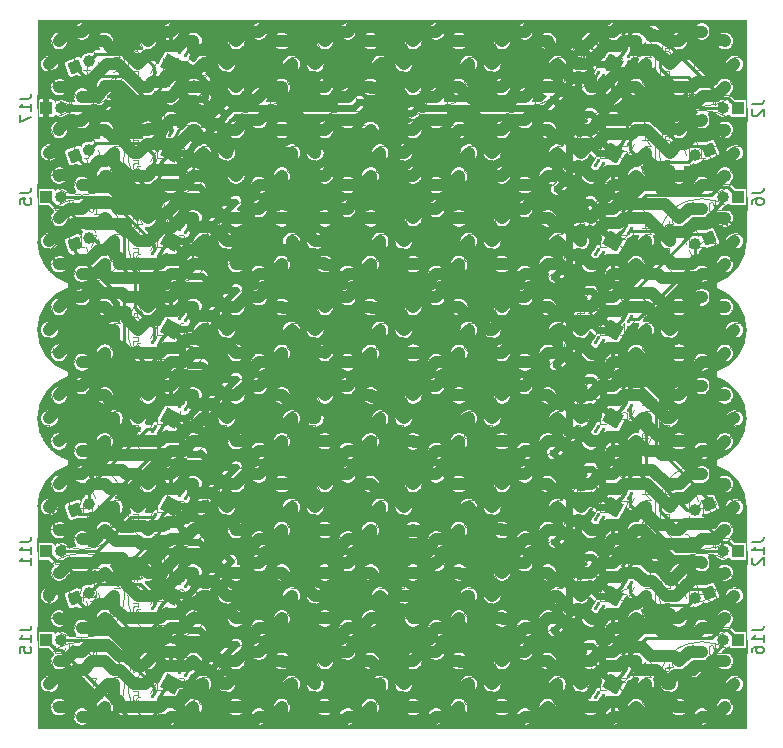
<source format=gbr>
%TF.GenerationSoftware,KiCad,Pcbnew,7.0.1*%
%TF.CreationDate,2023-09-19T08:25:54-04:00*%
%TF.ProjectId,TacTile-B,54616354-696c-4652-9d42-2e6b69636164,rev?*%
%TF.SameCoordinates,Original*%
%TF.FileFunction,Copper,L2,Bot*%
%TF.FilePolarity,Positive*%
%FSLAX46Y46*%
G04 Gerber Fmt 4.6, Leading zero omitted, Abs format (unit mm)*
G04 Created by KiCad (PCBNEW 7.0.1) date 2023-09-19 08:25:54*
%MOMM*%
%LPD*%
G01*
G04 APERTURE LIST*
G04 Aperture macros list*
%AMRoundRect*
0 Rectangle with rounded corners*
0 $1 Rounding radius*
0 $2 $3 $4 $5 $6 $7 $8 $9 X,Y pos of 4 corners*
0 Add a 4 corners polygon primitive as box body*
4,1,4,$2,$3,$4,$5,$6,$7,$8,$9,$2,$3,0*
0 Add four circle primitives for the rounded corners*
1,1,$1+$1,$2,$3*
1,1,$1+$1,$4,$5*
1,1,$1+$1,$6,$7*
1,1,$1+$1,$8,$9*
0 Add four rect primitives between the rounded corners*
20,1,$1+$1,$2,$3,$4,$5,0*
20,1,$1+$1,$4,$5,$6,$7,0*
20,1,$1+$1,$6,$7,$8,$9,0*
20,1,$1+$1,$8,$9,$2,$3,0*%
%AMHorizOval*
0 Thick line with rounded ends*
0 $1 width*
0 $2 $3 position (X,Y) of the first rounded end (center of the circle)*
0 $4 $5 position (X,Y) of the second rounded end (center of the circle)*
0 Add line between two ends*
20,1,$1,$2,$3,$4,$5,0*
0 Add two circle primitives to create the rounded ends*
1,1,$1,$2,$3*
1,1,$1,$4,$5*%
%AMRotRect*
0 Rectangle, with rotation*
0 The origin of the aperture is its center*
0 $1 length*
0 $2 width*
0 $3 Rotation angle, in degrees counterclockwise*
0 Add horizontal line*
21,1,$1,$2,0,0,$3*%
G04 Aperture macros list end*
%TA.AperFunction,ComponentPad*%
%ADD10C,1.000000*%
%TD*%
%TA.AperFunction,SMDPad,CuDef*%
%ADD11RoundRect,0.062500X0.108373X0.312708X-0.216627X-0.250208X-0.108373X-0.312708X0.216627X0.250208X0*%
%TD*%
%TA.AperFunction,SMDPad,CuDef*%
%ADD12RotRect,1.300000X1.400000X240.000000*%
%TD*%
%TA.AperFunction,SMDPad,CuDef*%
%ADD13RoundRect,0.062500X-0.102899X-0.314552X0.212227X0.253951X0.102899X0.314552X-0.212227X-0.253951X0*%
%TD*%
%TA.AperFunction,SMDPad,CuDef*%
%ADD14RotRect,1.300000X1.400000X61.000000*%
%TD*%
%TA.AperFunction,ComponentPad*%
%ADD15RotRect,1.000000X1.000000X112.000000*%
%TD*%
%TA.AperFunction,ComponentPad*%
%ADD16HorizOval,1.000000X0.000000X0.000000X0.000000X0.000000X0*%
%TD*%
%TA.AperFunction,ComponentPad*%
%ADD17R,1.000000X1.000000*%
%TD*%
%TA.AperFunction,ComponentPad*%
%ADD18O,1.000000X1.000000*%
%TD*%
%TA.AperFunction,ComponentPad*%
%ADD19RotRect,1.000000X1.000000X292.000000*%
%TD*%
%TA.AperFunction,ComponentPad*%
%ADD20HorizOval,1.000000X0.000000X0.000000X0.000000X0.000000X0*%
%TD*%
%TA.AperFunction,ViaPad*%
%ADD21C,0.600000*%
%TD*%
%TA.AperFunction,Conductor*%
%ADD22C,0.250000*%
%TD*%
%TA.AperFunction,Conductor*%
%ADD23C,0.600000*%
%TD*%
%TA.AperFunction,Conductor*%
%ADD24C,0.300000*%
%TD*%
%TA.AperFunction,Conductor*%
%ADD25C,1.000000*%
%TD*%
%ADD26RoundRect,0.130000X-0.064904X0.187583X-0.194904X-0.037583X0.064904X-0.187583X0.194904X0.037583X0*%
%ADD27RoundRect,0.062500X0.108373X0.312708X-0.216627X-0.250208X-0.108373X-0.312708X0.216627X0.250208X0*%
%ADD28RoundRect,0.130000X0.068168X-0.186422X0.194218X0.040979X-0.068168X0.186422X-0.194218X-0.040979X0*%
%ADD29RoundRect,0.062500X-0.102899X-0.314552X0.212227X0.253951X0.102899X0.314552X-0.212227X-0.253951X0*%
%ADD30C,0.100000*%
%ADD31C,0.150000*%
%ADD32C,0.120000*%
%ADD33C,1.000000*%
%ADD34RotRect,1.000000X1.000000X112.000000*%
%ADD35HorizOval,1.000000X0.000000X0.000000X0.000000X0.000000X0*%
%ADD36R,1.000000X1.000000*%
%ADD37O,1.000000X1.000000*%
%ADD38RotRect,1.000000X1.000000X292.000000*%
%ADD39HorizOval,1.000000X0.000000X0.000000X0.000000X0.000000X0*%
%ADD40RotRect,1.300000X1.400000X240.000000*%
%ADD41RotRect,1.300000X1.400000X61.000000*%
%TA.AperFunction,Profile*%
%ADD42C,0.100000*%
%TD*%
G04 APERTURE END LIST*
D10*
%TO.P,L34,1,A*%
%TO.N,/VIN16*%
X36250000Y-56000000D03*
%TO.P,L34,2,A*%
%TO.N,/VIN17*%
X38190000Y-56810000D03*
%TO.P,L34,3,A*%
%TO.N,/VIN18*%
X39000000Y-58750000D03*
%TO.P,L34,4,A*%
%TO.N,/VIN19*%
X38190000Y-60690000D03*
%TO.P,L34,5,A*%
%TO.N,/VIN16*%
X34310000Y-56810000D03*
%TO.P,L34,6,A*%
%TO.N,/VIN17*%
X33500000Y-58750000D03*
%TO.P,L34,7,A*%
%TO.N,/VIN18*%
X34310000Y-60690000D03*
%TO.P,L34,8,A*%
%TO.N,/VIN19*%
X36250000Y-61500000D03*
%TD*%
%TO.P,L36,1,A*%
%TO.N,/VIN16*%
X51250000Y-56000000D03*
%TO.P,L36,2,A*%
%TO.N,/VIN17*%
X53190000Y-56810000D03*
%TO.P,L36,3,A*%
%TO.N,/VIN18*%
X54000000Y-58750000D03*
%TO.P,L36,4,A*%
%TO.N,/VIN19*%
X53190000Y-60690000D03*
%TO.P,L36,5,A*%
%TO.N,/VIN16*%
X49310000Y-56810000D03*
%TO.P,L36,6,A*%
%TO.N,/VIN17*%
X48500000Y-58750000D03*
%TO.P,L36,7,A*%
%TO.N,/VIN18*%
X49310000Y-60690000D03*
%TO.P,L36,8,A*%
%TO.N,/VIN19*%
X51250000Y-61500000D03*
%TD*%
%TO.P,L55,1,A*%
%TO.N,/VIN24*%
X66250000Y-71000000D03*
%TO.P,L55,2,A*%
%TO.N,/VIN25*%
X68190000Y-71810000D03*
%TO.P,L55,3,A*%
%TO.N,/VIN26*%
X69000000Y-73750000D03*
%TO.P,L55,4,A*%
%TO.N,/VIN27*%
X68190000Y-75690000D03*
%TO.P,L55,5,A*%
%TO.N,/VIN24*%
X64310000Y-71810000D03*
%TO.P,L55,6,A*%
%TO.N,/VIN25*%
X63500000Y-73750000D03*
%TO.P,L55,7,A*%
%TO.N,/VIN26*%
X64310000Y-75690000D03*
%TO.P,L55,8,A*%
%TO.N,/VIN27*%
X66250000Y-76500000D03*
%TD*%
%TO.P,L27,1,A*%
%TO.N,/VIN12*%
X43750000Y-48500000D03*
%TO.P,L27,2,A*%
%TO.N,/VIN13*%
X45690000Y-49310000D03*
%TO.P,L27,3,A*%
%TO.N,/VIN14*%
X46500000Y-51250000D03*
%TO.P,L27,4,A*%
%TO.N,/VIN15*%
X45690000Y-53190000D03*
%TO.P,L27,5,A*%
%TO.N,/VIN12*%
X41810000Y-49310000D03*
%TO.P,L27,6,A*%
%TO.N,/VIN13*%
X41000000Y-51250000D03*
%TO.P,L27,7,A*%
%TO.N,/VIN14*%
X41810000Y-53190000D03*
%TO.P,L27,8,A*%
%TO.N,/VIN15*%
X43750000Y-54000000D03*
%TD*%
%TO.P,L1,1,A*%
%TO.N,/VIN0*%
X28750000Y-26000000D03*
%TO.P,L1,2,A*%
%TO.N,/VIN1*%
X30690000Y-26810000D03*
%TO.P,L1,3,A*%
%TO.N,/VIN2*%
X31500000Y-28750000D03*
%TO.P,L1,4,A*%
%TO.N,/VIN3*%
X30690000Y-30690000D03*
%TO.P,L1,5,A*%
%TO.N,/VIN0*%
X26810000Y-26810000D03*
%TO.P,L1,6,A*%
%TO.N,/VIN1*%
X26000000Y-28750000D03*
%TO.P,L1,7,A*%
%TO.N,/VIN2*%
X26810000Y-30690000D03*
%TO.P,L1,8,A*%
%TO.N,/VIN3*%
X28750000Y-31500000D03*
%TD*%
%TO.P,L30,1,A*%
%TO.N,/VIN12*%
X66250000Y-48500000D03*
%TO.P,L30,2,A*%
%TO.N,/VIN13*%
X68190000Y-49310000D03*
%TO.P,L30,3,A*%
%TO.N,/VIN14*%
X69000000Y-51250000D03*
%TO.P,L30,4,A*%
%TO.N,/VIN15*%
X68190000Y-53190000D03*
%TO.P,L30,5,A*%
%TO.N,/VIN12*%
X64310000Y-49310000D03*
%TO.P,L30,6,A*%
%TO.N,/VIN13*%
X63500000Y-51250000D03*
%TO.P,L30,7,A*%
%TO.N,/VIN14*%
X64310000Y-53190000D03*
%TO.P,L30,8,A*%
%TO.N,/VIN15*%
X66250000Y-54000000D03*
%TD*%
%TO.P,L5,1,A*%
%TO.N,/VIN0*%
X58750000Y-26000000D03*
%TO.P,L5,2,A*%
%TO.N,/VIN1*%
X60690000Y-26810000D03*
%TO.P,L5,3,A*%
%TO.N,/VIN2*%
X61500000Y-28750000D03*
%TO.P,L5,4,A*%
%TO.N,/VIN3*%
X60690000Y-30690000D03*
%TO.P,L5,5,A*%
%TO.N,/VIN0*%
X56810000Y-26810000D03*
%TO.P,L5,6,A*%
%TO.N,/VIN1*%
X56000000Y-28750000D03*
%TO.P,L5,7,A*%
%TO.N,/VIN2*%
X56810000Y-30690000D03*
%TO.P,L5,8,A*%
%TO.N,/VIN3*%
X58750000Y-31500000D03*
%TD*%
%TO.P,L9,1,A*%
%TO.N,/VIN4*%
X28750000Y-33500000D03*
%TO.P,L9,2,A*%
%TO.N,/VIN5*%
X30690000Y-34310000D03*
%TO.P,L9,3,A*%
%TO.N,/VIN6*%
X31500000Y-36250000D03*
%TO.P,L9,4,A*%
%TO.N,/VIN7*%
X30690000Y-38190000D03*
%TO.P,L9,5,A*%
%TO.N,/VIN4*%
X26810000Y-34310000D03*
%TO.P,L9,6,A*%
%TO.N,/VIN5*%
X26000000Y-36250000D03*
%TO.P,L9,7,A*%
%TO.N,/VIN6*%
X26810000Y-38190000D03*
%TO.P,L9,8,A*%
%TO.N,/VIN7*%
X28750000Y-39000000D03*
%TD*%
%TO.P,L33,1,A*%
%TO.N,/VIN16*%
X28750000Y-56000000D03*
%TO.P,L33,2,A*%
%TO.N,/VIN17*%
X30690000Y-56810000D03*
%TO.P,L33,3,A*%
%TO.N,/VIN18*%
X31500000Y-58750000D03*
%TO.P,L33,4,A*%
%TO.N,/VIN19*%
X30690000Y-60690000D03*
%TO.P,L33,5,A*%
%TO.N,/VIN16*%
X26810000Y-56810000D03*
%TO.P,L33,6,A*%
%TO.N,/VIN17*%
X26000000Y-58750000D03*
%TO.P,L33,7,A*%
%TO.N,/VIN18*%
X26810000Y-60690000D03*
%TO.P,L33,8,A*%
%TO.N,/VIN19*%
X28750000Y-61500000D03*
%TD*%
%TO.P,L2,1,A*%
%TO.N,/VIN0*%
X36250000Y-26000000D03*
%TO.P,L2,2,A*%
%TO.N,/VIN1*%
X38190000Y-26810000D03*
%TO.P,L2,3,A*%
%TO.N,/VIN2*%
X39000000Y-28750000D03*
%TO.P,L2,4,A*%
%TO.N,/VIN3*%
X38190000Y-30690000D03*
%TO.P,L2,5,A*%
%TO.N,/VIN0*%
X34310000Y-26810000D03*
%TO.P,L2,6,A*%
%TO.N,/VIN1*%
X33500000Y-28750000D03*
%TO.P,L2,7,A*%
%TO.N,/VIN2*%
X34310000Y-30690000D03*
%TO.P,L2,8,A*%
%TO.N,/VIN3*%
X36250000Y-31500000D03*
%TD*%
%TO.P,L16,1,A*%
%TO.N,/VIN4*%
X81250000Y-33500000D03*
%TO.P,L16,2,A*%
%TO.N,/VIN5*%
X83190000Y-34310000D03*
%TO.P,L16,3,A*%
%TO.N,/VIN6*%
X84000000Y-36250000D03*
%TO.P,L16,4,A*%
%TO.N,/VIN7*%
X83190000Y-38190000D03*
%TO.P,L16,5,A*%
%TO.N,/VIN4*%
X79310000Y-34310000D03*
%TO.P,L16,6,A*%
%TO.N,/VIN5*%
X78500000Y-36250000D03*
%TO.P,L16,7,A*%
%TO.N,/VIN6*%
X79310000Y-38190000D03*
%TO.P,L16,8,A*%
%TO.N,/VIN7*%
X81250000Y-39000000D03*
%TD*%
%TO.P,L18,1,A*%
%TO.N,/VIN8*%
X36250000Y-41000000D03*
%TO.P,L18,2,A*%
%TO.N,/VIN9*%
X38190000Y-41810000D03*
%TO.P,L18,3,A*%
%TO.N,/VIN10*%
X39000000Y-43750000D03*
%TO.P,L18,4,A*%
%TO.N,/VIN11*%
X38190000Y-45690000D03*
%TO.P,L18,5,A*%
%TO.N,/VIN8*%
X34310000Y-41810000D03*
%TO.P,L18,6,A*%
%TO.N,/VIN9*%
X33500000Y-43750000D03*
%TO.P,L18,7,A*%
%TO.N,/VIN10*%
X34310000Y-45690000D03*
%TO.P,L18,8,A*%
%TO.N,/VIN11*%
X36250000Y-46500000D03*
%TD*%
%TO.P,L13,1,A*%
%TO.N,/VIN4*%
X58750000Y-33500000D03*
%TO.P,L13,2,A*%
%TO.N,/VIN5*%
X60690000Y-34310000D03*
%TO.P,L13,3,A*%
%TO.N,/VIN6*%
X61500000Y-36250000D03*
%TO.P,L13,4,A*%
%TO.N,/VIN7*%
X60690000Y-38190000D03*
%TO.P,L13,5,A*%
%TO.N,/VIN4*%
X56810000Y-34310000D03*
%TO.P,L13,6,A*%
%TO.N,/VIN5*%
X56000000Y-36250000D03*
%TO.P,L13,7,A*%
%TO.N,/VIN6*%
X56810000Y-38190000D03*
%TO.P,L13,8,A*%
%TO.N,/VIN7*%
X58750000Y-39000000D03*
%TD*%
%TO.P,L12,1,A*%
%TO.N,/VIN4*%
X51250000Y-33500000D03*
%TO.P,L12,2,A*%
%TO.N,/VIN5*%
X53190000Y-34310000D03*
%TO.P,L12,3,A*%
%TO.N,/VIN6*%
X54000000Y-36250000D03*
%TO.P,L12,4,A*%
%TO.N,/VIN7*%
X53190000Y-38190000D03*
%TO.P,L12,5,A*%
%TO.N,/VIN4*%
X49310000Y-34310000D03*
%TO.P,L12,6,A*%
%TO.N,/VIN5*%
X48500000Y-36250000D03*
%TO.P,L12,7,A*%
%TO.N,/VIN6*%
X49310000Y-38190000D03*
%TO.P,L12,8,A*%
%TO.N,/VIN7*%
X51250000Y-39000000D03*
%TD*%
%TO.P,L37,1,A*%
%TO.N,/VIN16*%
X58750000Y-56000000D03*
%TO.P,L37,2,A*%
%TO.N,/VIN17*%
X60690000Y-56810000D03*
%TO.P,L37,3,A*%
%TO.N,/VIN18*%
X61500000Y-58750000D03*
%TO.P,L37,4,A*%
%TO.N,/VIN19*%
X60690000Y-60690000D03*
%TO.P,L37,5,A*%
%TO.N,/VIN16*%
X56810000Y-56810000D03*
%TO.P,L37,6,A*%
%TO.N,/VIN17*%
X56000000Y-58750000D03*
%TO.P,L37,7,A*%
%TO.N,/VIN18*%
X56810000Y-60690000D03*
%TO.P,L37,8,A*%
%TO.N,/VIN19*%
X58750000Y-61500000D03*
%TD*%
%TO.P,L28,1,A*%
%TO.N,/VIN12*%
X51250000Y-48500000D03*
%TO.P,L28,2,A*%
%TO.N,/VIN13*%
X53190000Y-49310000D03*
%TO.P,L28,3,A*%
%TO.N,/VIN14*%
X54000000Y-51250000D03*
%TO.P,L28,4,A*%
%TO.N,/VIN15*%
X53190000Y-53190000D03*
%TO.P,L28,5,A*%
%TO.N,/VIN12*%
X49310000Y-49310000D03*
%TO.P,L28,6,A*%
%TO.N,/VIN13*%
X48500000Y-51250000D03*
%TO.P,L28,7,A*%
%TO.N,/VIN14*%
X49310000Y-53190000D03*
%TO.P,L28,8,A*%
%TO.N,/VIN15*%
X51250000Y-54000000D03*
%TD*%
%TO.P,L56,1,A*%
%TO.N,/VIN24*%
X73750000Y-71000000D03*
%TO.P,L56,2,A*%
%TO.N,/VIN25*%
X75690000Y-71810000D03*
%TO.P,L56,3,A*%
%TO.N,/VIN26*%
X76500000Y-73750000D03*
%TO.P,L56,4,A*%
%TO.N,/VIN27*%
X75690000Y-75690000D03*
%TO.P,L56,5,A*%
%TO.N,/VIN24*%
X71810000Y-71810000D03*
%TO.P,L56,6,A*%
%TO.N,/VIN25*%
X71000000Y-73750000D03*
%TO.P,L56,7,A*%
%TO.N,/VIN26*%
X71810000Y-75690000D03*
%TO.P,L56,8,A*%
%TO.N,/VIN27*%
X73750000Y-76500000D03*
%TD*%
%TO.P,L41,1,A*%
%TO.N,/VIN20*%
X28750000Y-63500000D03*
%TO.P,L41,2,A*%
%TO.N,/VIN21*%
X30690000Y-64310000D03*
%TO.P,L41,3,A*%
%TO.N,/VIN22*%
X31500000Y-66250000D03*
%TO.P,L41,4,A*%
%TO.N,/VIN23*%
X30690000Y-68190000D03*
%TO.P,L41,5,A*%
%TO.N,/VIN20*%
X26810000Y-64310000D03*
%TO.P,L41,6,A*%
%TO.N,/VIN21*%
X26000000Y-66250000D03*
%TO.P,L41,7,A*%
%TO.N,/VIN22*%
X26810000Y-68190000D03*
%TO.P,L41,8,A*%
%TO.N,/VIN23*%
X28750000Y-69000000D03*
%TD*%
%TO.P,L38,1,A*%
%TO.N,/VIN16*%
X66250000Y-56000000D03*
%TO.P,L38,2,A*%
%TO.N,/VIN17*%
X68190000Y-56810000D03*
%TO.P,L38,3,A*%
%TO.N,/VIN18*%
X69000000Y-58750000D03*
%TO.P,L38,4,A*%
%TO.N,/VIN19*%
X68190000Y-60690000D03*
%TO.P,L38,5,A*%
%TO.N,/VIN16*%
X64310000Y-56810000D03*
%TO.P,L38,6,A*%
%TO.N,/VIN17*%
X63500000Y-58750000D03*
%TO.P,L38,7,A*%
%TO.N,/VIN18*%
X64310000Y-60690000D03*
%TO.P,L38,8,A*%
%TO.N,/VIN19*%
X66250000Y-61500000D03*
%TD*%
%TO.P,L35,1,A*%
%TO.N,/VIN16*%
X43750000Y-56000000D03*
%TO.P,L35,2,A*%
%TO.N,/VIN17*%
X45690000Y-56810000D03*
%TO.P,L35,3,A*%
%TO.N,/VIN18*%
X46500000Y-58750000D03*
%TO.P,L35,4,A*%
%TO.N,/VIN19*%
X45690000Y-60690000D03*
%TO.P,L35,5,A*%
%TO.N,/VIN16*%
X41810000Y-56810000D03*
%TO.P,L35,6,A*%
%TO.N,/VIN17*%
X41000000Y-58750000D03*
%TO.P,L35,7,A*%
%TO.N,/VIN18*%
X41810000Y-60690000D03*
%TO.P,L35,8,A*%
%TO.N,/VIN19*%
X43750000Y-61500000D03*
%TD*%
%TO.P,L44,1,A*%
%TO.N,/VIN20*%
X51250000Y-63500000D03*
%TO.P,L44,2,A*%
%TO.N,/VIN21*%
X53190000Y-64310000D03*
%TO.P,L44,3,A*%
%TO.N,/VIN22*%
X54000000Y-66250000D03*
%TO.P,L44,4,A*%
%TO.N,/VIN23*%
X53190000Y-68190000D03*
%TO.P,L44,5,A*%
%TO.N,/VIN20*%
X49310000Y-64310000D03*
%TO.P,L44,6,A*%
%TO.N,/VIN21*%
X48500000Y-66250000D03*
%TO.P,L44,7,A*%
%TO.N,/VIN22*%
X49310000Y-68190000D03*
%TO.P,L44,8,A*%
%TO.N,/VIN23*%
X51250000Y-69000000D03*
%TD*%
%TO.P,L58,1,A*%
%TO.N,/VIN28*%
X36250000Y-78500000D03*
%TO.P,L58,2,A*%
%TO.N,/VIN29*%
X38190000Y-79310000D03*
%TO.P,L58,3,A*%
%TO.N,/VIN30*%
X39000000Y-81250000D03*
%TO.P,L58,4,A*%
%TO.N,/VIN31*%
X38190000Y-83190000D03*
%TO.P,L58,5,A*%
%TO.N,/VIN28*%
X34310000Y-79310000D03*
%TO.P,L58,6,A*%
%TO.N,/VIN29*%
X33500000Y-81250000D03*
%TO.P,L58,7,A*%
%TO.N,/VIN30*%
X34310000Y-83190000D03*
%TO.P,L58,8,A*%
%TO.N,/VIN31*%
X36250000Y-84000000D03*
%TD*%
%TO.P,L31,1,A*%
%TO.N,/VIN12*%
X73750000Y-48500000D03*
%TO.P,L31,2,A*%
%TO.N,/VIN13*%
X75690000Y-49310000D03*
%TO.P,L31,3,A*%
%TO.N,/VIN14*%
X76500000Y-51250000D03*
%TO.P,L31,4,A*%
%TO.N,/VIN15*%
X75690000Y-53190000D03*
%TO.P,L31,5,A*%
%TO.N,/VIN12*%
X71810000Y-49310000D03*
%TO.P,L31,6,A*%
%TO.N,/VIN13*%
X71000000Y-51250000D03*
%TO.P,L31,7,A*%
%TO.N,/VIN14*%
X71810000Y-53190000D03*
%TO.P,L31,8,A*%
%TO.N,/VIN15*%
X73750000Y-54000000D03*
%TD*%
%TO.P,L50,1,A*%
%TO.N,/VIN24*%
X36250000Y-71000000D03*
%TO.P,L50,2,A*%
%TO.N,/VIN25*%
X38190000Y-71810000D03*
%TO.P,L50,3,A*%
%TO.N,/VIN26*%
X39000000Y-73750000D03*
%TO.P,L50,4,A*%
%TO.N,/VIN27*%
X38190000Y-75690000D03*
%TO.P,L50,5,A*%
%TO.N,/VIN24*%
X34310000Y-71810000D03*
%TO.P,L50,6,A*%
%TO.N,/VIN25*%
X33500000Y-73750000D03*
%TO.P,L50,7,A*%
%TO.N,/VIN26*%
X34310000Y-75690000D03*
%TO.P,L50,8,A*%
%TO.N,/VIN27*%
X36250000Y-76500000D03*
%TD*%
%TO.P,L22,1,A*%
%TO.N,/VIN8*%
X66250000Y-41000000D03*
%TO.P,L22,2,A*%
%TO.N,/VIN9*%
X68190000Y-41810000D03*
%TO.P,L22,3,A*%
%TO.N,/VIN10*%
X69000000Y-43750000D03*
%TO.P,L22,4,A*%
%TO.N,/VIN11*%
X68190000Y-45690000D03*
%TO.P,L22,5,A*%
%TO.N,/VIN8*%
X64310000Y-41810000D03*
%TO.P,L22,6,A*%
%TO.N,/VIN9*%
X63500000Y-43750000D03*
%TO.P,L22,7,A*%
%TO.N,/VIN10*%
X64310000Y-45690000D03*
%TO.P,L22,8,A*%
%TO.N,/VIN11*%
X66250000Y-46500000D03*
%TD*%
%TO.P,L6,1,A*%
%TO.N,/VIN0*%
X66250000Y-26000000D03*
%TO.P,L6,2,A*%
%TO.N,/VIN1*%
X68190000Y-26810000D03*
%TO.P,L6,3,A*%
%TO.N,/VIN2*%
X69000000Y-28750000D03*
%TO.P,L6,4,A*%
%TO.N,/VIN3*%
X68190000Y-30690000D03*
%TO.P,L6,5,A*%
%TO.N,/VIN0*%
X64310000Y-26810000D03*
%TO.P,L6,6,A*%
%TO.N,/VIN1*%
X63500000Y-28750000D03*
%TO.P,L6,7,A*%
%TO.N,/VIN2*%
X64310000Y-30690000D03*
%TO.P,L6,8,A*%
%TO.N,/VIN3*%
X66250000Y-31500000D03*
%TD*%
%TO.P,L26,1,A*%
%TO.N,/VIN12*%
X36250000Y-48500000D03*
%TO.P,L26,2,A*%
%TO.N,/VIN13*%
X38190000Y-49310000D03*
%TO.P,L26,3,A*%
%TO.N,/VIN14*%
X39000000Y-51250000D03*
%TO.P,L26,4,A*%
%TO.N,/VIN15*%
X38190000Y-53190000D03*
%TO.P,L26,5,A*%
%TO.N,/VIN12*%
X34310000Y-49310000D03*
%TO.P,L26,6,A*%
%TO.N,/VIN13*%
X33500000Y-51250000D03*
%TO.P,L26,7,A*%
%TO.N,/VIN14*%
X34310000Y-53190000D03*
%TO.P,L26,8,A*%
%TO.N,/VIN15*%
X36250000Y-54000000D03*
%TD*%
%TO.P,L39,1,A*%
%TO.N,/VIN16*%
X73750000Y-56000000D03*
%TO.P,L39,2,A*%
%TO.N,/VIN17*%
X75690000Y-56810000D03*
%TO.P,L39,3,A*%
%TO.N,/VIN18*%
X76500000Y-58750000D03*
%TO.P,L39,4,A*%
%TO.N,/VIN19*%
X75690000Y-60690000D03*
%TO.P,L39,5,A*%
%TO.N,/VIN16*%
X71810000Y-56810000D03*
%TO.P,L39,6,A*%
%TO.N,/VIN17*%
X71000000Y-58750000D03*
%TO.P,L39,7,A*%
%TO.N,/VIN18*%
X71810000Y-60690000D03*
%TO.P,L39,8,A*%
%TO.N,/VIN19*%
X73750000Y-61500000D03*
%TD*%
%TO.P,L40,1,A*%
%TO.N,/VIN16*%
X81250000Y-56000000D03*
%TO.P,L40,2,A*%
%TO.N,/VIN17*%
X83190000Y-56810000D03*
%TO.P,L40,3,A*%
%TO.N,/VIN18*%
X84000000Y-58750000D03*
%TO.P,L40,4,A*%
%TO.N,/VIN19*%
X83190000Y-60690000D03*
%TO.P,L40,5,A*%
%TO.N,/VIN16*%
X79310000Y-56810000D03*
%TO.P,L40,6,A*%
%TO.N,/VIN17*%
X78500000Y-58750000D03*
%TO.P,L40,7,A*%
%TO.N,/VIN18*%
X79310000Y-60690000D03*
%TO.P,L40,8,A*%
%TO.N,/VIN19*%
X81250000Y-61500000D03*
%TD*%
%TO.P,L53,1,A*%
%TO.N,/VIN24*%
X81250000Y-71000000D03*
%TO.P,L53,2,A*%
%TO.N,/VIN25*%
X83190000Y-71810000D03*
%TO.P,L53,3,A*%
%TO.N,/VIN26*%
X84000000Y-73750000D03*
%TO.P,L53,4,A*%
%TO.N,/VIN27*%
X83190000Y-75690000D03*
%TO.P,L53,5,A*%
%TO.N,/VIN24*%
X79310000Y-71810000D03*
%TO.P,L53,6,A*%
%TO.N,/VIN25*%
X78500000Y-73750000D03*
%TO.P,L53,7,A*%
%TO.N,/VIN26*%
X79310000Y-75690000D03*
%TO.P,L53,8,A*%
%TO.N,/VIN27*%
X81250000Y-76500000D03*
%TD*%
%TO.P,L29,1,A*%
%TO.N,/VIN12*%
X58750000Y-48500000D03*
%TO.P,L29,2,A*%
%TO.N,/VIN13*%
X60690000Y-49310000D03*
%TO.P,L29,3,A*%
%TO.N,/VIN14*%
X61500000Y-51250000D03*
%TO.P,L29,4,A*%
%TO.N,/VIN15*%
X60690000Y-53190000D03*
%TO.P,L29,5,A*%
%TO.N,/VIN12*%
X56810000Y-49310000D03*
%TO.P,L29,6,A*%
%TO.N,/VIN13*%
X56000000Y-51250000D03*
%TO.P,L29,7,A*%
%TO.N,/VIN14*%
X56810000Y-53190000D03*
%TO.P,L29,8,A*%
%TO.N,/VIN15*%
X58750000Y-54000000D03*
%TD*%
%TO.P,L61,1,A*%
%TO.N,/VIN28*%
X58750000Y-78500000D03*
%TO.P,L61,2,A*%
%TO.N,/VIN29*%
X60690000Y-79310000D03*
%TO.P,L61,3,A*%
%TO.N,/VIN30*%
X61500000Y-81250000D03*
%TO.P,L61,4,A*%
%TO.N,/VIN31*%
X60690000Y-83190000D03*
%TO.P,L61,5,A*%
%TO.N,/VIN28*%
X56810000Y-79310000D03*
%TO.P,L61,6,A*%
%TO.N,/VIN29*%
X56000000Y-81250000D03*
%TO.P,L61,7,A*%
%TO.N,/VIN30*%
X56810000Y-83190000D03*
%TO.P,L61,8,A*%
%TO.N,/VIN31*%
X58750000Y-84000000D03*
%TD*%
%TO.P,L3,1,A*%
%TO.N,/VIN0*%
X43750000Y-26000000D03*
%TO.P,L3,2,A*%
%TO.N,/VIN1*%
X45690000Y-26810000D03*
%TO.P,L3,3,A*%
%TO.N,/VIN2*%
X46500000Y-28750000D03*
%TO.P,L3,4,A*%
%TO.N,/VIN3*%
X45690000Y-30690000D03*
%TO.P,L3,5,A*%
%TO.N,/VIN0*%
X41810000Y-26810000D03*
%TO.P,L3,6,A*%
%TO.N,/VIN1*%
X41000000Y-28750000D03*
%TO.P,L3,7,A*%
%TO.N,/VIN2*%
X41810000Y-30690000D03*
%TO.P,L3,8,A*%
%TO.N,/VIN3*%
X43750000Y-31500000D03*
%TD*%
%TO.P,L46,1,A*%
%TO.N,/VIN20*%
X66250000Y-63500000D03*
%TO.P,L46,2,A*%
%TO.N,/VIN21*%
X68190000Y-64310000D03*
%TO.P,L46,3,A*%
%TO.N,/VIN22*%
X69000000Y-66250000D03*
%TO.P,L46,4,A*%
%TO.N,/VIN23*%
X68190000Y-68190000D03*
%TO.P,L46,5,A*%
%TO.N,/VIN20*%
X64310000Y-64310000D03*
%TO.P,L46,6,A*%
%TO.N,/VIN21*%
X63500000Y-66250000D03*
%TO.P,L46,7,A*%
%TO.N,/VIN22*%
X64310000Y-68190000D03*
%TO.P,L46,8,A*%
%TO.N,/VIN23*%
X66250000Y-69000000D03*
%TD*%
%TO.P,L42,1,A*%
%TO.N,/VIN20*%
X36250000Y-63500000D03*
%TO.P,L42,2,A*%
%TO.N,/VIN21*%
X38190000Y-64310000D03*
%TO.P,L42,3,A*%
%TO.N,/VIN22*%
X39000000Y-66250000D03*
%TO.P,L42,4,A*%
%TO.N,/VIN23*%
X38190000Y-68190000D03*
%TO.P,L42,5,A*%
%TO.N,/VIN20*%
X34310000Y-64310000D03*
%TO.P,L42,6,A*%
%TO.N,/VIN21*%
X33500000Y-66250000D03*
%TO.P,L42,7,A*%
%TO.N,/VIN22*%
X34310000Y-68190000D03*
%TO.P,L42,8,A*%
%TO.N,/VIN23*%
X36250000Y-69000000D03*
%TD*%
%TO.P,L20,1,A*%
%TO.N,/VIN8*%
X51250000Y-41000000D03*
%TO.P,L20,2,A*%
%TO.N,/VIN9*%
X53190000Y-41810000D03*
%TO.P,L20,3,A*%
%TO.N,/VIN10*%
X54000000Y-43750000D03*
%TO.P,L20,4,A*%
%TO.N,/VIN11*%
X53190000Y-45690000D03*
%TO.P,L20,5,A*%
%TO.N,/VIN8*%
X49310000Y-41810000D03*
%TO.P,L20,6,A*%
%TO.N,/VIN9*%
X48500000Y-43750000D03*
%TO.P,L20,7,A*%
%TO.N,/VIN10*%
X49310000Y-45690000D03*
%TO.P,L20,8,A*%
%TO.N,/VIN11*%
X51250000Y-46500000D03*
%TD*%
%TO.P,L48,1,A*%
%TO.N,/VIN20*%
X81250000Y-63500000D03*
%TO.P,L48,2,A*%
%TO.N,/VIN21*%
X83190000Y-64310000D03*
%TO.P,L48,3,A*%
%TO.N,/VIN22*%
X84000000Y-66250000D03*
%TO.P,L48,4,A*%
%TO.N,/VIN23*%
X83190000Y-68190000D03*
%TO.P,L48,5,A*%
%TO.N,/VIN20*%
X79310000Y-64310000D03*
%TO.P,L48,6,A*%
%TO.N,/VIN21*%
X78500000Y-66250000D03*
%TO.P,L48,7,A*%
%TO.N,/VIN22*%
X79310000Y-68190000D03*
%TO.P,L48,8,A*%
%TO.N,/VIN23*%
X81250000Y-69000000D03*
%TD*%
%TO.P,L7,1,A*%
%TO.N,/VIN0*%
X73750000Y-26000000D03*
%TO.P,L7,2,A*%
%TO.N,/VIN1*%
X75690000Y-26810000D03*
%TO.P,L7,3,A*%
%TO.N,/VIN2*%
X76500000Y-28750000D03*
%TO.P,L7,4,A*%
%TO.N,/VIN3*%
X75690000Y-30690000D03*
%TO.P,L7,5,A*%
%TO.N,/VIN0*%
X71810000Y-26810000D03*
%TO.P,L7,6,A*%
%TO.N,/VIN1*%
X71000000Y-28750000D03*
%TO.P,L7,7,A*%
%TO.N,/VIN2*%
X71810000Y-30690000D03*
%TO.P,L7,8,A*%
%TO.N,/VIN3*%
X73750000Y-31500000D03*
%TD*%
%TO.P,L25,1,A*%
%TO.N,/VIN12*%
X28750000Y-48500000D03*
%TO.P,L25,2,A*%
%TO.N,/VIN13*%
X30690000Y-49310000D03*
%TO.P,L25,3,A*%
%TO.N,/VIN14*%
X31500000Y-51250000D03*
%TO.P,L25,4,A*%
%TO.N,/VIN15*%
X30690000Y-53190000D03*
%TO.P,L25,5,A*%
%TO.N,/VIN12*%
X26810000Y-49310000D03*
%TO.P,L25,6,A*%
%TO.N,/VIN13*%
X26000000Y-51250000D03*
%TO.P,L25,7,A*%
%TO.N,/VIN14*%
X26810000Y-53190000D03*
%TO.P,L25,8,A*%
%TO.N,/VIN15*%
X28750000Y-54000000D03*
%TD*%
%TO.P,L59,1,A*%
%TO.N,/VIN28*%
X43750000Y-78500000D03*
%TO.P,L59,2,A*%
%TO.N,/VIN29*%
X45690000Y-79310000D03*
%TO.P,L59,3,A*%
%TO.N,/VIN30*%
X46500000Y-81250000D03*
%TO.P,L59,4,A*%
%TO.N,/VIN31*%
X45690000Y-83190000D03*
%TO.P,L59,5,A*%
%TO.N,/VIN28*%
X41810000Y-79310000D03*
%TO.P,L59,6,A*%
%TO.N,/VIN29*%
X41000000Y-81250000D03*
%TO.P,L59,7,A*%
%TO.N,/VIN30*%
X41810000Y-83190000D03*
%TO.P,L59,8,A*%
%TO.N,/VIN31*%
X43750000Y-84000000D03*
%TD*%
%TO.P,L8,1,A*%
%TO.N,/VIN0*%
X81250000Y-26000000D03*
%TO.P,L8,2,A*%
%TO.N,/VIN1*%
X83190000Y-26810000D03*
%TO.P,L8,3,A*%
%TO.N,/VIN2*%
X84000000Y-28750000D03*
%TO.P,L8,4,A*%
%TO.N,/VIN3*%
X83190000Y-30690000D03*
%TO.P,L8,5,A*%
%TO.N,/VIN0*%
X79310000Y-26810000D03*
%TO.P,L8,6,A*%
%TO.N,/VIN1*%
X78500000Y-28750000D03*
%TO.P,L8,7,A*%
%TO.N,/VIN2*%
X79310000Y-30690000D03*
%TO.P,L8,8,A*%
%TO.N,/VIN3*%
X81250000Y-31500000D03*
%TD*%
%TO.P,L64,1,A*%
%TO.N,/VIN28*%
X81250000Y-78500000D03*
%TO.P,L64,2,A*%
%TO.N,/VIN29*%
X83190000Y-79310000D03*
%TO.P,L64,3,A*%
%TO.N,/VIN30*%
X84000000Y-81250000D03*
%TO.P,L64,4,A*%
%TO.N,/VIN31*%
X83190000Y-83190000D03*
%TO.P,L64,5,A*%
%TO.N,/VIN28*%
X79310000Y-79310000D03*
%TO.P,L64,6,A*%
%TO.N,/VIN29*%
X78500000Y-81250000D03*
%TO.P,L64,7,A*%
%TO.N,/VIN30*%
X79310000Y-83190000D03*
%TO.P,L64,8,A*%
%TO.N,/VIN31*%
X81250000Y-84000000D03*
%TD*%
%TO.P,L11,1,A*%
%TO.N,/VIN4*%
X43750000Y-33500000D03*
%TO.P,L11,2,A*%
%TO.N,/VIN5*%
X45690000Y-34310000D03*
%TO.P,L11,3,A*%
%TO.N,/VIN6*%
X46500000Y-36250000D03*
%TO.P,L11,4,A*%
%TO.N,/VIN7*%
X45690000Y-38190000D03*
%TO.P,L11,5,A*%
%TO.N,/VIN4*%
X41810000Y-34310000D03*
%TO.P,L11,6,A*%
%TO.N,/VIN5*%
X41000000Y-36250000D03*
%TO.P,L11,7,A*%
%TO.N,/VIN6*%
X41810000Y-38190000D03*
%TO.P,L11,8,A*%
%TO.N,/VIN7*%
X43750000Y-39000000D03*
%TD*%
%TO.P,L15,1,A*%
%TO.N,/VIN4*%
X73750000Y-33500000D03*
%TO.P,L15,2,A*%
%TO.N,/VIN5*%
X75690000Y-34310000D03*
%TO.P,L15,3,A*%
%TO.N,/VIN6*%
X76500000Y-36250000D03*
%TO.P,L15,4,A*%
%TO.N,/VIN7*%
X75690000Y-38190000D03*
%TO.P,L15,5,A*%
%TO.N,/VIN4*%
X71810000Y-34310000D03*
%TO.P,L15,6,A*%
%TO.N,/VIN5*%
X71000000Y-36250000D03*
%TO.P,L15,7,A*%
%TO.N,/VIN6*%
X71810000Y-38190000D03*
%TO.P,L15,8,A*%
%TO.N,/VIN7*%
X73750000Y-39000000D03*
%TD*%
%TO.P,L45,1,A*%
%TO.N,/VIN20*%
X58750000Y-63500000D03*
%TO.P,L45,2,A*%
%TO.N,/VIN21*%
X60690000Y-64310000D03*
%TO.P,L45,3,A*%
%TO.N,/VIN22*%
X61500000Y-66250000D03*
%TO.P,L45,4,A*%
%TO.N,/VIN23*%
X60690000Y-68190000D03*
%TO.P,L45,5,A*%
%TO.N,/VIN20*%
X56810000Y-64310000D03*
%TO.P,L45,6,A*%
%TO.N,/VIN21*%
X56000000Y-66250000D03*
%TO.P,L45,7,A*%
%TO.N,/VIN22*%
X56810000Y-68190000D03*
%TO.P,L45,8,A*%
%TO.N,/VIN23*%
X58750000Y-69000000D03*
%TD*%
%TO.P,L10,1,A*%
%TO.N,/VIN4*%
X36250000Y-33500000D03*
%TO.P,L10,2,A*%
%TO.N,/VIN5*%
X38190000Y-34310000D03*
%TO.P,L10,3,A*%
%TO.N,/VIN6*%
X39000000Y-36250000D03*
%TO.P,L10,4,A*%
%TO.N,/VIN7*%
X38190000Y-38190000D03*
%TO.P,L10,5,A*%
%TO.N,/VIN4*%
X34310000Y-34310000D03*
%TO.P,L10,6,A*%
%TO.N,/VIN5*%
X33500000Y-36250000D03*
%TO.P,L10,7,A*%
%TO.N,/VIN6*%
X34310000Y-38190000D03*
%TO.P,L10,8,A*%
%TO.N,/VIN7*%
X36250000Y-39000000D03*
%TD*%
%TO.P,L47,1,A*%
%TO.N,/VIN20*%
X73750000Y-63500000D03*
%TO.P,L47,2,A*%
%TO.N,/VIN21*%
X75690000Y-64310000D03*
%TO.P,L47,3,A*%
%TO.N,/VIN22*%
X76500000Y-66250000D03*
%TO.P,L47,4,A*%
%TO.N,/VIN23*%
X75690000Y-68190000D03*
%TO.P,L47,5,A*%
%TO.N,/VIN20*%
X71810000Y-64310000D03*
%TO.P,L47,6,A*%
%TO.N,/VIN21*%
X71000000Y-66250000D03*
%TO.P,L47,7,A*%
%TO.N,/VIN22*%
X71810000Y-68190000D03*
%TO.P,L47,8,A*%
%TO.N,/VIN23*%
X73750000Y-69000000D03*
%TD*%
%TO.P,L54,1,A*%
%TO.N,/VIN24*%
X58750000Y-71000000D03*
%TO.P,L54,2,A*%
%TO.N,/VIN25*%
X60690000Y-71810000D03*
%TO.P,L54,3,A*%
%TO.N,/VIN26*%
X61500000Y-73750000D03*
%TO.P,L54,4,A*%
%TO.N,/VIN27*%
X60690000Y-75690000D03*
%TO.P,L54,5,A*%
%TO.N,/VIN24*%
X56810000Y-71810000D03*
%TO.P,L54,6,A*%
%TO.N,/VIN25*%
X56000000Y-73750000D03*
%TO.P,L54,7,A*%
%TO.N,/VIN26*%
X56810000Y-75690000D03*
%TO.P,L54,8,A*%
%TO.N,/VIN27*%
X58750000Y-76500000D03*
%TD*%
%TO.P,L19,1,A*%
%TO.N,/VIN8*%
X43750000Y-41000000D03*
%TO.P,L19,2,A*%
%TO.N,/VIN9*%
X45690000Y-41810000D03*
%TO.P,L19,3,A*%
%TO.N,/VIN10*%
X46500000Y-43750000D03*
%TO.P,L19,4,A*%
%TO.N,/VIN11*%
X45690000Y-45690000D03*
%TO.P,L19,5,A*%
%TO.N,/VIN8*%
X41810000Y-41810000D03*
%TO.P,L19,6,A*%
%TO.N,/VIN9*%
X41000000Y-43750000D03*
%TO.P,L19,7,A*%
%TO.N,/VIN10*%
X41810000Y-45690000D03*
%TO.P,L19,8,A*%
%TO.N,/VIN11*%
X43750000Y-46500000D03*
%TD*%
%TO.P,L32,1,A*%
%TO.N,/VIN12*%
X81250000Y-48500000D03*
%TO.P,L32,2,A*%
%TO.N,/VIN13*%
X83190000Y-49310000D03*
%TO.P,L32,3,A*%
%TO.N,/VIN14*%
X84000000Y-51250000D03*
%TO.P,L32,4,A*%
%TO.N,/VIN15*%
X83190000Y-53190000D03*
%TO.P,L32,5,A*%
%TO.N,/VIN12*%
X79310000Y-49310000D03*
%TO.P,L32,6,A*%
%TO.N,/VIN13*%
X78500000Y-51250000D03*
%TO.P,L32,7,A*%
%TO.N,/VIN14*%
X79310000Y-53190000D03*
%TO.P,L32,8,A*%
%TO.N,/VIN15*%
X81250000Y-54000000D03*
%TD*%
%TO.P,L60,1,A*%
%TO.N,/VIN28*%
X51250000Y-78500000D03*
%TO.P,L60,2,A*%
%TO.N,/VIN29*%
X53190000Y-79310000D03*
%TO.P,L60,3,A*%
%TO.N,/VIN30*%
X54000000Y-81250000D03*
%TO.P,L60,4,A*%
%TO.N,/VIN31*%
X53190000Y-83190000D03*
%TO.P,L60,5,A*%
%TO.N,/VIN28*%
X49310000Y-79310000D03*
%TO.P,L60,6,A*%
%TO.N,/VIN29*%
X48500000Y-81250000D03*
%TO.P,L60,7,A*%
%TO.N,/VIN30*%
X49310000Y-83190000D03*
%TO.P,L60,8,A*%
%TO.N,/VIN31*%
X51250000Y-84000000D03*
%TD*%
%TO.P,L62,1,A*%
%TO.N,/VIN28*%
X66250000Y-78500000D03*
%TO.P,L62,2,A*%
%TO.N,/VIN29*%
X68190000Y-79310000D03*
%TO.P,L62,3,A*%
%TO.N,/VIN30*%
X69000000Y-81250000D03*
%TO.P,L62,4,A*%
%TO.N,/VIN31*%
X68190000Y-83190000D03*
%TO.P,L62,5,A*%
%TO.N,/VIN28*%
X64310000Y-79310000D03*
%TO.P,L62,6,A*%
%TO.N,/VIN29*%
X63500000Y-81250000D03*
%TO.P,L62,7,A*%
%TO.N,/VIN30*%
X64310000Y-83190000D03*
%TO.P,L62,8,A*%
%TO.N,/VIN31*%
X66250000Y-84000000D03*
%TD*%
%TO.P,L17,1,A*%
%TO.N,/VIN8*%
X28750000Y-41000000D03*
%TO.P,L17,2,A*%
%TO.N,/VIN9*%
X30690000Y-41810000D03*
%TO.P,L17,3,A*%
%TO.N,/VIN10*%
X31500000Y-43750000D03*
%TO.P,L17,4,A*%
%TO.N,/VIN11*%
X30690000Y-45690000D03*
%TO.P,L17,5,A*%
%TO.N,/VIN8*%
X26810000Y-41810000D03*
%TO.P,L17,6,A*%
%TO.N,/VIN9*%
X26000000Y-43750000D03*
%TO.P,L17,7,A*%
%TO.N,/VIN10*%
X26810000Y-45690000D03*
%TO.P,L17,8,A*%
%TO.N,/VIN11*%
X28750000Y-46500000D03*
%TD*%
%TO.P,L49,1,A*%
%TO.N,/VIN24*%
X28750000Y-71000000D03*
%TO.P,L49,2,A*%
%TO.N,/VIN25*%
X30690000Y-71810000D03*
%TO.P,L49,3,A*%
%TO.N,/VIN26*%
X31500000Y-73750000D03*
%TO.P,L49,4,A*%
%TO.N,/VIN27*%
X30690000Y-75690000D03*
%TO.P,L49,5,A*%
%TO.N,/VIN24*%
X26810000Y-71810000D03*
%TO.P,L49,6,A*%
%TO.N,/VIN25*%
X26000000Y-73750000D03*
%TO.P,L49,7,A*%
%TO.N,/VIN26*%
X26810000Y-75690000D03*
%TO.P,L49,8,A*%
%TO.N,/VIN27*%
X28750000Y-76500000D03*
%TD*%
%TO.P,L21,1,A*%
%TO.N,/VIN8*%
X58750000Y-41000000D03*
%TO.P,L21,2,A*%
%TO.N,/VIN9*%
X60690000Y-41810000D03*
%TO.P,L21,3,A*%
%TO.N,/VIN10*%
X61500000Y-43750000D03*
%TO.P,L21,4,A*%
%TO.N,/VIN11*%
X60690000Y-45690000D03*
%TO.P,L21,5,A*%
%TO.N,/VIN8*%
X56810000Y-41810000D03*
%TO.P,L21,6,A*%
%TO.N,/VIN9*%
X56000000Y-43750000D03*
%TO.P,L21,7,A*%
%TO.N,/VIN10*%
X56810000Y-45690000D03*
%TO.P,L21,8,A*%
%TO.N,/VIN11*%
X58750000Y-46500000D03*
%TD*%
%TO.P,L51,1,A*%
%TO.N,/VIN24*%
X43750000Y-71000000D03*
%TO.P,L51,2,A*%
%TO.N,/VIN25*%
X45690000Y-71810000D03*
%TO.P,L51,3,A*%
%TO.N,/VIN26*%
X46500000Y-73750000D03*
%TO.P,L51,4,A*%
%TO.N,/VIN27*%
X45690000Y-75690000D03*
%TO.P,L51,5,A*%
%TO.N,/VIN24*%
X41810000Y-71810000D03*
%TO.P,L51,6,A*%
%TO.N,/VIN25*%
X41000000Y-73750000D03*
%TO.P,L51,7,A*%
%TO.N,/VIN26*%
X41810000Y-75690000D03*
%TO.P,L51,8,A*%
%TO.N,/VIN27*%
X43750000Y-76500000D03*
%TD*%
%TO.P,L23,1,A*%
%TO.N,/VIN8*%
X73750000Y-41000000D03*
%TO.P,L23,2,A*%
%TO.N,/VIN9*%
X75690000Y-41810000D03*
%TO.P,L23,3,A*%
%TO.N,/VIN10*%
X76500000Y-43750000D03*
%TO.P,L23,4,A*%
%TO.N,/VIN11*%
X75690000Y-45690000D03*
%TO.P,L23,5,A*%
%TO.N,/VIN8*%
X71810000Y-41810000D03*
%TO.P,L23,6,A*%
%TO.N,/VIN9*%
X71000000Y-43750000D03*
%TO.P,L23,7,A*%
%TO.N,/VIN10*%
X71810000Y-45690000D03*
%TO.P,L23,8,A*%
%TO.N,/VIN11*%
X73750000Y-46500000D03*
%TD*%
%TO.P,L24,1,A*%
%TO.N,/VIN8*%
X81250000Y-41000000D03*
%TO.P,L24,2,A*%
%TO.N,/VIN9*%
X83190000Y-41810000D03*
%TO.P,L24,3,A*%
%TO.N,/VIN10*%
X84000000Y-43750000D03*
%TO.P,L24,4,A*%
%TO.N,/VIN11*%
X83190000Y-45690000D03*
%TO.P,L24,5,A*%
%TO.N,/VIN8*%
X79310000Y-41810000D03*
%TO.P,L24,6,A*%
%TO.N,/VIN9*%
X78500000Y-43750000D03*
%TO.P,L24,7,A*%
%TO.N,/VIN10*%
X79310000Y-45690000D03*
%TO.P,L24,8,A*%
%TO.N,/VIN11*%
X81250000Y-46500000D03*
%TD*%
%TO.P,L4,1,A*%
%TO.N,/VIN0*%
X51250000Y-26000000D03*
%TO.P,L4,2,A*%
%TO.N,/VIN1*%
X53190000Y-26810000D03*
%TO.P,L4,3,A*%
%TO.N,/VIN2*%
X54000000Y-28750000D03*
%TO.P,L4,4,A*%
%TO.N,/VIN3*%
X53190000Y-30690000D03*
%TO.P,L4,5,A*%
%TO.N,/VIN0*%
X49310000Y-26810000D03*
%TO.P,L4,6,A*%
%TO.N,/VIN1*%
X48500000Y-28750000D03*
%TO.P,L4,7,A*%
%TO.N,/VIN2*%
X49310000Y-30690000D03*
%TO.P,L4,8,A*%
%TO.N,/VIN3*%
X51250000Y-31500000D03*
%TD*%
%TO.P,L63,1,A*%
%TO.N,/VIN28*%
X73750000Y-78500000D03*
%TO.P,L63,2,A*%
%TO.N,/VIN29*%
X75690000Y-79310000D03*
%TO.P,L63,3,A*%
%TO.N,/VIN30*%
X76500000Y-81250000D03*
%TO.P,L63,4,A*%
%TO.N,/VIN31*%
X75690000Y-83190000D03*
%TO.P,L63,5,A*%
%TO.N,/VIN28*%
X71810000Y-79310000D03*
%TO.P,L63,6,A*%
%TO.N,/VIN29*%
X71000000Y-81250000D03*
%TO.P,L63,7,A*%
%TO.N,/VIN30*%
X71810000Y-83190000D03*
%TO.P,L63,8,A*%
%TO.N,/VIN31*%
X73750000Y-84000000D03*
%TD*%
%TO.P,L57,1,A*%
%TO.N,/VIN28*%
X28750000Y-78500000D03*
%TO.P,L57,2,A*%
%TO.N,/VIN29*%
X30690000Y-79310000D03*
%TO.P,L57,3,A*%
%TO.N,/VIN30*%
X31500000Y-81250000D03*
%TO.P,L57,4,A*%
%TO.N,/VIN31*%
X30690000Y-83190000D03*
%TO.P,L57,5,A*%
%TO.N,/VIN28*%
X26810000Y-79310000D03*
%TO.P,L57,6,A*%
%TO.N,/VIN29*%
X26000000Y-81250000D03*
%TO.P,L57,7,A*%
%TO.N,/VIN30*%
X26810000Y-83190000D03*
%TO.P,L57,8,A*%
%TO.N,/VIN31*%
X28750000Y-84000000D03*
%TD*%
%TO.P,L14,1,A*%
%TO.N,/VIN4*%
X66250000Y-33500000D03*
%TO.P,L14,2,A*%
%TO.N,/VIN5*%
X68190000Y-34310000D03*
%TO.P,L14,3,A*%
%TO.N,/VIN6*%
X69000000Y-36250000D03*
%TO.P,L14,4,A*%
%TO.N,/VIN7*%
X68190000Y-38190000D03*
%TO.P,L14,5,A*%
%TO.N,/VIN4*%
X64310000Y-34310000D03*
%TO.P,L14,6,A*%
%TO.N,/VIN5*%
X63500000Y-36250000D03*
%TO.P,L14,7,A*%
%TO.N,/VIN6*%
X64310000Y-38190000D03*
%TO.P,L14,8,A*%
%TO.N,/VIN7*%
X66250000Y-39000000D03*
%TD*%
%TO.P,L52,1,A*%
%TO.N,/VIN24*%
X51250000Y-71000000D03*
%TO.P,L52,2,A*%
%TO.N,/VIN25*%
X53190000Y-71810000D03*
%TO.P,L52,3,A*%
%TO.N,/VIN26*%
X54000000Y-73750000D03*
%TO.P,L52,4,A*%
%TO.N,/VIN27*%
X53190000Y-75690000D03*
%TO.P,L52,5,A*%
%TO.N,/VIN24*%
X49310000Y-71810000D03*
%TO.P,L52,6,A*%
%TO.N,/VIN25*%
X48500000Y-73750000D03*
%TO.P,L52,7,A*%
%TO.N,/VIN26*%
X49310000Y-75690000D03*
%TO.P,L52,8,A*%
%TO.N,/VIN27*%
X51250000Y-76500000D03*
%TD*%
%TO.P,L43,1,A*%
%TO.N,/VIN20*%
X43750000Y-63500000D03*
%TO.P,L43,2,A*%
%TO.N,/VIN21*%
X45690000Y-64310000D03*
%TO.P,L43,3,A*%
%TO.N,/VIN22*%
X46500000Y-66250000D03*
%TO.P,L43,4,A*%
%TO.N,/VIN23*%
X45690000Y-68190000D03*
%TO.P,L43,5,A*%
%TO.N,/VIN20*%
X41810000Y-64310000D03*
%TO.P,L43,6,A*%
%TO.N,/VIN21*%
X41000000Y-66250000D03*
%TO.P,L43,7,A*%
%TO.N,/VIN22*%
X41810000Y-68190000D03*
%TO.P,L43,8,A*%
%TO.N,/VIN23*%
X43750000Y-69000000D03*
%TD*%
D11*
%TO.P,U8,1,ENA*%
%TO.N,unconnected-(U8-ENA-Pad1)*%
X73831731Y-49608438D03*
%TO.P,U8,2,INA*%
%TO.N,/INP14*%
X74264744Y-49858438D03*
%TO.P,U8,3,GND*%
%TO.N,/GND*%
X74697756Y-50108438D03*
%TO.P,U8,4,INB*%
%TO.N,/INP15*%
X75130769Y-50358438D03*
%TO.P,U8,5,OUTB*%
%TO.N,/VIN15*%
X73668269Y-52891562D03*
%TO.P,U8,6,V+*%
%TO.N,/VIN*%
X73235256Y-52641562D03*
%TO.P,U8,7,OUTA*%
%TO.N,/VIN14*%
X72802244Y-52391562D03*
%TO.P,U8,8,ENB*%
%TO.N,unconnected-(U8-ENB-Pad8)*%
X72369231Y-52141562D03*
D12*
%TO.P,U8,9,GND*%
%TO.N,/GND*%
X73750000Y-51250000D03*
%TD*%
D13*
%TO.P,U7,1,ENA*%
%TO.N,unconnected-(U7-ENA-Pad1)*%
X36196931Y-52842739D03*
%TO.P,U7,2,INA*%
%TO.N,/INP13*%
X35759621Y-52600334D03*
%TO.P,U7,3,GND*%
%TO.N,/GND*%
X35322311Y-52357929D03*
%TO.P,U7,4,INB*%
%TO.N,/INP12*%
X34885001Y-52115524D03*
%TO.P,U7,5,OUTB*%
%TO.N,/VIN12*%
X36303069Y-49557261D03*
%TO.P,U7,6,V+*%
%TO.N,/VIN*%
X36740379Y-49799666D03*
%TO.P,U7,7,OUTA*%
%TO.N,/VIN13*%
X37177689Y-50042071D03*
%TO.P,U7,8,ENB*%
%TO.N,unconnected-(U7-ENB-Pad8)*%
X37614999Y-50284476D03*
D14*
%TO.P,U7,9,GND*%
%TO.N,/GND*%
X36250000Y-51200000D03*
%TD*%
D15*
%TO.P,J10,1,Pin_1*%
%TO.N,/INP18*%
X81852670Y-66006506D03*
D16*
%TO.P,J10,2,Pin_2*%
%TO.N,/INP19*%
X80675147Y-66482256D03*
%TD*%
D17*
%TO.P,J17,1,Pin_1*%
%TO.N,/VIN*%
X25700000Y-32500000D03*
D18*
%TO.P,J17,2,Pin_2*%
%TO.N,/GND*%
X26970000Y-32500000D03*
%TD*%
D13*
%TO.P,U11,1,ENA*%
%TO.N,unconnected-(U11-ENA-Pad1)*%
X36196931Y-67842739D03*
%TO.P,U11,2,INA*%
%TO.N,/INP21*%
X35759621Y-67600334D03*
%TO.P,U11,3,GND*%
%TO.N,/GND*%
X35322311Y-67357929D03*
%TO.P,U11,4,INB*%
%TO.N,/INP20*%
X34885001Y-67115524D03*
%TO.P,U11,5,OUTB*%
%TO.N,/VIN20*%
X36303069Y-64557261D03*
%TO.P,U11,6,V+*%
%TO.N,/VIN*%
X36740379Y-64799666D03*
%TO.P,U11,7,OUTA*%
%TO.N,/VIN21*%
X37177689Y-65042071D03*
%TO.P,U11,8,ENB*%
%TO.N,unconnected-(U11-ENB-Pad8)*%
X37614999Y-65284476D03*
D14*
%TO.P,U11,9,GND*%
%TO.N,/GND*%
X36250000Y-66200000D03*
%TD*%
D15*
%TO.P,J4,1,Pin_1*%
%TO.N,/INP6*%
X81852670Y-36006506D03*
D16*
%TO.P,J4,2,Pin_2*%
%TO.N,/INP7*%
X80675147Y-36482256D03*
%TD*%
D19*
%TO.P,J3,1,Pin_1*%
%TO.N,/INP5*%
X28147331Y-36493494D03*
D20*
%TO.P,J3,2,Pin_2*%
%TO.N,/INP4*%
X29324854Y-36017744D03*
%TD*%
D17*
%TO.P,J12,1,Pin_1*%
%TO.N,/INP22*%
X84300000Y-70000000D03*
D18*
%TO.P,J12,2,Pin_2*%
%TO.N,/INP23*%
X83030000Y-70000000D03*
%TD*%
D19*
%TO.P,J13,1,Pin_1*%
%TO.N,/INP25*%
X28147331Y-73993494D03*
D20*
%TO.P,J13,2,Pin_2*%
%TO.N,/INP24*%
X29324854Y-73517744D03*
%TD*%
D19*
%TO.P,J1,1,Pin_1*%
%TO.N,/INP1*%
X28147331Y-28993494D03*
D20*
%TO.P,J1,2,Pin_2*%
%TO.N,/INP0*%
X29324854Y-28517744D03*
%TD*%
D17*
%TO.P,J15,1,Pin_1*%
%TO.N,/INP29*%
X25700000Y-77500000D03*
D18*
%TO.P,J15,2,Pin_2*%
%TO.N,/INP28*%
X26970000Y-77500000D03*
%TD*%
D13*
%TO.P,U5,1,ENA*%
%TO.N,unconnected-(U5-ENA-Pad1)*%
X36196931Y-45342739D03*
%TO.P,U5,2,INA*%
%TO.N,/INP9*%
X35759621Y-45100334D03*
%TO.P,U5,3,GND*%
%TO.N,/GND*%
X35322311Y-44857929D03*
%TO.P,U5,4,INB*%
%TO.N,/INP8*%
X34885001Y-44615524D03*
%TO.P,U5,5,OUTB*%
%TO.N,/VIN8*%
X36303069Y-42057261D03*
%TO.P,U5,6,V+*%
%TO.N,/VIN*%
X36740379Y-42299666D03*
%TO.P,U5,7,OUTA*%
%TO.N,/VIN9*%
X37177689Y-42542071D03*
%TO.P,U5,8,ENB*%
%TO.N,unconnected-(U5-ENB-Pad8)*%
X37614999Y-42784476D03*
D14*
%TO.P,U5,9,GND*%
%TO.N,/GND*%
X36250000Y-43700000D03*
%TD*%
D13*
%TO.P,U3,1,ENA*%
%TO.N,unconnected-(U3-ENA-Pad1)*%
X36196931Y-37842739D03*
%TO.P,U3,2,INA*%
%TO.N,/INP5*%
X35759621Y-37600334D03*
%TO.P,U3,3,GND*%
%TO.N,/GND*%
X35322311Y-37357929D03*
%TO.P,U3,4,INB*%
%TO.N,/INP4*%
X34885001Y-37115524D03*
%TO.P,U3,5,OUTB*%
%TO.N,/VIN4*%
X36303069Y-34557261D03*
%TO.P,U3,6,V+*%
%TO.N,/VIN*%
X36740379Y-34799666D03*
%TO.P,U3,7,OUTA*%
%TO.N,/VIN5*%
X37177689Y-35042071D03*
%TO.P,U3,8,ENB*%
%TO.N,unconnected-(U3-ENB-Pad8)*%
X37614999Y-35284476D03*
D14*
%TO.P,U3,9,GND*%
%TO.N,/GND*%
X36250000Y-36200000D03*
%TD*%
D11*
%TO.P,U4,1,ENA*%
%TO.N,unconnected-(U4-ENA-Pad1)*%
X73831731Y-34608438D03*
%TO.P,U4,2,INA*%
%TO.N,/INP6*%
X74264744Y-34858438D03*
%TO.P,U4,3,GND*%
%TO.N,/GND*%
X74697756Y-35108438D03*
%TO.P,U4,4,INB*%
%TO.N,/INP7*%
X75130769Y-35358438D03*
%TO.P,U4,5,OUTB*%
%TO.N,/VIN7*%
X73668269Y-37891562D03*
%TO.P,U4,6,V+*%
%TO.N,/VIN*%
X73235256Y-37641562D03*
%TO.P,U4,7,OUTA*%
%TO.N,/VIN6*%
X72802244Y-37391562D03*
%TO.P,U4,8,ENB*%
%TO.N,unconnected-(U4-ENB-Pad8)*%
X72369231Y-37141562D03*
D12*
%TO.P,U4,9,GND*%
%TO.N,/GND*%
X73750000Y-36250000D03*
%TD*%
D17*
%TO.P,J5,1,Pin_1*%
%TO.N,/INP9*%
X25700000Y-40000000D03*
D18*
%TO.P,J5,2,Pin_2*%
%TO.N,/INP8*%
X26970000Y-40000000D03*
%TD*%
D13*
%TO.P,U1,1,ENA*%
%TO.N,unconnected-(U1-ENA-Pad1)*%
X36196931Y-30392739D03*
%TO.P,U1,2,INA*%
%TO.N,/INP1*%
X35759621Y-30150334D03*
%TO.P,U1,3,GND*%
%TO.N,/GND*%
X35322311Y-29907929D03*
%TO.P,U1,4,INB*%
%TO.N,/INP0*%
X34885001Y-29665524D03*
%TO.P,U1,5,OUTB*%
%TO.N,/VIN0*%
X36303069Y-27107261D03*
%TO.P,U1,6,V+*%
%TO.N,/VIN*%
X36740379Y-27349666D03*
%TO.P,U1,7,OUTA*%
%TO.N,/VIN1*%
X37177689Y-27592071D03*
%TO.P,U1,8,ENB*%
%TO.N,unconnected-(U1-ENB-Pad8)*%
X37614999Y-27834476D03*
D14*
%TO.P,U1,9,GND*%
%TO.N,/GND*%
X36250000Y-28750000D03*
%TD*%
D15*
%TO.P,J8,1,Pin_1*%
%TO.N,/INP14*%
X81852670Y-43506506D03*
D16*
%TO.P,J8,2,Pin_2*%
%TO.N,/INP15*%
X80675147Y-43982256D03*
%TD*%
D11*
%TO.P,U6,1,ENA*%
%TO.N,unconnected-(U6-ENA-Pad1)*%
X73831731Y-42108438D03*
%TO.P,U6,2,INA*%
%TO.N,/INP10*%
X74264744Y-42358438D03*
%TO.P,U6,3,GND*%
%TO.N,/GND*%
X74697756Y-42608438D03*
%TO.P,U6,4,INB*%
%TO.N,/INP11*%
X75130769Y-42858438D03*
%TO.P,U6,5,OUTB*%
%TO.N,/VIN11*%
X73668269Y-45391562D03*
%TO.P,U6,6,V+*%
%TO.N,/VIN*%
X73235256Y-45141562D03*
%TO.P,U6,7,OUTA*%
%TO.N,/VIN10*%
X72802244Y-44891562D03*
%TO.P,U6,8,ENB*%
%TO.N,unconnected-(U6-ENB-Pad8)*%
X72369231Y-44641562D03*
D12*
%TO.P,U6,9,GND*%
%TO.N,/GND*%
X73750000Y-43750000D03*
%TD*%
D13*
%TO.P,U13,1,ENA*%
%TO.N,unconnected-(U13-ENA-Pad1)*%
X36196931Y-75342739D03*
%TO.P,U13,2,INA*%
%TO.N,/INP25*%
X35759621Y-75100334D03*
%TO.P,U13,3,GND*%
%TO.N,/GND*%
X35322311Y-74857929D03*
%TO.P,U13,4,INB*%
%TO.N,/INP24*%
X34885001Y-74615524D03*
%TO.P,U13,5,OUTB*%
%TO.N,/VIN24*%
X36303069Y-72057261D03*
%TO.P,U13,6,V+*%
%TO.N,/VIN*%
X36740379Y-72299666D03*
%TO.P,U13,7,OUTA*%
%TO.N,/VIN25*%
X37177689Y-72542071D03*
%TO.P,U13,8,ENB*%
%TO.N,unconnected-(U13-ENB-Pad8)*%
X37614999Y-72784476D03*
D14*
%TO.P,U13,9,GND*%
%TO.N,/GND*%
X36250000Y-73700000D03*
%TD*%
D17*
%TO.P,J2,1,Pin_1*%
%TO.N,/INP2*%
X84300000Y-32500000D03*
D18*
%TO.P,J2,2,Pin_2*%
%TO.N,/INP3*%
X83030000Y-32500000D03*
%TD*%
D17*
%TO.P,J16,1,Pin_1*%
%TO.N,/INP30*%
X84300000Y-77500000D03*
D18*
%TO.P,J16,2,Pin_2*%
%TO.N,/INP31*%
X83030000Y-77500000D03*
%TD*%
D11*
%TO.P,U12,1,ENA*%
%TO.N,unconnected-(U12-ENA-Pad1)*%
X73831731Y-64608438D03*
%TO.P,U12,2,INA*%
%TO.N,/INP22*%
X74264744Y-64858438D03*
%TO.P,U12,3,GND*%
%TO.N,/GND*%
X74697756Y-65108438D03*
%TO.P,U12,4,INB*%
%TO.N,/INP23*%
X75130769Y-65358438D03*
%TO.P,U12,5,OUTB*%
%TO.N,/VIN23*%
X73668269Y-67891562D03*
%TO.P,U12,6,V+*%
%TO.N,/VIN*%
X73235256Y-67641562D03*
%TO.P,U12,7,OUTA*%
%TO.N,/VIN22*%
X72802244Y-67391562D03*
%TO.P,U12,8,ENB*%
%TO.N,unconnected-(U12-ENB-Pad8)*%
X72369231Y-67141562D03*
D12*
%TO.P,U12,9,GND*%
%TO.N,/GND*%
X73750000Y-66250000D03*
%TD*%
D13*
%TO.P,U9,1,ENA*%
%TO.N,unconnected-(U9-ENA-Pad1)*%
X36196931Y-60342739D03*
%TO.P,U9,2,INA*%
%TO.N,/INP17*%
X35759621Y-60100334D03*
%TO.P,U9,3,GND*%
%TO.N,/GND*%
X35322311Y-59857929D03*
%TO.P,U9,4,INB*%
%TO.N,/INP16*%
X34885001Y-59615524D03*
%TO.P,U9,5,OUTB*%
%TO.N,/VIN16*%
X36303069Y-57057261D03*
%TO.P,U9,6,V+*%
%TO.N,/VIN*%
X36740379Y-57299666D03*
%TO.P,U9,7,OUTA*%
%TO.N,/VIN17*%
X37177689Y-57542071D03*
%TO.P,U9,8,ENB*%
%TO.N,unconnected-(U9-ENB-Pad8)*%
X37614999Y-57784476D03*
D14*
%TO.P,U9,9,GND*%
%TO.N,/GND*%
X36250000Y-58700000D03*
%TD*%
D11*
%TO.P,U14,1,ENA*%
%TO.N,unconnected-(U14-ENA-Pad1)*%
X73831731Y-72108438D03*
%TO.P,U14,2,INA*%
%TO.N,/INP26*%
X74264744Y-72358438D03*
%TO.P,U14,3,GND*%
%TO.N,/GND*%
X74697756Y-72608438D03*
%TO.P,U14,4,INB*%
%TO.N,/INP27*%
X75130769Y-72858438D03*
%TO.P,U14,5,OUTB*%
%TO.N,/VIN27*%
X73668269Y-75391562D03*
%TO.P,U14,6,V+*%
%TO.N,/VIN*%
X73235256Y-75141562D03*
%TO.P,U14,7,OUTA*%
%TO.N,/VIN26*%
X72802244Y-74891562D03*
%TO.P,U14,8,ENB*%
%TO.N,unconnected-(U14-ENB-Pad8)*%
X72369231Y-74641562D03*
D12*
%TO.P,U14,9,GND*%
%TO.N,/GND*%
X73750000Y-73750000D03*
%TD*%
D17*
%TO.P,J6,1,Pin_1*%
%TO.N,/INP10*%
X84300000Y-40000000D03*
D18*
%TO.P,J6,2,Pin_2*%
%TO.N,/INP11*%
X83030000Y-40000000D03*
%TD*%
D19*
%TO.P,J7,1,Pin_1*%
%TO.N,/INP13*%
X28147331Y-43993494D03*
D20*
%TO.P,J7,2,Pin_2*%
%TO.N,/INP12*%
X29324854Y-43517744D03*
%TD*%
D11*
%TO.P,U16,1,ENA*%
%TO.N,unconnected-(U16-ENA-Pad1)*%
X73831731Y-79608438D03*
%TO.P,U16,2,INA*%
%TO.N,/INP30*%
X74264744Y-79858438D03*
%TO.P,U16,3,GND*%
%TO.N,/GND*%
X74697756Y-80108438D03*
%TO.P,U16,4,INB*%
%TO.N,/INP31*%
X75130769Y-80358438D03*
%TO.P,U16,5,OUTB*%
%TO.N,/VIN31*%
X73668269Y-82891562D03*
%TO.P,U16,6,V+*%
%TO.N,/VIN*%
X73235256Y-82641562D03*
%TO.P,U16,7,OUTA*%
%TO.N,/VIN30*%
X72802244Y-82391562D03*
%TO.P,U16,8,ENB*%
%TO.N,unconnected-(U16-ENB-Pad8)*%
X72369231Y-82141562D03*
D12*
%TO.P,U16,9,GND*%
%TO.N,/GND*%
X73750000Y-81250000D03*
%TD*%
D11*
%TO.P,U10,1,ENA*%
%TO.N,unconnected-(U10-ENA-Pad1)*%
X73831731Y-57108438D03*
%TO.P,U10,2,INA*%
%TO.N,/INP18*%
X74264744Y-57358438D03*
%TO.P,U10,3,GND*%
%TO.N,/GND*%
X74697756Y-57608438D03*
%TO.P,U10,4,INB*%
%TO.N,/INP19*%
X75130769Y-57858438D03*
%TO.P,U10,5,OUTB*%
%TO.N,/VIN19*%
X73668269Y-60391562D03*
%TO.P,U10,6,V+*%
%TO.N,/VIN*%
X73235256Y-60141562D03*
%TO.P,U10,7,OUTA*%
%TO.N,/VIN18*%
X72802244Y-59891562D03*
%TO.P,U10,8,ENB*%
%TO.N,unconnected-(U10-ENB-Pad8)*%
X72369231Y-59641562D03*
D12*
%TO.P,U10,9,GND*%
%TO.N,/GND*%
X73750000Y-58750000D03*
%TD*%
D11*
%TO.P,U2,1,ENA*%
%TO.N,unconnected-(U2-ENA-Pad1)*%
X73831731Y-27108438D03*
%TO.P,U2,2,INA*%
%TO.N,/INP2*%
X74264744Y-27358438D03*
%TO.P,U2,3,GND*%
%TO.N,/GND*%
X74697756Y-27608438D03*
%TO.P,U2,4,INB*%
%TO.N,/INP3*%
X75130769Y-27858438D03*
%TO.P,U2,5,OUTB*%
%TO.N,/VIN3*%
X73668269Y-30391562D03*
%TO.P,U2,6,V+*%
%TO.N,/VIN*%
X73235256Y-30141562D03*
%TO.P,U2,7,OUTA*%
%TO.N,/VIN2*%
X72802244Y-29891562D03*
%TO.P,U2,8,ENB*%
%TO.N,unconnected-(U2-ENB-Pad8)*%
X72369231Y-29641562D03*
D12*
%TO.P,U2,9,GND*%
%TO.N,/GND*%
X73750000Y-28750000D03*
%TD*%
D19*
%TO.P,J9,1,Pin_1*%
%TO.N,/INP17*%
X28147331Y-66493494D03*
D20*
%TO.P,J9,2,Pin_2*%
%TO.N,/INP16*%
X29324854Y-66017744D03*
%TD*%
D15*
%TO.P,J14,1,Pin_1*%
%TO.N,/INP26*%
X81852670Y-73506506D03*
D16*
%TO.P,J14,2,Pin_2*%
%TO.N,/INP27*%
X80675147Y-73982256D03*
%TD*%
D17*
%TO.P,J11,1,Pin_1*%
%TO.N,/INP21*%
X25700000Y-70000000D03*
D18*
%TO.P,J11,2,Pin_2*%
%TO.N,/INP20*%
X26970000Y-70000000D03*
%TD*%
D13*
%TO.P,U15,1,ENA*%
%TO.N,unconnected-(U15-ENA-Pad1)*%
X36196931Y-82842739D03*
%TO.P,U15,2,INA*%
%TO.N,/INP29*%
X35759621Y-82600334D03*
%TO.P,U15,3,GND*%
%TO.N,/GND*%
X35322311Y-82357929D03*
%TO.P,U15,4,INB*%
%TO.N,/INP28*%
X34885001Y-82115524D03*
%TO.P,U15,5,OUTB*%
%TO.N,/VIN28*%
X36303069Y-79557261D03*
%TO.P,U15,6,V+*%
%TO.N,/VIN*%
X36740379Y-79799666D03*
%TO.P,U15,7,OUTA*%
%TO.N,/VIN29*%
X37177689Y-80042071D03*
%TO.P,U15,8,ENB*%
%TO.N,unconnected-(U15-ENB-Pad8)*%
X37614999Y-80284476D03*
D14*
%TO.P,U15,9,GND*%
%TO.N,/GND*%
X36250000Y-81200000D03*
%TD*%
D21*
%TO.N,/GND*%
X71701687Y-55504806D03*
X41816993Y-77889500D03*
X71706994Y-70499499D03*
X41750000Y-40389500D03*
X71816993Y-40389500D03*
X71706994Y-62999499D03*
X38926286Y-54189500D03*
X71706994Y-77999499D03*
X30833181Y-32089500D03*
X38721754Y-76689500D03*
X68750000Y-46750000D03*
X56727158Y-32890000D03*
X39000000Y-31689500D03*
X71706994Y-47999499D03*
X52250000Y-31950000D03*
X41816993Y-62889500D03*
X71728246Y-32978246D03*
X41816993Y-47889500D03*
X38599325Y-69194182D03*
X68707545Y-76689500D03*
X38821953Y-61687392D03*
X68940524Y-39301088D03*
X68673212Y-31689500D03*
X41816993Y-55389500D03*
X68750000Y-69189500D03*
X68850000Y-54189500D03*
X38878386Y-46682109D03*
X68646754Y-61689500D03*
X41379873Y-70810500D03*
X40899259Y-33052282D03*
X38707545Y-39189500D03*
%TD*%
D22*
%TO.N,/INP0*%
X34885001Y-29665524D02*
X34885001Y-28968274D01*
X34885001Y-28968274D02*
X33841727Y-27925000D01*
X29917598Y-27925000D02*
X29324854Y-28517744D01*
X33841727Y-27925000D02*
X29917598Y-27925000D01*
%TO.N,/INP1*%
X35641256Y-30260735D02*
X35480513Y-30550728D01*
X34651727Y-31515000D02*
X33968273Y-31515000D01*
X35759621Y-30150334D02*
X35751657Y-30150334D01*
X35480513Y-30550728D02*
X35480513Y-30686214D01*
X33968273Y-31515000D02*
X32203273Y-29750000D01*
X35480513Y-30686214D02*
X34651727Y-31515000D01*
X35751657Y-30150334D02*
X35641256Y-30260735D01*
X32203273Y-29750000D02*
X28903837Y-29750000D01*
X28903837Y-29750000D02*
X28147331Y-28993494D01*
%TO.N,/INP3*%
X80098273Y-29865000D02*
X80425000Y-30191727D01*
X78448273Y-29865000D02*
X80098273Y-29865000D01*
X75130769Y-27858438D02*
X77125165Y-27858438D01*
X80425000Y-31841727D02*
X81083273Y-32500000D01*
X80425000Y-30191727D02*
X80425000Y-31841727D01*
X77125165Y-27858438D02*
X77675000Y-28408273D01*
X77675000Y-29091727D02*
X78448273Y-29865000D01*
X77675000Y-28408273D02*
X77675000Y-29091727D01*
X81083273Y-32500000D02*
X83030000Y-32500000D01*
%TO.N,/INP2*%
X75483273Y-25850000D02*
X77183273Y-25850000D01*
X74264744Y-27358438D02*
X74373358Y-27249824D01*
X74373358Y-27126642D02*
X74850000Y-26650000D01*
X77183273Y-25850000D02*
X82983273Y-31650000D01*
X82983273Y-31650000D02*
X83450000Y-31650000D01*
X83450000Y-31650000D02*
X84300000Y-32500000D01*
X74850000Y-26650000D02*
X74850000Y-26483273D01*
X74373358Y-27249824D02*
X74373358Y-27126642D01*
X74850000Y-26483273D02*
X75483273Y-25850000D01*
%TO.N,/INP4*%
X34885001Y-36468274D02*
X33841727Y-35425000D01*
X29917598Y-35425000D02*
X29324854Y-36017744D01*
X33841727Y-35425000D02*
X29917598Y-35425000D01*
X34885001Y-37115524D02*
X34885001Y-36468274D01*
%TO.N,/INP5*%
X35250000Y-38416727D02*
X34651727Y-39015000D01*
X33968273Y-39015000D02*
X32203273Y-37250000D01*
X32203273Y-37250000D02*
X28903837Y-37250000D01*
X28903837Y-37250000D02*
X28147331Y-36493494D01*
X35659704Y-37700251D02*
X35659704Y-37840296D01*
X35659704Y-37840296D02*
X35250000Y-38250000D01*
X34651727Y-39015000D02*
X33968273Y-39015000D01*
X35250000Y-38250000D02*
X35250000Y-38416727D01*
X35759621Y-37600334D02*
X35659704Y-37700251D01*
%TO.N,/INP7*%
X76158273Y-37075000D02*
X80082403Y-37075000D01*
X75130769Y-36047496D02*
X76158273Y-37075000D01*
X75130769Y-35358438D02*
X75130769Y-36047496D01*
X80082403Y-37075000D02*
X80675147Y-36482256D01*
%TO.N,/INP6*%
X74865000Y-33968273D02*
X75348273Y-33485000D01*
X74865000Y-34135000D02*
X74865000Y-33968273D01*
X74264744Y-34858438D02*
X74373358Y-34749824D01*
X74373358Y-34626642D02*
X74865000Y-34135000D01*
X79457256Y-35657256D02*
X81503420Y-35657256D01*
X77285000Y-33485000D02*
X79457256Y-35657256D01*
X75348273Y-33485000D02*
X77285000Y-33485000D01*
X74373358Y-34749824D02*
X74373358Y-34626642D01*
X81503420Y-35657256D02*
X81852670Y-36006506D01*
%TO.N,/INP8*%
X34885001Y-44615524D02*
X34885001Y-43968274D01*
X30916727Y-40000000D02*
X26970000Y-40000000D01*
X34885001Y-43968274D02*
X30916727Y-40000000D01*
%TO.N,/INP9*%
X29060000Y-42635000D02*
X27250000Y-40825000D01*
X33515000Y-46515000D02*
X32325000Y-45325000D01*
X32325000Y-43325000D02*
X31635000Y-42635000D01*
X35659704Y-45340296D02*
X35250000Y-45750000D01*
X35659704Y-45200251D02*
X35659704Y-45340296D01*
X35759621Y-45100334D02*
X35659704Y-45200251D01*
X31635000Y-42635000D02*
X29060000Y-42635000D01*
X35250000Y-45750000D02*
X35250000Y-45916727D01*
X27250000Y-40825000D02*
X26525000Y-40825000D01*
X26525000Y-40825000D02*
X25700000Y-40000000D01*
X35250000Y-45916727D02*
X34651727Y-46515000D01*
X32325000Y-45325000D02*
X32325000Y-43325000D01*
X34651727Y-46515000D02*
X33515000Y-46515000D01*
%TO.N,/INP11*%
X79428289Y-42858438D02*
X80461727Y-41825000D01*
X81591727Y-41825000D02*
X83030000Y-40386727D01*
X80461727Y-41825000D02*
X81591727Y-41825000D01*
X75130769Y-42858438D02*
X79428289Y-42858438D01*
X83030000Y-40386727D02*
X83030000Y-40000000D01*
%TO.N,/INP10*%
X74850000Y-41593672D02*
X74850000Y-41483273D01*
X82688273Y-39175000D02*
X83475000Y-39175000D01*
X74850000Y-41483273D02*
X76508273Y-39825000D01*
X74264744Y-42358438D02*
X74373358Y-42249824D01*
X76508273Y-39825000D02*
X82038273Y-39825000D01*
X82038273Y-39825000D02*
X82688273Y-39175000D01*
X83475000Y-39175000D02*
X84300000Y-40000000D01*
X74373358Y-42249824D02*
X74373358Y-42070314D01*
X74373358Y-42070314D02*
X74850000Y-41593672D01*
%TO.N,/INP12*%
X33250000Y-47083273D02*
X29684471Y-43517744D01*
X34885001Y-51051728D02*
X33250000Y-49416727D01*
X33250000Y-49416727D02*
X33250000Y-47083273D01*
X34885001Y-52115524D02*
X34885001Y-51051728D01*
X29684471Y-43517744D02*
X29324854Y-43517744D01*
%TO.N,/INP13*%
X35759621Y-52600334D02*
X35659704Y-52700251D01*
X33968273Y-54015000D02*
X32325000Y-52371727D01*
X28147331Y-44647331D02*
X28147331Y-43993494D01*
X32325000Y-52371727D02*
X32325000Y-48825000D01*
X35659704Y-52840296D02*
X35135000Y-53365000D01*
X35135000Y-53531727D02*
X34651727Y-54015000D01*
X34651727Y-54015000D02*
X33968273Y-54015000D01*
X32325000Y-48825000D02*
X28147331Y-44647331D01*
X35659704Y-52700251D02*
X35659704Y-52840296D01*
X35135000Y-53365000D02*
X35135000Y-53531727D01*
%TO.N,/INP15*%
X75808289Y-50358438D02*
X80675147Y-45491580D01*
X75130769Y-50358438D02*
X75808289Y-50358438D01*
X80675147Y-45491580D02*
X80675147Y-43982256D01*
%TO.N,/INP14*%
X74375311Y-49766927D02*
X74550798Y-49462976D01*
X80340676Y-43150000D02*
X81496164Y-43150000D01*
X81496164Y-43150000D02*
X81852670Y-43506506D01*
X74283800Y-49858438D02*
X74375311Y-49766927D01*
X74550798Y-48939878D02*
X80340676Y-43150000D01*
X74550798Y-49462976D02*
X74550798Y-48939878D01*
X74264744Y-49858438D02*
X74283800Y-49858438D01*
%TO.N,/INP16*%
X34885001Y-59615524D02*
X34217749Y-59615524D01*
X34217749Y-59615524D02*
X29324854Y-64508419D01*
X29324854Y-64508419D02*
X29324854Y-66017744D01*
%TO.N,/INP17*%
X35659704Y-60340296D02*
X35250000Y-60750000D01*
X35250000Y-60750000D02*
X35250000Y-61259325D01*
X35659704Y-60200251D02*
X35659704Y-60340296D01*
X35759621Y-60100334D02*
X35659704Y-60200251D01*
X28496581Y-66842744D02*
X28147331Y-66493494D01*
X29666581Y-66842744D02*
X28496581Y-66842744D01*
X35250000Y-61259325D02*
X29666581Y-66842744D01*
%TO.N,/INP19*%
X75130769Y-58547496D02*
X75130769Y-57858438D01*
X79968041Y-66482256D02*
X76515000Y-63029215D01*
X76515000Y-63029215D02*
X76515000Y-59931727D01*
X76515000Y-59931727D02*
X75130769Y-58547496D01*
X80675147Y-66482256D02*
X79968041Y-66482256D01*
%TO.N,/INP18*%
X76031727Y-55985000D02*
X77325000Y-57278273D01*
X77325000Y-57278273D02*
X77325000Y-61125000D01*
X74865000Y-56650000D02*
X74865000Y-56468273D01*
X74276005Y-57238995D02*
X74865000Y-56650000D01*
X77325000Y-61125000D02*
X81852670Y-65652670D01*
X75348273Y-55985000D02*
X76031727Y-55985000D01*
X74865000Y-56468273D02*
X75348273Y-55985000D01*
X74276005Y-57358438D02*
X74276005Y-57238995D01*
X74264744Y-57358438D02*
X74276005Y-57358438D01*
X81852670Y-65652670D02*
X81852670Y-66006506D01*
%TO.N,/INP20*%
X32931203Y-67115524D02*
X30046727Y-70000000D01*
X34885001Y-67115524D02*
X32931203Y-67115524D01*
X30046727Y-70000000D02*
X26970000Y-70000000D01*
%TO.N,/INP21*%
X30166727Y-70750000D02*
X29091727Y-71825000D01*
X27991727Y-71825000D02*
X26991727Y-70825000D01*
X29091727Y-71825000D02*
X27991727Y-71825000D01*
X35659704Y-67700251D02*
X35659704Y-67840296D01*
X35250000Y-68416727D02*
X32916727Y-70750000D01*
X32916727Y-70750000D02*
X30166727Y-70750000D01*
X35250000Y-68250000D02*
X35250000Y-68416727D01*
X35659704Y-67840296D02*
X35250000Y-68250000D01*
X26991727Y-70825000D02*
X26525000Y-70825000D01*
X26525000Y-70825000D02*
X25700000Y-70000000D01*
X35759621Y-67600334D02*
X35659704Y-67700251D01*
%TO.N,/INP23*%
X79083273Y-70000000D02*
X83030000Y-70000000D01*
X75130769Y-66047496D02*
X79083273Y-70000000D01*
X75130769Y-65358438D02*
X75130769Y-66047496D01*
%TO.N,/INP22*%
X83475000Y-69175000D02*
X84300000Y-70000000D01*
X74264744Y-64858438D02*
X74373358Y-64749824D01*
X78448273Y-67365000D02*
X81165000Y-67365000D01*
X74865000Y-64135000D02*
X74865000Y-63968273D01*
X74865000Y-63968273D02*
X75354058Y-63479215D01*
X75354058Y-63479215D02*
X76025942Y-63479215D01*
X74373358Y-64626642D02*
X74865000Y-64135000D01*
X82975000Y-69175000D02*
X83475000Y-69175000D01*
X77675000Y-65128273D02*
X77675000Y-66591727D01*
X77675000Y-66591727D02*
X78448273Y-67365000D01*
X81165000Y-67365000D02*
X82975000Y-69175000D01*
X74373358Y-64749824D02*
X74373358Y-64626642D01*
X76025942Y-63479215D02*
X77675000Y-65128273D01*
%TO.N,/INP24*%
X33666727Y-72750000D02*
X30092598Y-72750000D01*
X34885001Y-74615524D02*
X34885001Y-73968274D01*
X30092598Y-72750000D02*
X29324854Y-73517744D01*
X34885001Y-73968274D02*
X33666727Y-72750000D01*
%TO.N,/INP25*%
X35659704Y-75200251D02*
X35659704Y-75340296D01*
X35659704Y-75340296D02*
X35250000Y-75750000D01*
X34651727Y-76515000D02*
X32681727Y-76515000D01*
X28903837Y-74750000D02*
X28147331Y-73993494D01*
X30916727Y-74750000D02*
X28903837Y-74750000D01*
X35250000Y-75750000D02*
X35250000Y-75916727D01*
X32681727Y-76515000D02*
X30916727Y-74750000D01*
X35759621Y-75100334D02*
X35659704Y-75200251D01*
X35250000Y-75916727D02*
X34651727Y-76515000D01*
%TO.N,/INP27*%
X75130769Y-72858438D02*
X75130769Y-73547496D01*
X76158273Y-74575000D02*
X80082403Y-74575000D01*
X80082403Y-74575000D02*
X80675147Y-73982256D01*
X75130769Y-73547496D02*
X76158273Y-74575000D01*
%TO.N,/INP26*%
X77285000Y-70985000D02*
X79457256Y-73157256D01*
X79457256Y-73157256D02*
X81503420Y-73157256D01*
X74264744Y-72358438D02*
X74373358Y-72249824D01*
X74373358Y-72126642D02*
X74865000Y-71635000D01*
X74865000Y-71468273D02*
X75348273Y-70985000D01*
X74373358Y-72249824D02*
X74373358Y-72126642D01*
X75348273Y-70985000D02*
X77285000Y-70985000D01*
X81503420Y-73157256D02*
X81852670Y-73506506D01*
X74865000Y-71635000D02*
X74865000Y-71468273D01*
%TO.N,/INP28*%
X34885001Y-81468274D02*
X30916727Y-77500000D01*
X30916727Y-77500000D02*
X26970000Y-77500000D01*
X34885001Y-82115524D02*
X34885001Y-81468274D01*
%TO.N,/INP29*%
X35759621Y-82600334D02*
X35659704Y-82700251D01*
X35659704Y-82840296D02*
X35135000Y-83365000D01*
X32681727Y-84015000D02*
X26991727Y-78325000D01*
X26525000Y-78325000D02*
X25700000Y-77500000D01*
X35135000Y-83365000D02*
X35135000Y-83531727D01*
X35659704Y-82700251D02*
X35659704Y-82840296D01*
X35135000Y-83531727D02*
X34651727Y-84015000D01*
X34651727Y-84015000D02*
X32681727Y-84015000D01*
X26991727Y-78325000D02*
X26525000Y-78325000D01*
%TO.N,/INP31*%
X80558289Y-80358438D02*
X83030000Y-77886727D01*
X83030000Y-77886727D02*
X83030000Y-77500000D01*
X75130769Y-80358438D02*
X80558289Y-80358438D01*
%TO.N,/INP30*%
X74550798Y-79282475D02*
X76508273Y-77325000D01*
X74550798Y-79462976D02*
X74550798Y-79282475D01*
X76508273Y-77325000D02*
X82038273Y-77325000D01*
X74375311Y-79766927D02*
X74550798Y-79462976D01*
X83475000Y-76675000D02*
X84300000Y-77500000D01*
X74283800Y-79858438D02*
X74375311Y-79766927D01*
X82688273Y-76675000D02*
X83475000Y-76675000D01*
X82038273Y-77325000D02*
X82688273Y-76675000D01*
X74264744Y-79858438D02*
X74283800Y-79858438D01*
D23*
%TO.N,/GND*%
X70000000Y-35835786D02*
X70585786Y-35250000D01*
D24*
X74501313Y-80498687D02*
X74564142Y-80389864D01*
X35322311Y-74831014D02*
X35322311Y-74857929D01*
X35322311Y-29881014D02*
X35322311Y-29907929D01*
X36250000Y-66270933D02*
X35584575Y-66936358D01*
D23*
X72810000Y-63895786D02*
X71913713Y-62999499D01*
X37014091Y-60485909D02*
X37190000Y-60661818D01*
X68673212Y-31689500D02*
X70000000Y-30362712D01*
X37716631Y-36250000D02*
X37891116Y-36075515D01*
X36250000Y-43700000D02*
X37436032Y-43700000D01*
D24*
X36250000Y-73770933D02*
X35584575Y-74436358D01*
D23*
X70585786Y-35250000D02*
X71427236Y-35250000D01*
X71450000Y-65250000D02*
X72450000Y-66250000D01*
D24*
X74607191Y-65215301D02*
X74705905Y-65116587D01*
D23*
X36250000Y-66200000D02*
X37436032Y-66200000D01*
X37775786Y-46690000D02*
X38870495Y-46690000D01*
X57117158Y-32500000D02*
X67862712Y-32500000D01*
D24*
X74564142Y-27889864D02*
X74564142Y-27789865D01*
X35584575Y-81936358D02*
X35419917Y-82233408D01*
D23*
X38075676Y-43242559D02*
X38568235Y-42750000D01*
X38585786Y-29750000D02*
X37585786Y-28750000D01*
D24*
X36250000Y-29003015D02*
X35839860Y-29413155D01*
D23*
X41451541Y-32500000D02*
X51700000Y-32500000D01*
X36250000Y-43700000D02*
X37190000Y-44640000D01*
D24*
X36250000Y-28750000D02*
X36250000Y-29003015D01*
D23*
X73750000Y-66250000D02*
X72810000Y-65310000D01*
X37190000Y-38604214D02*
X37775286Y-39189500D01*
X37190000Y-53604214D02*
X37775286Y-54189500D01*
X37835786Y-61750000D02*
X38759345Y-61750000D01*
D24*
X74564142Y-50389864D02*
X74564142Y-50289865D01*
D23*
X70000000Y-75397045D02*
X70000000Y-73335786D01*
D24*
X36250000Y-66200000D02*
X36250000Y-66270933D01*
D23*
X38641541Y-35310000D02*
X40899259Y-33052282D01*
X72810000Y-42810000D02*
X72810000Y-41382507D01*
X38568235Y-65250000D02*
X39456493Y-65250000D01*
X38568235Y-57750000D02*
X39456493Y-57750000D01*
X51700000Y-32500000D02*
X52250000Y-31950000D01*
X71395786Y-42810000D02*
X72810000Y-42810000D01*
X72810000Y-80310000D02*
X72810000Y-78895786D01*
X72810000Y-35310000D02*
X72810000Y-33895786D01*
X72810000Y-78895786D02*
X71913713Y-77999499D01*
D24*
X35584575Y-44436358D02*
X35419917Y-44733408D01*
D23*
X70000000Y-58335786D02*
X70585786Y-57750000D01*
X71427236Y-35250000D02*
X72427236Y-36250000D01*
D24*
X73750000Y-51250000D02*
X74501313Y-50498687D01*
X35419917Y-82233408D02*
X35322311Y-82331014D01*
D23*
X37891116Y-43575515D02*
X38075676Y-43242559D01*
D24*
X74501313Y-72998687D02*
X74564142Y-72889864D01*
D23*
X70000000Y-53039500D02*
X70000000Y-50835786D01*
D24*
X74564142Y-80389864D02*
X74564142Y-80289865D01*
D23*
X37443178Y-73703961D02*
X37891116Y-73575515D01*
X37443178Y-81203961D02*
X37891116Y-81075515D01*
X72810000Y-42810000D02*
X73750000Y-43750000D01*
D24*
X74564142Y-72889864D02*
X74564142Y-72789865D01*
D23*
X37014091Y-59464091D02*
X37014091Y-60485909D01*
D24*
X73750000Y-66203543D02*
X74550000Y-65403543D01*
X35419917Y-37233408D02*
X35322311Y-37331014D01*
X74607191Y-80215301D02*
X74705905Y-80116587D01*
X35419917Y-74733408D02*
X35322311Y-74831014D01*
D23*
X67862712Y-32500000D02*
X68673212Y-31689500D01*
X37891116Y-81075515D02*
X38075676Y-80742559D01*
X70000000Y-60336254D02*
X70000000Y-58335786D01*
X38870495Y-46690000D02*
X38878386Y-46682109D01*
D24*
X35839860Y-29413155D02*
X35657778Y-29413155D01*
D23*
X38568235Y-50250000D02*
X39456493Y-50250000D01*
D24*
X74564142Y-50289865D02*
X74607191Y-50215301D01*
D23*
X72414214Y-73750000D02*
X73750000Y-73750000D01*
D24*
X36250000Y-81200000D02*
X36250000Y-81270933D01*
D23*
X72414214Y-28750000D02*
X73750000Y-28750000D01*
D24*
X36250000Y-43770933D02*
X35584575Y-44436358D01*
D23*
X71435786Y-57850000D02*
X72850000Y-57850000D01*
X70585786Y-42750000D02*
X71335786Y-42750000D01*
X72450000Y-51250000D02*
X73750000Y-51250000D01*
X39190000Y-31499500D02*
X39190000Y-30275786D01*
X38568235Y-72750000D02*
X39440373Y-72750000D01*
X37436032Y-73700000D02*
X37443178Y-73703961D01*
X38075676Y-50742559D02*
X38568235Y-50250000D01*
D24*
X74564142Y-27789865D02*
X74607191Y-27715301D01*
D23*
X71335786Y-42750000D02*
X71395786Y-42810000D01*
D24*
X36250000Y-58700000D02*
X36250000Y-58770933D01*
D23*
X72850000Y-57850000D02*
X73750000Y-58750000D01*
D24*
X73750000Y-73750000D02*
X74501313Y-72998687D01*
D23*
X37443178Y-43703961D02*
X37891116Y-43575515D01*
D24*
X74607191Y-27715301D02*
X74705905Y-27616587D01*
D23*
X37190000Y-37140000D02*
X37190000Y-38604214D01*
X37190000Y-68604214D02*
X37779968Y-69194182D01*
X38509562Y-35310000D02*
X38641541Y-35310000D01*
X37190000Y-61104214D02*
X37835786Y-61750000D01*
D24*
X73750000Y-58750000D02*
X73750000Y-58703543D01*
D23*
X37436032Y-66200000D02*
X37443178Y-66203961D01*
X72810000Y-50310000D02*
X72810000Y-48895786D01*
X72810000Y-41382507D02*
X71816993Y-40389500D01*
X37775286Y-39189500D02*
X38707545Y-39189500D01*
D24*
X73750000Y-81250000D02*
X74501313Y-80498687D01*
D23*
X68750000Y-46750000D02*
X70000000Y-45500000D01*
X72450000Y-66250000D02*
X73750000Y-66250000D01*
D24*
X35322311Y-44831014D02*
X35322311Y-44857929D01*
D23*
X71414214Y-72750000D02*
X72414214Y-73750000D01*
X70000000Y-50835786D02*
X70585786Y-50250000D01*
X70585786Y-72750000D02*
X71414214Y-72750000D01*
D24*
X35322311Y-52331014D02*
X35322311Y-52357929D01*
X74550000Y-65314360D02*
X74607191Y-65215301D01*
D23*
X37436032Y-81200000D02*
X37443178Y-81203961D01*
D24*
X35584575Y-59436358D02*
X35419917Y-59733408D01*
D23*
X36250000Y-58700000D02*
X37014091Y-59464091D01*
X37014091Y-67985909D02*
X37190000Y-68161818D01*
D24*
X35419917Y-59733408D02*
X35322311Y-59831014D01*
D23*
X56727158Y-32890000D02*
X57117158Y-32500000D01*
X37190000Y-44640000D02*
X37190000Y-46104214D01*
X37443178Y-66203961D02*
X37891116Y-66075515D01*
X37436032Y-51200000D02*
X37443178Y-51203961D01*
X38759345Y-61750000D02*
X38821953Y-61687392D01*
D24*
X35584575Y-29486358D02*
X35419917Y-29783408D01*
D23*
X73750000Y-51250000D02*
X72810000Y-50310000D01*
X38074028Y-35745534D02*
X38509562Y-35310000D01*
X36250000Y-36200000D02*
X37190000Y-37140000D01*
D24*
X35322311Y-67331014D02*
X35322311Y-67357929D01*
X35419917Y-52233408D02*
X35322311Y-52331014D01*
D23*
X70000000Y-45500000D02*
X70000000Y-43335786D01*
X39456493Y-57750000D02*
X41816993Y-55389500D01*
D24*
X36250000Y-81270933D02*
X35584575Y-81936358D01*
D23*
X71919020Y-55504806D02*
X71701687Y-55504806D01*
D24*
X35322311Y-82331014D02*
X35322311Y-82357929D01*
D23*
X38568235Y-80250000D02*
X39456493Y-80250000D01*
D24*
X36250000Y-36200000D02*
X36250000Y-36270933D01*
D23*
X38664214Y-29750000D02*
X38585786Y-29750000D01*
D24*
X73750000Y-43750000D02*
X73750000Y-43687566D01*
D23*
X37014091Y-66964091D02*
X37014091Y-67985909D01*
X37190000Y-52140000D02*
X37190000Y-53604214D01*
X39440373Y-72750000D02*
X41379873Y-70810500D01*
D24*
X74564142Y-80289865D02*
X74607191Y-80215301D01*
D23*
X39190000Y-30275786D02*
X38664214Y-29750000D01*
D24*
X35322311Y-59831014D02*
X35322311Y-59857929D01*
D23*
X37891116Y-36075515D02*
X38074028Y-35745534D01*
X37891116Y-51075515D02*
X38075676Y-50742559D01*
X72810000Y-33895786D02*
X71892460Y-32978246D01*
D24*
X74501313Y-27998687D02*
X74564142Y-27889864D01*
D23*
X40899259Y-33052282D02*
X41451541Y-32500000D01*
D24*
X35584575Y-36936358D02*
X35419917Y-37233408D01*
D23*
X37443178Y-51203961D02*
X37891116Y-51075515D01*
D24*
X36250000Y-73700000D02*
X36250000Y-73770933D01*
D23*
X37891116Y-66075515D02*
X38075676Y-65742559D01*
D24*
X74607191Y-50215301D02*
X74705905Y-50116587D01*
D23*
X37190000Y-76104214D02*
X37775286Y-76689500D01*
X37436032Y-43700000D02*
X37443178Y-43703961D01*
X36250000Y-51200000D02*
X37436032Y-51200000D01*
X30422681Y-32500000D02*
X30833181Y-32089500D01*
D24*
X74607191Y-57715301D02*
X74697756Y-57624736D01*
X35584575Y-66936358D02*
X35419917Y-67233408D01*
D23*
X36250000Y-58700000D02*
X37436032Y-58700000D01*
D24*
X35584575Y-74436358D02*
X35419917Y-74733408D01*
D23*
X37190000Y-46104214D02*
X37775786Y-46690000D01*
X39000000Y-31689500D02*
X39190000Y-31499500D01*
X37443178Y-58703961D02*
X37891116Y-58575515D01*
D24*
X35419917Y-44733408D02*
X35322311Y-44831014D01*
D23*
X71913713Y-47999499D02*
X71706994Y-47999499D01*
D24*
X73750000Y-36250000D02*
X74501313Y-35498687D01*
X74564142Y-72789865D02*
X74607191Y-72715301D01*
D23*
X72810000Y-71395786D02*
X71913713Y-70499499D01*
X39389500Y-42750000D02*
X41750000Y-40389500D01*
X36250000Y-73700000D02*
X37190000Y-74640000D01*
D24*
X74607191Y-72715301D02*
X74705905Y-72616587D01*
D23*
X72850000Y-56435786D02*
X71919020Y-55504806D01*
X37891116Y-73575515D02*
X38075676Y-73242559D01*
X70350000Y-65250000D02*
X71450000Y-65250000D01*
X73750000Y-81250000D02*
X72810000Y-80310000D01*
X72810000Y-72810000D02*
X72810000Y-71395786D01*
D24*
X35657778Y-29413155D02*
X35584575Y-29486358D01*
D23*
X36250000Y-51200000D02*
X37190000Y-52140000D01*
X71913713Y-77999499D02*
X71706994Y-77999499D01*
D24*
X35584575Y-51936358D02*
X35419917Y-52233408D01*
X74501313Y-50498687D02*
X74564142Y-50389864D01*
X74550000Y-65403543D02*
X74550000Y-65314360D01*
D23*
X37775286Y-76689500D02*
X38721754Y-76689500D01*
X68707545Y-76689500D02*
X70000000Y-75397045D01*
D24*
X73750000Y-43687566D02*
X74564142Y-42873424D01*
D23*
X70585786Y-27750000D02*
X71414214Y-27750000D01*
X37190000Y-68161818D02*
X37190000Y-68604214D01*
X36300000Y-36250000D02*
X37716631Y-36250000D01*
X37891116Y-58575515D02*
X38075676Y-58242559D01*
X70585786Y-57750000D02*
X71335786Y-57750000D01*
X36250000Y-36200000D02*
X36300000Y-36250000D01*
D24*
X36250000Y-51200000D02*
X36250000Y-51270933D01*
D23*
X71414214Y-27750000D02*
X72414214Y-28750000D01*
D24*
X73750000Y-28750000D02*
X74501313Y-27998687D01*
D23*
X37190000Y-74640000D02*
X37190000Y-76104214D01*
X37775286Y-54189500D02*
X38926286Y-54189500D01*
D24*
X73750000Y-66250000D02*
X73750000Y-66203543D01*
X74501313Y-35498687D02*
X74564142Y-35389864D01*
D23*
X73750000Y-36250000D02*
X72810000Y-35310000D01*
D24*
X36250000Y-51270933D02*
X35584575Y-51936358D01*
D23*
X37436032Y-58700000D02*
X37443178Y-58703961D01*
D24*
X36250000Y-43700000D02*
X36250000Y-43770933D01*
D23*
X68750000Y-69189500D02*
X70000000Y-67939500D01*
X26970000Y-32500000D02*
X30422681Y-32500000D01*
D24*
X73750000Y-58703543D02*
X74428176Y-58025367D01*
D23*
X37779968Y-69194182D02*
X38599325Y-69194182D01*
X72810000Y-48895786D02*
X71913713Y-47999499D01*
X68940524Y-39301088D02*
X70000000Y-38241612D01*
X70585786Y-50250000D02*
X71450000Y-50250000D01*
X38075676Y-58242559D02*
X38568235Y-57750000D01*
X38568235Y-42750000D02*
X39389500Y-42750000D01*
X73750000Y-73750000D02*
X72810000Y-72810000D01*
X70000000Y-65600000D02*
X70350000Y-65250000D01*
X71913713Y-62999499D02*
X71706994Y-62999499D01*
X71335786Y-57750000D02*
X71435786Y-57850000D01*
D24*
X36250000Y-36270933D02*
X35584575Y-36936358D01*
D23*
X36250000Y-73700000D02*
X37436032Y-73700000D01*
X72850000Y-57850000D02*
X72850000Y-56435786D01*
X70000000Y-73335786D02*
X70585786Y-72750000D01*
D24*
X74428176Y-58025367D02*
X74607191Y-57715301D01*
D23*
X70000000Y-43335786D02*
X70585786Y-42750000D01*
X38075676Y-65742559D02*
X38568235Y-65250000D01*
X70000000Y-28335786D02*
X70585786Y-27750000D01*
D24*
X35419917Y-29783408D02*
X35322311Y-29881014D01*
X35322311Y-37331014D02*
X35322311Y-37357929D01*
D23*
X39456493Y-65250000D02*
X41816993Y-62889500D01*
D24*
X35419917Y-67233408D02*
X35322311Y-67331014D01*
D23*
X36250000Y-81200000D02*
X37436032Y-81200000D01*
X70000000Y-67939500D02*
X70000000Y-65600000D01*
X72427236Y-36250000D02*
X73750000Y-36250000D01*
X68850000Y-54189500D02*
X70000000Y-53039500D01*
X37190000Y-60661818D02*
X37190000Y-61104214D01*
X39456493Y-50250000D02*
X41816993Y-47889500D01*
X68646754Y-61689500D02*
X70000000Y-60336254D01*
X37585786Y-28750000D02*
X36250000Y-28750000D01*
X70000000Y-38241612D02*
X70000000Y-35835786D01*
X71892460Y-32978246D02*
X71728246Y-32978246D01*
D24*
X74697756Y-57624736D02*
X74697756Y-57608438D01*
D23*
X39456493Y-80250000D02*
X41816993Y-77889500D01*
X70000000Y-30362712D02*
X70000000Y-28335786D01*
X38075676Y-80742559D02*
X38568235Y-80250000D01*
X71913713Y-70499499D02*
X71706994Y-70499499D01*
D24*
X36250000Y-58770933D02*
X35584575Y-59436358D01*
D23*
X72810000Y-65310000D02*
X72810000Y-63895786D01*
X38075676Y-73242559D02*
X38568235Y-72750000D01*
X71450000Y-50250000D02*
X72450000Y-51250000D01*
X36250000Y-66200000D02*
X37014091Y-66964091D01*
D24*
%TO.N,/VIN0*%
X36250000Y-26000000D02*
X36250000Y-27054192D01*
X36250000Y-27054192D02*
X36303069Y-27107261D01*
%TO.N,/VIN1*%
X37177689Y-27543197D02*
X37177689Y-27592071D01*
X37800453Y-26810000D02*
X37439953Y-27170500D01*
X38190000Y-26810000D02*
X37800453Y-26810000D01*
X37302606Y-27418280D02*
X37177689Y-27543197D01*
X37439953Y-27170500D02*
X37302606Y-27418280D01*
%TO.N,/VIN2*%
X72802244Y-29907859D02*
X72802244Y-29891562D01*
X72711678Y-29998425D02*
X72802244Y-29907859D01*
X71810000Y-30690000D02*
X72018796Y-30690000D01*
X72018796Y-30690000D02*
X72351859Y-30356937D01*
X72532663Y-30308491D02*
X72711678Y-29998425D01*
X72351859Y-30356937D02*
X72532663Y-30308491D01*
%TO.N,/VIN3*%
X73750000Y-30473293D02*
X73668269Y-30391562D01*
X73750000Y-31500000D02*
X73750000Y-30473293D01*
%TO.N,/VIN4*%
X36250000Y-33500000D02*
X36250000Y-34504192D01*
X36250000Y-34504192D02*
X36303069Y-34557261D01*
%TO.N,/VIN5*%
X37275295Y-34917550D02*
X37177689Y-35015156D01*
X37177689Y-35015156D02*
X37177689Y-35042071D01*
X37311687Y-34748766D02*
X37311687Y-34851897D01*
X38190000Y-34310000D02*
X37750453Y-34310000D01*
X37311687Y-34851897D02*
X37275295Y-34917550D01*
X37750453Y-34310000D02*
X37311687Y-34748766D01*
%TO.N,/VIN6*%
X72532663Y-37808491D02*
X72605626Y-37682115D01*
X72103239Y-37896761D02*
X72444393Y-37896761D01*
X72605626Y-37682115D02*
X72668629Y-37619112D01*
X72444393Y-37896761D02*
X72532663Y-37808491D01*
X71810000Y-38190000D02*
X72103239Y-37896761D01*
%TO.N,/VIN7*%
X73750000Y-39000000D02*
X73750000Y-37973293D01*
X73750000Y-37973293D02*
X73668269Y-37891562D01*
%TO.N,/VIN8*%
X36250000Y-42004192D02*
X36303069Y-42057261D01*
X36250000Y-41000000D02*
X36250000Y-42004192D01*
%TO.N,/VIN9*%
X37311687Y-42248766D02*
X37311687Y-42351897D01*
X37750453Y-41810000D02*
X37311687Y-42248766D01*
X37311687Y-42351897D02*
X37275295Y-42417550D01*
X37177689Y-42515156D02*
X37177689Y-42542071D01*
X37275295Y-42417550D02*
X37177689Y-42515156D01*
X38190000Y-41810000D02*
X37750453Y-41810000D01*
%TO.N,/VIN10*%
X72802244Y-44907859D02*
X72802244Y-44891562D01*
X71810000Y-45690000D02*
X72151153Y-45690000D01*
X72151153Y-45690000D02*
X72532661Y-45308492D01*
X72711678Y-44998425D02*
X72802244Y-44907859D01*
X72532661Y-45308492D02*
X72711678Y-44998425D01*
%TO.N,/VIN11*%
X73750000Y-46500000D02*
X73750000Y-45473293D01*
X73750000Y-45473293D02*
X73668269Y-45391562D01*
%TO.N,/VIN12*%
X36250000Y-49504192D02*
X36303069Y-49557261D01*
X36250000Y-48500000D02*
X36250000Y-49504192D01*
%TO.N,/VIN13*%
X37311687Y-49748766D02*
X37311687Y-49851897D01*
X37311687Y-49851897D02*
X37275295Y-49917550D01*
X37750453Y-49310000D02*
X37311687Y-49748766D01*
X37177689Y-50015156D02*
X37177689Y-50042071D01*
X38190000Y-49310000D02*
X37750453Y-49310000D01*
X37275295Y-49917550D02*
X37177689Y-50015156D01*
%TO.N,/VIN14*%
X72532661Y-52808492D02*
X72711678Y-52498425D01*
X72802244Y-52407859D02*
X72802244Y-52391562D01*
X71810000Y-53190000D02*
X72151153Y-53190000D01*
X72151153Y-53190000D02*
X72532661Y-52808492D01*
X72711678Y-52498425D02*
X72802244Y-52407859D01*
%TO.N,/VIN15*%
X73750000Y-52973293D02*
X73668269Y-52891562D01*
X73750000Y-54000000D02*
X73750000Y-52973293D01*
%TO.N,/VIN16*%
X36250000Y-56000000D02*
X36250000Y-57004192D01*
X36250000Y-57004192D02*
X36303069Y-57057261D01*
%TO.N,/VIN17*%
X37311687Y-57351897D02*
X37275295Y-57417550D01*
X37177689Y-57515156D02*
X37177689Y-57542071D01*
X37311687Y-57248766D02*
X37311687Y-57351897D01*
X37750453Y-56810000D02*
X37311687Y-57248766D01*
X37275295Y-57417550D02*
X37177689Y-57515156D01*
X38190000Y-56810000D02*
X37750453Y-56810000D01*
%TO.N,/VIN18*%
X72802244Y-59939374D02*
X72802244Y-59891562D01*
X72532663Y-60308491D02*
X72668629Y-60072989D01*
X72151154Y-60690000D02*
X72532663Y-60308491D01*
X71810000Y-60690000D02*
X72151154Y-60690000D01*
X72668629Y-60072989D02*
X72802244Y-59939374D01*
%TO.N,/VIN19*%
X73750000Y-60473293D02*
X73668269Y-60391562D01*
X73750000Y-61500000D02*
X73750000Y-60473293D01*
%TO.N,/VIN20*%
X36250000Y-64504192D02*
X36303069Y-64557261D01*
X36250000Y-63500000D02*
X36250000Y-64504192D01*
%TO.N,/VIN21*%
X37275295Y-64917550D02*
X37177689Y-65015156D01*
X38190000Y-64310000D02*
X37750453Y-64310000D01*
X37177689Y-65015156D02*
X37177689Y-65042071D01*
X37311003Y-64749450D02*
X37311003Y-64853131D01*
X37311003Y-64853131D02*
X37275295Y-64917550D01*
X37750453Y-64310000D02*
X37311003Y-64749450D01*
%TO.N,/VIN22*%
X72802244Y-67439374D02*
X72802244Y-67391562D01*
X72668629Y-67572989D02*
X72802244Y-67439374D01*
X72151617Y-68190000D02*
X72668629Y-67672988D01*
X72668629Y-67672988D02*
X72668629Y-67572989D01*
X71810000Y-68190000D02*
X72151617Y-68190000D01*
%TO.N,/VIN23*%
X73750000Y-69000000D02*
X73750000Y-67973293D01*
X73750000Y-67973293D02*
X73668269Y-67891562D01*
%TO.N,/VIN24*%
X36250000Y-71000000D02*
X36250000Y-72004192D01*
X36250000Y-72004192D02*
X36303069Y-72057261D01*
%TO.N,/VIN25*%
X38190000Y-71810000D02*
X37750453Y-71810000D01*
X37750453Y-71810000D02*
X37311687Y-72248766D01*
X37311687Y-72248766D02*
X37311687Y-72351897D01*
X37275295Y-72417550D02*
X37177689Y-72515156D01*
X37177689Y-72515156D02*
X37177689Y-72542071D01*
X37311687Y-72351897D02*
X37275295Y-72417550D01*
%TO.N,/VIN26*%
X72018796Y-75690000D02*
X72351859Y-75356937D01*
X72532663Y-75308491D02*
X72711678Y-74998425D01*
X72802244Y-74907859D02*
X72802244Y-74891562D01*
X72351859Y-75356937D02*
X72532663Y-75308491D01*
X72711678Y-74998425D02*
X72802244Y-74907859D01*
X71810000Y-75690000D02*
X72018796Y-75690000D01*
%TO.N,/VIN27*%
X73750000Y-76500000D02*
X73750000Y-75473293D01*
X73750000Y-75473293D02*
X73668269Y-75391562D01*
%TO.N,/VIN28*%
X36250000Y-79504192D02*
X36303069Y-79557261D01*
X36250000Y-78500000D02*
X36250000Y-79504192D01*
%TO.N,/VIN29*%
X37177689Y-80015156D02*
X37177689Y-80042071D01*
X38190000Y-79310000D02*
X37750453Y-79310000D01*
X37750453Y-79310000D02*
X37311003Y-79749450D01*
X37311003Y-79749450D02*
X37311003Y-79853131D01*
X37275295Y-79917550D02*
X37177689Y-80015156D01*
X37311003Y-79853131D02*
X37275295Y-79917550D01*
%TO.N,/VIN30*%
X72532661Y-82808492D02*
X72711678Y-82498425D01*
X71810000Y-83190000D02*
X72151153Y-83190000D01*
X72802244Y-82407859D02*
X72802244Y-82391562D01*
X72711678Y-82498425D02*
X72802244Y-82407859D01*
X72151153Y-83190000D02*
X72532661Y-82808492D01*
%TO.N,/VIN31*%
X73750000Y-82973293D02*
X73668269Y-82891562D01*
X73750000Y-84000000D02*
X73750000Y-82973293D01*
%TD*%
%TA.AperFunction,Conductor*%
%TO.N,/VIN*%
G36*
X84937500Y-25017113D02*
G01*
X84982887Y-25062500D01*
X84999500Y-25124500D01*
X84999500Y-31684161D01*
X84987595Y-31737178D01*
X84954164Y-31780015D01*
X84905628Y-31804445D01*
X84851309Y-31805777D01*
X84819748Y-31799500D01*
X84819747Y-31799500D01*
X84111188Y-31799500D01*
X84063735Y-31790061D01*
X84023507Y-31763181D01*
X83694043Y-31433717D01*
X83686745Y-31425754D01*
X83662455Y-31396806D01*
X83662452Y-31396804D01*
X83648837Y-31380578D01*
X83621908Y-31323496D01*
X83626565Y-31260554D01*
X83661598Y-31208058D01*
X83718183Y-31157929D01*
X83814818Y-31017930D01*
X83875140Y-30858872D01*
X83895645Y-30690000D01*
X83875140Y-30521128D01*
X83814818Y-30362070D01*
X83751225Y-30269940D01*
X83718184Y-30222072D01*
X83706086Y-30211354D01*
X83590852Y-30109266D01*
X83552727Y-30089256D01*
X83440224Y-30030209D01*
X83315765Y-29999533D01*
X83275056Y-29989500D01*
X83104944Y-29989500D01*
X83072284Y-29997549D01*
X82939775Y-30030209D01*
X82789149Y-30109265D01*
X82661815Y-30222072D01*
X82565182Y-30362069D01*
X82520588Y-30479656D01*
X82485462Y-30529731D01*
X82430671Y-30556923D01*
X82369548Y-30554614D01*
X82316965Y-30523366D01*
X80543598Y-28749999D01*
X83294354Y-28749999D01*
X83314860Y-28918872D01*
X83375182Y-29077930D01*
X83471815Y-29217927D01*
X83471816Y-29217928D01*
X83471817Y-29217929D01*
X83599148Y-29330734D01*
X83749775Y-29409790D01*
X83914944Y-29450500D01*
X84085055Y-29450500D01*
X84085056Y-29450500D01*
X84250225Y-29409790D01*
X84400852Y-29330734D01*
X84528183Y-29217929D01*
X84624818Y-29077930D01*
X84685140Y-28918872D01*
X84705645Y-28750000D01*
X84685140Y-28581128D01*
X84624818Y-28422070D01*
X84557868Y-28325077D01*
X84528184Y-28282072D01*
X84528183Y-28282071D01*
X84400852Y-28169266D01*
X84373720Y-28155026D01*
X84250224Y-28090209D01*
X84125765Y-28059533D01*
X84085056Y-28049500D01*
X83914944Y-28049500D01*
X83882284Y-28057549D01*
X83749775Y-28090209D01*
X83599149Y-28169265D01*
X83471815Y-28282072D01*
X83375182Y-28422069D01*
X83314860Y-28581127D01*
X83294354Y-28749999D01*
X80543598Y-28749999D01*
X79477547Y-27683948D01*
X79445293Y-27627756D01*
X79445783Y-27562967D01*
X79478883Y-27507269D01*
X79535553Y-27475870D01*
X79560225Y-27469790D01*
X79710852Y-27390734D01*
X79838183Y-27277929D01*
X79934818Y-27137930D01*
X79995140Y-26978872D01*
X80015645Y-26810000D01*
X82484354Y-26810000D01*
X82504860Y-26978872D01*
X82565182Y-27137930D01*
X82661815Y-27277927D01*
X82661816Y-27277928D01*
X82661817Y-27277929D01*
X82789148Y-27390734D01*
X82939775Y-27469790D01*
X83104944Y-27510500D01*
X83275055Y-27510500D01*
X83275056Y-27510500D01*
X83440225Y-27469790D01*
X83590852Y-27390734D01*
X83718183Y-27277929D01*
X83814818Y-27137930D01*
X83875140Y-26978872D01*
X83895645Y-26810000D01*
X83875140Y-26641128D01*
X83814818Y-26482070D01*
X83718183Y-26342071D01*
X83590852Y-26229266D01*
X83557610Y-26211819D01*
X83440224Y-26150209D01*
X83310569Y-26118253D01*
X83275056Y-26109500D01*
X83104944Y-26109500D01*
X83072284Y-26117549D01*
X82939775Y-26150209D01*
X82789149Y-26229265D01*
X82661815Y-26342072D01*
X82565182Y-26482069D01*
X82504860Y-26641127D01*
X82484354Y-26810000D01*
X80015645Y-26810000D01*
X79995140Y-26641128D01*
X79934818Y-26482070D01*
X79838183Y-26342071D01*
X79710852Y-26229266D01*
X79677610Y-26211819D01*
X79560224Y-26150209D01*
X79430569Y-26118253D01*
X79395056Y-26109500D01*
X79224944Y-26109500D01*
X79192284Y-26117549D01*
X79059775Y-26150209D01*
X78909149Y-26229265D01*
X78781815Y-26342072D01*
X78685182Y-26482069D01*
X78640588Y-26599656D01*
X78605462Y-26649731D01*
X78550671Y-26676923D01*
X78489548Y-26674614D01*
X78436965Y-26643366D01*
X77793598Y-25999999D01*
X80544354Y-25999999D01*
X80564860Y-26168872D01*
X80625182Y-26327930D01*
X80721815Y-26467927D01*
X80721816Y-26467928D01*
X80721817Y-26467929D01*
X80849148Y-26580734D01*
X80999775Y-26659790D01*
X81164944Y-26700500D01*
X81335055Y-26700500D01*
X81335056Y-26700500D01*
X81500225Y-26659790D01*
X81650852Y-26580734D01*
X81778183Y-26467929D01*
X81874818Y-26327930D01*
X81935140Y-26168872D01*
X81955645Y-26000000D01*
X81935140Y-25831128D01*
X81874818Y-25672070D01*
X81805816Y-25572104D01*
X81778184Y-25532072D01*
X81769104Y-25524028D01*
X81650852Y-25419266D01*
X81636588Y-25411779D01*
X81500224Y-25340209D01*
X81375764Y-25309533D01*
X81335056Y-25299500D01*
X81164944Y-25299500D01*
X81132284Y-25307549D01*
X80999775Y-25340209D01*
X80849149Y-25419265D01*
X80721815Y-25532072D01*
X80625182Y-25672069D01*
X80564860Y-25831127D01*
X80544354Y-25999999D01*
X77793598Y-25999999D01*
X77427316Y-25633717D01*
X77420007Y-25625741D01*
X77395727Y-25596805D01*
X77363009Y-25577915D01*
X77353900Y-25572112D01*
X77322957Y-25550446D01*
X77322076Y-25549829D01*
X77297380Y-25539599D01*
X77259125Y-25532853D01*
X77248569Y-25530512D01*
X77212080Y-25520735D01*
X77174453Y-25524028D01*
X77163645Y-25524500D01*
X75502892Y-25524500D01*
X75492085Y-25524028D01*
X75489571Y-25523808D01*
X75454464Y-25520736D01*
X75417983Y-25530511D01*
X75407428Y-25532852D01*
X75396087Y-25534851D01*
X75370228Y-25539412D01*
X75370226Y-25539412D01*
X75369170Y-25539599D01*
X75344465Y-25549832D01*
X75312651Y-25572107D01*
X75303534Y-25577915D01*
X75270818Y-25596804D01*
X75246535Y-25625743D01*
X75239229Y-25633715D01*
X74652062Y-26220882D01*
X74599838Y-26252024D01*
X74539088Y-26254594D01*
X74484420Y-26227976D01*
X74448978Y-26178569D01*
X74441285Y-26118258D01*
X74455645Y-26000000D01*
X74435140Y-25831128D01*
X74374818Y-25672070D01*
X74305816Y-25572104D01*
X74278184Y-25532072D01*
X74269104Y-25524028D01*
X74150852Y-25419266D01*
X74136588Y-25411779D01*
X74000224Y-25340209D01*
X73875764Y-25309533D01*
X73835056Y-25299500D01*
X73664944Y-25299500D01*
X73632284Y-25307549D01*
X73499775Y-25340209D01*
X73349149Y-25419265D01*
X73221815Y-25532072D01*
X73125182Y-25672069D01*
X73064860Y-25831127D01*
X73044354Y-25999999D01*
X73064860Y-26168872D01*
X73125182Y-26327930D01*
X73221815Y-26467927D01*
X73221816Y-26467928D01*
X73221817Y-26467929D01*
X73349148Y-26580734D01*
X73499775Y-26659790D01*
X73527883Y-26666718D01*
X73578550Y-26692662D01*
X73612286Y-26738510D01*
X73621983Y-26794601D01*
X73605596Y-26849115D01*
X73374392Y-27249574D01*
X73349246Y-27323647D01*
X73356089Y-27428048D01*
X73396866Y-27510737D01*
X73409387Y-27573689D01*
X73388756Y-27634469D01*
X73349929Y-27668518D01*
X73305017Y-27719731D01*
X73146370Y-27994518D01*
X73034994Y-28187428D01*
X73034952Y-28187500D01*
X72989565Y-28232887D01*
X72927565Y-28249500D01*
X72672890Y-28249500D01*
X72625437Y-28240061D01*
X72585209Y-28213181D01*
X72036154Y-27664126D01*
X72006020Y-27615119D01*
X72001247Y-27557788D01*
X72022860Y-27504472D01*
X72066208Y-27466649D01*
X72210852Y-27390734D01*
X72338183Y-27277929D01*
X72434818Y-27137930D01*
X72495140Y-26978872D01*
X72515645Y-26810000D01*
X72495140Y-26641128D01*
X72434818Y-26482070D01*
X72338183Y-26342071D01*
X72210852Y-26229266D01*
X72177610Y-26211819D01*
X72060224Y-26150209D01*
X71930569Y-26118253D01*
X71895056Y-26109500D01*
X71724944Y-26109500D01*
X71692284Y-26117549D01*
X71559775Y-26150209D01*
X71409149Y-26229265D01*
X71281815Y-26342072D01*
X71185182Y-26482069D01*
X71124860Y-26641127D01*
X71104354Y-26810000D01*
X71124860Y-26978874D01*
X71163792Y-27081530D01*
X71170946Y-27140447D01*
X71149900Y-27195940D01*
X71105476Y-27235297D01*
X71047850Y-27249500D01*
X70652930Y-27249500D01*
X70626572Y-27246666D01*
X70621859Y-27245640D01*
X70572325Y-27249184D01*
X70563478Y-27249500D01*
X70549987Y-27249500D01*
X70536623Y-27251420D01*
X70527839Y-27252365D01*
X70478299Y-27255909D01*
X70473776Y-27257596D01*
X70448109Y-27264147D01*
X70443331Y-27264834D01*
X70398151Y-27285466D01*
X70389977Y-27288851D01*
X70343454Y-27306203D01*
X70339588Y-27309098D01*
X70316803Y-27322618D01*
X70312410Y-27324624D01*
X70274893Y-27357132D01*
X70268013Y-27362677D01*
X70257194Y-27370777D01*
X70247640Y-27380330D01*
X70241172Y-27386351D01*
X70203641Y-27418872D01*
X70201030Y-27422936D01*
X70184401Y-27443569D01*
X69693569Y-27934401D01*
X69672936Y-27951030D01*
X69668872Y-27953641D01*
X69636351Y-27991172D01*
X69630330Y-27997640D01*
X69620777Y-28007194D01*
X69612677Y-28018013D01*
X69607132Y-28024893D01*
X69574624Y-28062410D01*
X69572618Y-28066803D01*
X69559098Y-28089588D01*
X69545523Y-28107724D01*
X69545494Y-28107702D01*
X69514978Y-28148698D01*
X69450328Y-28173418D01*
X69382501Y-28159634D01*
X69250226Y-28090210D01*
X69141816Y-28063490D01*
X69085056Y-28049500D01*
X68914944Y-28049500D01*
X68882284Y-28057549D01*
X68749775Y-28090209D01*
X68599149Y-28169265D01*
X68471815Y-28282072D01*
X68375182Y-28422069D01*
X68314860Y-28581127D01*
X68294354Y-28749999D01*
X68314860Y-28918872D01*
X68375182Y-29077930D01*
X68471815Y-29217927D01*
X68471816Y-29217928D01*
X68471817Y-29217929D01*
X68599148Y-29330734D01*
X68749775Y-29409790D01*
X68914944Y-29450500D01*
X69085055Y-29450500D01*
X69085056Y-29450500D01*
X69250225Y-29409790D01*
X69317873Y-29374284D01*
X69379244Y-29360138D01*
X69439649Y-29377964D01*
X69483506Y-29423165D01*
X69499500Y-29484081D01*
X69499500Y-30104036D01*
X69490061Y-30151489D01*
X69463181Y-30191717D01*
X69081869Y-30573028D01*
X69029286Y-30604276D01*
X68968162Y-30606585D01*
X68913372Y-30579393D01*
X68878246Y-30529318D01*
X68846078Y-30444498D01*
X68814818Y-30362070D01*
X68751225Y-30269940D01*
X68718184Y-30222072D01*
X68706086Y-30211354D01*
X68590852Y-30109266D01*
X68552727Y-30089256D01*
X68440224Y-30030209D01*
X68315765Y-29999533D01*
X68275056Y-29989500D01*
X68104944Y-29989500D01*
X68072284Y-29997549D01*
X67939775Y-30030209D01*
X67789149Y-30109265D01*
X67661815Y-30222072D01*
X67565182Y-30362069D01*
X67504860Y-30521127D01*
X67484354Y-30690000D01*
X67504860Y-30858872D01*
X67565182Y-31017930D01*
X67661815Y-31157927D01*
X67661816Y-31157928D01*
X67661817Y-31157929D01*
X67789148Y-31270734D01*
X67920002Y-31339412D01*
X67939775Y-31349790D01*
X68019397Y-31369415D01*
X68076070Y-31400816D01*
X68109168Y-31456514D01*
X68109658Y-31521302D01*
X68077404Y-31577493D01*
X67691717Y-31963181D01*
X67651489Y-31990061D01*
X67604036Y-31999500D01*
X66989395Y-31999500D01*
X66931769Y-31985297D01*
X66887345Y-31945940D01*
X66866299Y-31890447D01*
X66873453Y-31831529D01*
X66880199Y-31813742D01*
X66935140Y-31668872D01*
X66955645Y-31500000D01*
X66935140Y-31331128D01*
X66874818Y-31172070D01*
X66778183Y-31032071D01*
X66650852Y-30919266D01*
X66568428Y-30876006D01*
X66500224Y-30840209D01*
X66357415Y-30805011D01*
X66335056Y-30799500D01*
X66164944Y-30799500D01*
X66142585Y-30805011D01*
X65999775Y-30840209D01*
X65849149Y-30919265D01*
X65721815Y-31032072D01*
X65625182Y-31172069D01*
X65564860Y-31331127D01*
X65544354Y-31500000D01*
X65561396Y-31640345D01*
X65564860Y-31668872D01*
X65619323Y-31812482D01*
X65626547Y-31831529D01*
X65633701Y-31890447D01*
X65612655Y-31945940D01*
X65568231Y-31985297D01*
X65510605Y-31999500D01*
X59489395Y-31999500D01*
X59431769Y-31985297D01*
X59387345Y-31945940D01*
X59366299Y-31890447D01*
X59373453Y-31831529D01*
X59380199Y-31813742D01*
X59435140Y-31668872D01*
X59455645Y-31500000D01*
X59455383Y-31497846D01*
X59450291Y-31455908D01*
X59435140Y-31331128D01*
X59374818Y-31172070D01*
X59278183Y-31032071D01*
X59150852Y-30919266D01*
X59068428Y-30876006D01*
X59000224Y-30840209D01*
X58857415Y-30805011D01*
X58835056Y-30799500D01*
X58664944Y-30799500D01*
X58642585Y-30805011D01*
X58499775Y-30840209D01*
X58349149Y-30919265D01*
X58221815Y-31032072D01*
X58125182Y-31172069D01*
X58064860Y-31331127D01*
X58044354Y-31499999D01*
X58061396Y-31640345D01*
X58064860Y-31668872D01*
X58119323Y-31812482D01*
X58126547Y-31831529D01*
X58133701Y-31890447D01*
X58112655Y-31945940D01*
X58068231Y-31985297D01*
X58010605Y-31999500D01*
X57184302Y-31999500D01*
X57157944Y-31996666D01*
X57153231Y-31995640D01*
X57103697Y-31999184D01*
X57094850Y-31999500D01*
X57081359Y-31999500D01*
X57067995Y-32001420D01*
X57059211Y-32002365D01*
X57009671Y-32005909D01*
X57005148Y-32007596D01*
X56979481Y-32014147D01*
X56974703Y-32014834D01*
X56929523Y-32035466D01*
X56921349Y-32038851D01*
X56874826Y-32056203D01*
X56870960Y-32059098D01*
X56848177Y-32072616D01*
X56843785Y-32074623D01*
X56806246Y-32107149D01*
X56799374Y-32112688D01*
X56788562Y-32120782D01*
X56779020Y-32130323D01*
X56772552Y-32136344D01*
X56735014Y-32168872D01*
X56732403Y-32172935D01*
X56715772Y-32193571D01*
X56420727Y-32488615D01*
X56400094Y-32505244D01*
X56396030Y-32507855D01*
X56363508Y-32545387D01*
X56357487Y-32551855D01*
X56347935Y-32561408D01*
X56339835Y-32572227D01*
X56334290Y-32579107D01*
X56301782Y-32616624D01*
X56299776Y-32621017D01*
X56286256Y-32643802D01*
X56283361Y-32647668D01*
X56266009Y-32694191D01*
X56262624Y-32702365D01*
X56241992Y-32747545D01*
X56241305Y-32752323D01*
X56234754Y-32777990D01*
X56233067Y-32782513D01*
X56229523Y-32832050D01*
X56228577Y-32840845D01*
X56221510Y-32890000D01*
X56222197Y-32894776D01*
X56223142Y-32921258D01*
X56222798Y-32926070D01*
X56233353Y-32974591D01*
X56234925Y-32983300D01*
X56241993Y-33032459D01*
X56243996Y-33036844D01*
X56252365Y-33061988D01*
X56253391Y-33066705D01*
X56277192Y-33110293D01*
X56281154Y-33118207D01*
X56301781Y-33163373D01*
X56304940Y-33167019D01*
X56320052Y-33188784D01*
X56322367Y-33193024D01*
X56357479Y-33228135D01*
X56363513Y-33234616D01*
X56396029Y-33272143D01*
X56400087Y-33274751D01*
X56420728Y-33291385D01*
X56424134Y-33294791D01*
X56467718Y-33318590D01*
X56475329Y-33323106D01*
X56517103Y-33349952D01*
X56517105Y-33349953D01*
X56521728Y-33351310D01*
X56546223Y-33361457D01*
X56548013Y-33362434D01*
X56550452Y-33363766D01*
X56594904Y-33373436D01*
X56598981Y-33374323D01*
X56607557Y-33376512D01*
X56651702Y-33389474D01*
X56706448Y-33422815D01*
X56737230Y-33479040D01*
X56735822Y-33543124D01*
X56702600Y-33597943D01*
X56646443Y-33628848D01*
X56559775Y-33650209D01*
X56409149Y-33729265D01*
X56281815Y-33842072D01*
X56185182Y-33982069D01*
X56124860Y-34141127D01*
X56104354Y-34310000D01*
X56124860Y-34478872D01*
X56185182Y-34637930D01*
X56281815Y-34777927D01*
X56281816Y-34777928D01*
X56281817Y-34777929D01*
X56409148Y-34890734D01*
X56559775Y-34969790D01*
X56724944Y-35010500D01*
X56895055Y-35010500D01*
X56895056Y-35010500D01*
X57060225Y-34969790D01*
X57210852Y-34890734D01*
X57338183Y-34777929D01*
X57434818Y-34637930D01*
X57495140Y-34478872D01*
X57515645Y-34310000D01*
X59984354Y-34310000D01*
X60004860Y-34478872D01*
X60065182Y-34637930D01*
X60161815Y-34777927D01*
X60161816Y-34777928D01*
X60161817Y-34777929D01*
X60289148Y-34890734D01*
X60439775Y-34969790D01*
X60604944Y-35010500D01*
X60775055Y-35010500D01*
X60775056Y-35010500D01*
X60940225Y-34969790D01*
X61090852Y-34890734D01*
X61218183Y-34777929D01*
X61314818Y-34637930D01*
X61375140Y-34478872D01*
X61395645Y-34310000D01*
X61395645Y-34309999D01*
X63604354Y-34309999D01*
X63624860Y-34478872D01*
X63685182Y-34637930D01*
X63781815Y-34777927D01*
X63781816Y-34777928D01*
X63781817Y-34777929D01*
X63909148Y-34890734D01*
X64059775Y-34969790D01*
X64224944Y-35010500D01*
X64395055Y-35010500D01*
X64395056Y-35010500D01*
X64560225Y-34969790D01*
X64710852Y-34890734D01*
X64838183Y-34777929D01*
X64934818Y-34637930D01*
X64995140Y-34478872D01*
X65015645Y-34310000D01*
X65015645Y-34309999D01*
X67484354Y-34309999D01*
X67504860Y-34478872D01*
X67565182Y-34637930D01*
X67661815Y-34777927D01*
X67661816Y-34777928D01*
X67661817Y-34777929D01*
X67789148Y-34890734D01*
X67939775Y-34969790D01*
X68104944Y-35010500D01*
X68275055Y-35010500D01*
X68275056Y-35010500D01*
X68440225Y-34969790D01*
X68590852Y-34890734D01*
X68718183Y-34777929D01*
X68814818Y-34637930D01*
X68875140Y-34478872D01*
X68895645Y-34310000D01*
X68894898Y-34303852D01*
X68885858Y-34229398D01*
X68875140Y-34141128D01*
X68814818Y-33982070D01*
X68727265Y-33855228D01*
X68718184Y-33842072D01*
X68702221Y-33827930D01*
X68590852Y-33729266D01*
X68494260Y-33678570D01*
X68440224Y-33650209D01*
X68310573Y-33618254D01*
X68275056Y-33609500D01*
X68104944Y-33609500D01*
X68072284Y-33617549D01*
X67939775Y-33650209D01*
X67789149Y-33729265D01*
X67661815Y-33842072D01*
X67565182Y-33982069D01*
X67504860Y-34141127D01*
X67484354Y-34309999D01*
X65015645Y-34309999D01*
X65014898Y-34303852D01*
X65005858Y-34229398D01*
X64995140Y-34141128D01*
X64934818Y-33982070D01*
X64847265Y-33855228D01*
X64838184Y-33842072D01*
X64822221Y-33827930D01*
X64710852Y-33729266D01*
X64614260Y-33678570D01*
X64560224Y-33650209D01*
X64430573Y-33618254D01*
X64395056Y-33609500D01*
X64224944Y-33609500D01*
X64192284Y-33617549D01*
X64059775Y-33650209D01*
X63909149Y-33729265D01*
X63781815Y-33842072D01*
X63685182Y-33982069D01*
X63624860Y-34141127D01*
X63604354Y-34309999D01*
X61395645Y-34309999D01*
X61375140Y-34141128D01*
X61314818Y-33982070D01*
X61227265Y-33855228D01*
X61218184Y-33842072D01*
X61202221Y-33827930D01*
X61090852Y-33729266D01*
X60994260Y-33678570D01*
X60940224Y-33650209D01*
X60810573Y-33618254D01*
X60775056Y-33609500D01*
X60604944Y-33609500D01*
X60572284Y-33617549D01*
X60439775Y-33650209D01*
X60289149Y-33729265D01*
X60161815Y-33842072D01*
X60065182Y-33982069D01*
X60004860Y-34141127D01*
X59984354Y-34310000D01*
X57515645Y-34310000D01*
X57495140Y-34141128D01*
X57434818Y-33982070D01*
X57347265Y-33855228D01*
X57338184Y-33842072D01*
X57322221Y-33827930D01*
X57210852Y-33729266D01*
X57114260Y-33678570D01*
X57060224Y-33650209D01*
X56884933Y-33607005D01*
X56830064Y-33577318D01*
X56796595Y-33524672D01*
X56792996Y-33462391D01*
X56820179Y-33406239D01*
X56871259Y-33370432D01*
X56881195Y-33366726D01*
X56889533Y-33363951D01*
X56937211Y-33349953D01*
X56941261Y-33347349D01*
X56964975Y-33335479D01*
X56969489Y-33333796D01*
X57009263Y-33304020D01*
X57016488Y-33299004D01*
X57058286Y-33272143D01*
X57090831Y-33234582D01*
X57096823Y-33228147D01*
X57288152Y-33036818D01*
X57328380Y-33009939D01*
X57375833Y-33000500D01*
X58010605Y-33000500D01*
X58068231Y-33014703D01*
X58112655Y-33054060D01*
X58133701Y-33109553D01*
X58126547Y-33168471D01*
X58064860Y-33331127D01*
X58044354Y-33500000D01*
X58064860Y-33668872D01*
X58125182Y-33827930D01*
X58221815Y-33967927D01*
X58221816Y-33967928D01*
X58221817Y-33967929D01*
X58349148Y-34080734D01*
X58499775Y-34159790D01*
X58664944Y-34200500D01*
X58835055Y-34200500D01*
X58835056Y-34200500D01*
X59000225Y-34159790D01*
X59150852Y-34080734D01*
X59278183Y-33967929D01*
X59374818Y-33827930D01*
X59435140Y-33668872D01*
X59455645Y-33500000D01*
X59435140Y-33331128D01*
X59374818Y-33172070D01*
X59374817Y-33172069D01*
X59373453Y-33168471D01*
X59366299Y-33109553D01*
X59387345Y-33054060D01*
X59431769Y-33014703D01*
X59489395Y-33000500D01*
X65510605Y-33000500D01*
X65568231Y-33014703D01*
X65612655Y-33054060D01*
X65633701Y-33109553D01*
X65626547Y-33168471D01*
X65564860Y-33331127D01*
X65544354Y-33500000D01*
X65564860Y-33668872D01*
X65625182Y-33827930D01*
X65721815Y-33967927D01*
X65721816Y-33967928D01*
X65721817Y-33967929D01*
X65849148Y-34080734D01*
X65999775Y-34159790D01*
X66164944Y-34200500D01*
X66335055Y-34200500D01*
X66335056Y-34200500D01*
X66500225Y-34159790D01*
X66650852Y-34080734D01*
X66778183Y-33967929D01*
X66874818Y-33827930D01*
X66935140Y-33668872D01*
X66955645Y-33500000D01*
X66935140Y-33331128D01*
X66874818Y-33172070D01*
X66874817Y-33172069D01*
X66873453Y-33168471D01*
X66866299Y-33109553D01*
X66887345Y-33054060D01*
X66931769Y-33014703D01*
X66989395Y-33000500D01*
X67795568Y-33000500D01*
X67821926Y-33003334D01*
X67826638Y-33004359D01*
X67826638Y-33004358D01*
X67826639Y-33004359D01*
X67876173Y-33000815D01*
X67885020Y-33000500D01*
X67898509Y-33000500D01*
X67898511Y-33000500D01*
X67911871Y-32998578D01*
X67920663Y-32997633D01*
X67970195Y-32994091D01*
X67974713Y-32992405D01*
X68000393Y-32985851D01*
X68005169Y-32985165D01*
X68050349Y-32964530D01*
X68058503Y-32961153D01*
X68105043Y-32943796D01*
X68108901Y-32940907D01*
X68131709Y-32927375D01*
X68136085Y-32925377D01*
X68173618Y-32892853D01*
X68180494Y-32887313D01*
X68191305Y-32879221D01*
X68200867Y-32869658D01*
X68207315Y-32863654D01*
X68244855Y-32831128D01*
X68247463Y-32827069D01*
X68264094Y-32806430D01*
X68979642Y-32090882D01*
X69000281Y-32074251D01*
X69004340Y-32071643D01*
X69036866Y-32034103D01*
X69042887Y-32027638D01*
X69042891Y-32027634D01*
X69052433Y-32018093D01*
X69069867Y-32000660D01*
X69069871Y-32000653D01*
X70306430Y-30764094D01*
X70327069Y-30747463D01*
X70331128Y-30744855D01*
X70363654Y-30707315D01*
X70369658Y-30700867D01*
X70379221Y-30691305D01*
X70387313Y-30680494D01*
X70392853Y-30673618D01*
X70425377Y-30636085D01*
X70427375Y-30631709D01*
X70440907Y-30608902D01*
X70440920Y-30608884D01*
X70443796Y-30605043D01*
X70461153Y-30558503D01*
X70464534Y-30550342D01*
X70485165Y-30505169D01*
X70485851Y-30500393D01*
X70492405Y-30474713D01*
X70494091Y-30470195D01*
X70497633Y-30420663D01*
X70498580Y-30411859D01*
X70500500Y-30398509D01*
X70500500Y-30385020D01*
X70500816Y-30376173D01*
X70504359Y-30326638D01*
X70503334Y-30321926D01*
X70500500Y-30295568D01*
X70500500Y-29484081D01*
X70516494Y-29423165D01*
X70560351Y-29377964D01*
X70620756Y-29360138D01*
X70682126Y-29374284D01*
X70749775Y-29409790D01*
X70914944Y-29450500D01*
X71085055Y-29450500D01*
X71085056Y-29450500D01*
X71250225Y-29409790D01*
X71400852Y-29330734D01*
X71528183Y-29217929D01*
X71624818Y-29077930D01*
X71669412Y-28960343D01*
X71704536Y-28910269D01*
X71759327Y-28883077D01*
X71820451Y-28885386D01*
X71873034Y-28916634D01*
X72012827Y-29056427D01*
X72029460Y-29077067D01*
X72032068Y-29081125D01*
X72032070Y-29081127D01*
X72032071Y-29081128D01*
X72069615Y-29113659D01*
X72076079Y-29119679D01*
X72085620Y-29129221D01*
X72096421Y-29137306D01*
X72103315Y-29142861D01*
X72144574Y-29178612D01*
X72177743Y-29224418D01*
X72187121Y-29280189D01*
X72170758Y-29334324D01*
X71911893Y-29782695D01*
X71886746Y-29856771D01*
X71886787Y-29857390D01*
X71873042Y-29922757D01*
X71827381Y-29971509D01*
X71763053Y-29989500D01*
X71724944Y-29989500D01*
X71692284Y-29997549D01*
X71559775Y-30030209D01*
X71409149Y-30109265D01*
X71281815Y-30222072D01*
X71185182Y-30362069D01*
X71124860Y-30521127D01*
X71104354Y-30690000D01*
X71124860Y-30858872D01*
X71185182Y-31017930D01*
X71281815Y-31157927D01*
X71281816Y-31157928D01*
X71281817Y-31157929D01*
X71409148Y-31270734D01*
X71559775Y-31349790D01*
X71724944Y-31390500D01*
X71895055Y-31390500D01*
X71895056Y-31390500D01*
X72060225Y-31349790D01*
X72210852Y-31270734D01*
X72338183Y-31157929D01*
X72434818Y-31017930D01*
X72495140Y-30858872D01*
X72506732Y-30763401D01*
X72526501Y-30709796D01*
X72568210Y-30670744D01*
X72591531Y-30663846D01*
X72591197Y-30663024D01*
X72610369Y-30655236D01*
X72610371Y-30655236D01*
X72637264Y-30644312D01*
X72651194Y-30639637D01*
X72651418Y-30639534D01*
X72651429Y-30639532D01*
X72668996Y-30631534D01*
X72673620Y-30629545D01*
X72698114Y-30619596D01*
X72761382Y-30611600D01*
X72804077Y-30629371D01*
X72809956Y-30628201D01*
X73127503Y-30078196D01*
X73172890Y-30032809D01*
X73234891Y-30016196D01*
X73296891Y-30032810D01*
X73298623Y-30033810D01*
X73344010Y-30079197D01*
X73360622Y-30141196D01*
X73344009Y-30203196D01*
X73026463Y-30753202D01*
X73044753Y-30760779D01*
X73163957Y-30771208D01*
X73201848Y-30780699D01*
X73234907Y-30801506D01*
X73238902Y-30805009D01*
X73238903Y-30805011D01*
X73253347Y-30817678D01*
X73290576Y-30876006D01*
X73290751Y-30945203D01*
X73253817Y-31003720D01*
X73221818Y-31032069D01*
X73125182Y-31172069D01*
X73064860Y-31331127D01*
X73044354Y-31500000D01*
X73064860Y-31668872D01*
X73125182Y-31827930D01*
X73221815Y-31967927D01*
X73221816Y-31967928D01*
X73221817Y-31967929D01*
X73349148Y-32080734D01*
X73499775Y-32159790D01*
X73664944Y-32200500D01*
X73835055Y-32200500D01*
X73835056Y-32200500D01*
X74000225Y-32159790D01*
X74150852Y-32080734D01*
X74278183Y-31967929D01*
X74374818Y-31827930D01*
X74435140Y-31668872D01*
X74455645Y-31500000D01*
X74435140Y-31331128D01*
X74374818Y-31172070D01*
X74278183Y-31032071D01*
X74150852Y-30919266D01*
X74150848Y-30919264D01*
X74142273Y-30911667D01*
X74111425Y-30869742D01*
X74100500Y-30818851D01*
X74100500Y-30690000D01*
X74984354Y-30690000D01*
X75004860Y-30858872D01*
X75065182Y-31017930D01*
X75161815Y-31157927D01*
X75161816Y-31157928D01*
X75161817Y-31157929D01*
X75289148Y-31270734D01*
X75439775Y-31349790D01*
X75604944Y-31390500D01*
X75775055Y-31390500D01*
X75775056Y-31390500D01*
X75940225Y-31349790D01*
X76090852Y-31270734D01*
X76218183Y-31157929D01*
X76314818Y-31017930D01*
X76375140Y-30858872D01*
X76395645Y-30690000D01*
X76375140Y-30521128D01*
X76314818Y-30362070D01*
X76251225Y-30269940D01*
X76218184Y-30222072D01*
X76206086Y-30211354D01*
X76090852Y-30109266D01*
X76052727Y-30089256D01*
X75940224Y-30030209D01*
X75815765Y-29999533D01*
X75775056Y-29989500D01*
X75604944Y-29989500D01*
X75572284Y-29997549D01*
X75439775Y-30030209D01*
X75289149Y-30109265D01*
X75161815Y-30222072D01*
X75065182Y-30362069D01*
X75004860Y-30521127D01*
X74984354Y-30690000D01*
X74100500Y-30690000D01*
X74100500Y-30522500D01*
X74103139Y-30497054D01*
X74103173Y-30496887D01*
X74105042Y-30487978D01*
X74101452Y-30459177D01*
X74100540Y-30444498D01*
X74100500Y-30444258D01*
X74100500Y-30444253D01*
X74097331Y-30425265D01*
X74096594Y-30420210D01*
X74090573Y-30371900D01*
X74090571Y-30371896D01*
X74089487Y-30363199D01*
X74091002Y-30323249D01*
X74105146Y-30285864D01*
X74125609Y-30250423D01*
X74150753Y-30176355D01*
X74150690Y-30175400D01*
X74144708Y-30084132D01*
X74143910Y-30071951D01*
X74103132Y-29989261D01*
X74090612Y-29926307D01*
X74111246Y-29865525D01*
X74150072Y-29831478D01*
X74155664Y-29825100D01*
X74155666Y-29825100D01*
X74194982Y-29780269D01*
X74864730Y-28620231D01*
X74865854Y-28616922D01*
X74886624Y-28555733D01*
X74896698Y-28505084D01*
X74939019Y-28456824D01*
X74999797Y-28436191D01*
X75091798Y-28430161D01*
X75185636Y-28383885D01*
X75237210Y-28325077D01*
X75264664Y-28277525D01*
X75282901Y-28245938D01*
X75328288Y-28200551D01*
X75390288Y-28183938D01*
X75803291Y-28183938D01*
X75867441Y-28201821D01*
X75913088Y-28250313D01*
X75927065Y-28315426D01*
X75905340Y-28378379D01*
X75875182Y-28422069D01*
X75814860Y-28581127D01*
X75794354Y-28749999D01*
X75814860Y-28918872D01*
X75875182Y-29077930D01*
X75971815Y-29217927D01*
X75971816Y-29217928D01*
X75971817Y-29217929D01*
X76099148Y-29330734D01*
X76249775Y-29409790D01*
X76414944Y-29450500D01*
X76585055Y-29450500D01*
X76585056Y-29450500D01*
X76750225Y-29409790D01*
X76900852Y-29330734D01*
X77028183Y-29217929D01*
X77123344Y-29080065D01*
X77177363Y-29036186D01*
X77246514Y-29028319D01*
X77309012Y-29058944D01*
X77345167Y-29118413D01*
X77355512Y-29157021D01*
X77357853Y-29167579D01*
X77364599Y-29205834D01*
X77374829Y-29230530D01*
X77375446Y-29231411D01*
X77397112Y-29262354D01*
X77402915Y-29271463D01*
X77421806Y-29304182D01*
X77450742Y-29328462D01*
X77458718Y-29335771D01*
X78204228Y-30081282D01*
X78211536Y-30089256D01*
X78235166Y-30117417D01*
X78235818Y-30118194D01*
X78268539Y-30137085D01*
X78277633Y-30142878D01*
X78308589Y-30164554D01*
X78308590Y-30164554D01*
X78309474Y-30165173D01*
X78334164Y-30175400D01*
X78335227Y-30175587D01*
X78335228Y-30175588D01*
X78372419Y-30182145D01*
X78382977Y-30184486D01*
X78419464Y-30194263D01*
X78419465Y-30194262D01*
X78419466Y-30194263D01*
X78457084Y-30190971D01*
X78467891Y-30190500D01*
X78570605Y-30190500D01*
X78628231Y-30204703D01*
X78672655Y-30244060D01*
X78693701Y-30299553D01*
X78686547Y-30358471D01*
X78624860Y-30521127D01*
X78604354Y-30690000D01*
X78624860Y-30858872D01*
X78685182Y-31017930D01*
X78781815Y-31157927D01*
X78781816Y-31157928D01*
X78781817Y-31157929D01*
X78909148Y-31270734D01*
X79059775Y-31349790D01*
X79224944Y-31390500D01*
X79395055Y-31390500D01*
X79395056Y-31390500D01*
X79560225Y-31349790D01*
X79710852Y-31270734D01*
X79838183Y-31157929D01*
X79873450Y-31106835D01*
X79920544Y-31066119D01*
X79981491Y-31053421D01*
X80040927Y-31071942D01*
X80083872Y-31117014D01*
X80099500Y-31177276D01*
X80099500Y-31822099D01*
X80099028Y-31832907D01*
X80095735Y-31870534D01*
X80105512Y-31907023D01*
X80107853Y-31917579D01*
X80114599Y-31955834D01*
X80124829Y-31980530D01*
X80125446Y-31981411D01*
X80147112Y-32012354D01*
X80152915Y-32021463D01*
X80160226Y-32034125D01*
X80171806Y-32054182D01*
X80196165Y-32074622D01*
X80200742Y-32078462D01*
X80208718Y-32085771D01*
X80839223Y-32716276D01*
X80846531Y-32724250D01*
X80857872Y-32737766D01*
X80863915Y-32744967D01*
X80890844Y-32802049D01*
X80886188Y-32864992D01*
X80851153Y-32917489D01*
X80721817Y-33032070D01*
X80625182Y-33172069D01*
X80564860Y-33331127D01*
X80544354Y-33500000D01*
X80564860Y-33668872D01*
X80625182Y-33827930D01*
X80721815Y-33967927D01*
X80721816Y-33967928D01*
X80721817Y-33967929D01*
X80849148Y-34080734D01*
X80999775Y-34159790D01*
X81164944Y-34200500D01*
X81335055Y-34200500D01*
X81335056Y-34200500D01*
X81500225Y-34159790D01*
X81650852Y-34080734D01*
X81778183Y-33967929D01*
X81874818Y-33827930D01*
X81935140Y-33668872D01*
X81955645Y-33500000D01*
X81935140Y-33331128D01*
X81874818Y-33172070D01*
X81778183Y-33032071D01*
X81778179Y-33032068D01*
X81769809Y-33019941D01*
X81748085Y-32956987D01*
X81762062Y-32891875D01*
X81807709Y-32843383D01*
X81871859Y-32825500D01*
X82338425Y-32825500D01*
X82396051Y-32839703D01*
X82440474Y-32879059D01*
X82451323Y-32894776D01*
X82501815Y-32967927D01*
X82501816Y-32967928D01*
X82501817Y-32967929D01*
X82629148Y-33080734D01*
X82779775Y-33159790D01*
X82944944Y-33200500D01*
X83115055Y-33200500D01*
X83115056Y-33200500D01*
X83280225Y-33159790D01*
X83430852Y-33080734D01*
X83438775Y-33073714D01*
X83501725Y-33044038D01*
X83570749Y-33052948D01*
X83624102Y-33097640D01*
X83655447Y-33144552D01*
X83721769Y-33188867D01*
X83780251Y-33200500D01*
X83780252Y-33200500D01*
X84819747Y-33200500D01*
X84819748Y-33200500D01*
X84851309Y-33194222D01*
X84905628Y-33195555D01*
X84954164Y-33219985D01*
X84987595Y-33262822D01*
X84999500Y-33315839D01*
X84999500Y-39184161D01*
X84987595Y-39237178D01*
X84954164Y-39280015D01*
X84905628Y-39304445D01*
X84851309Y-39305777D01*
X84819748Y-39299500D01*
X84819747Y-39299500D01*
X84111188Y-39299500D01*
X84063735Y-39290061D01*
X84023507Y-39263181D01*
X83719043Y-38958717D01*
X83711734Y-38950741D01*
X83709067Y-38947563D01*
X83687455Y-38921806D01*
X83687454Y-38921805D01*
X83687453Y-38921804D01*
X83674787Y-38914491D01*
X83632658Y-38874429D01*
X83613418Y-38819569D01*
X83621297Y-38761969D01*
X83654560Y-38714293D01*
X83718183Y-38657929D01*
X83814818Y-38517930D01*
X83875140Y-38358872D01*
X83895645Y-38190000D01*
X83875140Y-38021128D01*
X83814818Y-37862070D01*
X83718183Y-37722071D01*
X83590852Y-37609266D01*
X83531654Y-37578196D01*
X83440224Y-37530209D01*
X83315765Y-37499533D01*
X83275056Y-37489500D01*
X83104944Y-37489500D01*
X83072284Y-37497549D01*
X82939775Y-37530209D01*
X82789149Y-37609265D01*
X82661815Y-37722072D01*
X82565182Y-37862069D01*
X82504860Y-38021127D01*
X82484354Y-38189999D01*
X82504860Y-38358872D01*
X82565182Y-38517930D01*
X82669728Y-38669390D01*
X82691007Y-38726950D01*
X82682080Y-38787665D01*
X82645132Y-38836664D01*
X82589213Y-38861945D01*
X82575228Y-38864412D01*
X82574168Y-38864599D01*
X82549466Y-38874831D01*
X82517653Y-38897106D01*
X82508537Y-38902914D01*
X82475818Y-38921805D01*
X82451535Y-38950744D01*
X82444229Y-38958716D01*
X82147916Y-39255029D01*
X82095692Y-39286171D01*
X82034942Y-39288741D01*
X81980274Y-39262123D01*
X81944832Y-39212716D01*
X81937139Y-39152404D01*
X81955645Y-39000000D01*
X81935140Y-38831128D01*
X81874818Y-38672070D01*
X81813248Y-38582871D01*
X81778184Y-38532072D01*
X81758897Y-38514985D01*
X81650852Y-38419266D01*
X81585233Y-38384826D01*
X81500224Y-38340209D01*
X81357415Y-38305011D01*
X81335056Y-38299500D01*
X81164944Y-38299500D01*
X81142585Y-38305011D01*
X80999775Y-38340209D01*
X80849149Y-38419265D01*
X80721815Y-38532072D01*
X80625182Y-38672069D01*
X80564860Y-38831127D01*
X80544354Y-38999999D01*
X80563617Y-39158633D01*
X80564860Y-39168872D01*
X80618811Y-39311132D01*
X80626547Y-39331529D01*
X80633701Y-39390447D01*
X80612655Y-39445940D01*
X80568231Y-39485297D01*
X80510605Y-39499500D01*
X76527892Y-39499500D01*
X76517085Y-39499028D01*
X76514571Y-39498808D01*
X76479464Y-39495736D01*
X76442983Y-39505511D01*
X76432428Y-39507852D01*
X76421087Y-39509851D01*
X76395228Y-39514412D01*
X76395226Y-39514412D01*
X76394170Y-39514599D01*
X76369465Y-39524832D01*
X76337651Y-39547107D01*
X76328534Y-39552915D01*
X76295818Y-39571804D01*
X76271535Y-39600743D01*
X76264229Y-39608715D01*
X74652062Y-41220883D01*
X74599838Y-41252025D01*
X74539088Y-41254595D01*
X74484420Y-41227977D01*
X74448978Y-41178570D01*
X74441285Y-41118258D01*
X74455645Y-41000000D01*
X74435140Y-40831128D01*
X74374818Y-40672070D01*
X74305610Y-40571806D01*
X74278184Y-40532072D01*
X74278054Y-40531957D01*
X74150852Y-40419266D01*
X74129522Y-40408071D01*
X74000224Y-40340209D01*
X73839413Y-40300574D01*
X73835056Y-40299500D01*
X73664944Y-40299500D01*
X73660587Y-40300574D01*
X73499775Y-40340209D01*
X73349149Y-40419265D01*
X73221815Y-40532072D01*
X73125182Y-40672069D01*
X73105804Y-40723165D01*
X73070678Y-40773240D01*
X73015887Y-40800431D01*
X72954764Y-40798122D01*
X72902181Y-40766874D01*
X72186669Y-40051362D01*
X72180651Y-40044900D01*
X72148121Y-40007357D01*
X72106339Y-39980505D01*
X72099087Y-39975470D01*
X72059324Y-39945704D01*
X72059323Y-39945703D01*
X72059321Y-39945702D01*
X72054801Y-39944016D01*
X72031102Y-39932153D01*
X72027048Y-39929547D01*
X72004373Y-39922889D01*
X71979387Y-39915553D01*
X71971004Y-39912763D01*
X71924475Y-39895408D01*
X71919667Y-39895065D01*
X71893581Y-39890358D01*
X71888956Y-39889000D01*
X71888954Y-39889000D01*
X71839301Y-39889000D01*
X71830454Y-39888684D01*
X71780919Y-39885140D01*
X71776207Y-39886166D01*
X71749849Y-39889000D01*
X71745030Y-39889000D01*
X71697392Y-39902986D01*
X71688824Y-39905173D01*
X71640285Y-39915733D01*
X71636049Y-39918047D01*
X71611567Y-39928188D01*
X71606940Y-39929546D01*
X71565166Y-39956392D01*
X71557559Y-39960905D01*
X71513970Y-39984707D01*
X71510557Y-39988121D01*
X71489929Y-40004744D01*
X71485865Y-40007355D01*
X71453339Y-40044892D01*
X71447311Y-40051366D01*
X71412201Y-40086477D01*
X71409884Y-40090720D01*
X71394781Y-40112474D01*
X71391615Y-40116128D01*
X71370982Y-40161304D01*
X71367023Y-40169214D01*
X71343226Y-40212795D01*
X71342200Y-40217512D01*
X71333832Y-40242654D01*
X71331827Y-40247042D01*
X71324759Y-40296202D01*
X71323188Y-40304909D01*
X71312633Y-40353431D01*
X71312977Y-40358240D01*
X71312032Y-40384722D01*
X71311345Y-40389498D01*
X71318412Y-40438655D01*
X71319358Y-40447451D01*
X71322901Y-40496982D01*
X71324587Y-40501501D01*
X71331140Y-40527176D01*
X71331143Y-40527191D01*
X71331828Y-40531958D01*
X71336637Y-40542488D01*
X71350026Y-40571806D01*
X71352450Y-40577112D01*
X71355838Y-40585290D01*
X71373197Y-40631831D01*
X71376088Y-40635694D01*
X71389613Y-40658487D01*
X71391615Y-40662872D01*
X71391616Y-40662873D01*
X71424140Y-40700407D01*
X71429682Y-40707286D01*
X71437772Y-40718093D01*
X71447314Y-40727635D01*
X71453347Y-40734115D01*
X71485863Y-40771642D01*
X71489920Y-40774249D01*
X71510564Y-40790885D01*
X71653104Y-40933425D01*
X71685358Y-40989616D01*
X71684869Y-41054403D01*
X71651770Y-41110101D01*
X71595099Y-41141503D01*
X71559774Y-41150209D01*
X71409149Y-41229265D01*
X71281815Y-41342072D01*
X71185182Y-41482069D01*
X71124860Y-41641127D01*
X71104354Y-41809999D01*
X71124860Y-41978874D01*
X71163792Y-42081530D01*
X71170946Y-42140447D01*
X71149900Y-42195940D01*
X71105476Y-42235297D01*
X71047850Y-42249500D01*
X70652930Y-42249500D01*
X70626572Y-42246666D01*
X70621859Y-42245640D01*
X70572325Y-42249184D01*
X70563478Y-42249500D01*
X70549987Y-42249500D01*
X70536623Y-42251420D01*
X70527839Y-42252365D01*
X70478299Y-42255909D01*
X70473776Y-42257596D01*
X70448109Y-42264147D01*
X70443331Y-42264834D01*
X70398151Y-42285466D01*
X70389977Y-42288851D01*
X70343454Y-42306203D01*
X70339588Y-42309098D01*
X70316803Y-42322618D01*
X70312410Y-42324624D01*
X70274893Y-42357132D01*
X70268013Y-42362677D01*
X70257194Y-42370777D01*
X70247640Y-42380330D01*
X70241172Y-42386351D01*
X70203641Y-42418872D01*
X70201030Y-42422936D01*
X70184401Y-42443569D01*
X69693569Y-42934401D01*
X69672936Y-42951030D01*
X69668872Y-42953641D01*
X69636351Y-42991172D01*
X69630330Y-42997640D01*
X69620777Y-43007194D01*
X69612677Y-43018013D01*
X69607132Y-43024893D01*
X69574624Y-43062410D01*
X69572618Y-43066803D01*
X69559098Y-43089588D01*
X69545523Y-43107724D01*
X69545494Y-43107702D01*
X69514978Y-43148698D01*
X69450328Y-43173418D01*
X69382501Y-43159634D01*
X69250226Y-43090210D01*
X69151416Y-43065856D01*
X69085056Y-43049500D01*
X68914944Y-43049500D01*
X68886848Y-43056425D01*
X68749775Y-43090209D01*
X68599149Y-43169265D01*
X68471815Y-43282072D01*
X68375182Y-43422069D01*
X68314860Y-43581127D01*
X68294354Y-43750000D01*
X68314860Y-43918872D01*
X68375182Y-44077930D01*
X68471815Y-44217927D01*
X68471816Y-44217928D01*
X68471817Y-44217929D01*
X68599148Y-44330734D01*
X68749775Y-44409790D01*
X68914944Y-44450500D01*
X69085055Y-44450500D01*
X69085056Y-44450500D01*
X69250225Y-44409790D01*
X69317873Y-44374284D01*
X69379244Y-44360138D01*
X69439649Y-44377964D01*
X69483506Y-44423165D01*
X69499500Y-44484081D01*
X69499500Y-45241324D01*
X69490061Y-45288777D01*
X69463181Y-45329005D01*
X69098087Y-45694097D01*
X69038259Y-45727247D01*
X68969956Y-45723633D01*
X68913961Y-45684354D01*
X68887311Y-45621364D01*
X68875140Y-45521128D01*
X68814818Y-45362070D01*
X68737753Y-45250423D01*
X68718184Y-45222072D01*
X68685049Y-45192717D01*
X68590852Y-45109266D01*
X68531654Y-45078196D01*
X68440224Y-45030209D01*
X68315765Y-44999533D01*
X68275056Y-44989500D01*
X68104944Y-44989500D01*
X68072284Y-44997549D01*
X67939775Y-45030209D01*
X67789149Y-45109265D01*
X67661815Y-45222072D01*
X67565182Y-45362069D01*
X67504860Y-45521127D01*
X67484354Y-45689999D01*
X67504860Y-45858872D01*
X67565182Y-46017930D01*
X67661815Y-46157927D01*
X67661816Y-46157928D01*
X67661817Y-46157929D01*
X67789148Y-46270734D01*
X67939775Y-46349790D01*
X68104944Y-46390500D01*
X68104945Y-46390500D01*
X68171007Y-46390500D01*
X68230434Y-46405668D01*
X68275322Y-46447460D01*
X68294691Y-46505653D01*
X68283802Y-46566010D01*
X68264834Y-46607544D01*
X68264147Y-46612323D01*
X68257596Y-46637990D01*
X68255909Y-46642513D01*
X68252365Y-46692050D01*
X68251419Y-46700845D01*
X68244352Y-46750000D01*
X68245039Y-46754776D01*
X68245984Y-46781258D01*
X68245640Y-46786070D01*
X68256195Y-46834591D01*
X68257767Y-46843300D01*
X68264835Y-46892459D01*
X68266838Y-46896844D01*
X68275207Y-46921988D01*
X68276233Y-46926705D01*
X68300034Y-46970293D01*
X68303996Y-46978207D01*
X68324623Y-47023373D01*
X68327782Y-47027019D01*
X68342894Y-47048784D01*
X68345209Y-47053024D01*
X68380321Y-47088135D01*
X68386355Y-47094616D01*
X68418871Y-47132143D01*
X68422929Y-47134751D01*
X68443570Y-47151385D01*
X68446976Y-47154791D01*
X68490560Y-47178590D01*
X68498171Y-47183106D01*
X68539945Y-47209952D01*
X68539947Y-47209953D01*
X68544570Y-47211310D01*
X68569065Y-47221457D01*
X68570076Y-47222009D01*
X68573294Y-47223766D01*
X68617746Y-47233436D01*
X68621823Y-47234323D01*
X68630395Y-47236510D01*
X68678039Y-47250500D01*
X68682856Y-47250500D01*
X68709214Y-47253334D01*
X68713926Y-47254359D01*
X68713926Y-47254358D01*
X68713927Y-47254359D01*
X68763461Y-47250815D01*
X68772308Y-47250500D01*
X68821959Y-47250500D01*
X68821961Y-47250500D01*
X68826578Y-47249143D01*
X68852673Y-47244434D01*
X68857483Y-47244091D01*
X68904021Y-47226732D01*
X68912375Y-47223951D01*
X68960053Y-47209953D01*
X68964103Y-47207349D01*
X68987817Y-47195479D01*
X68992331Y-47193796D01*
X69032105Y-47164020D01*
X69039330Y-47159004D01*
X69081128Y-47132143D01*
X69113659Y-47094597D01*
X69119664Y-47088148D01*
X70306430Y-45901382D01*
X70327069Y-45884751D01*
X70331128Y-45882143D01*
X70363654Y-45844603D01*
X70369658Y-45838155D01*
X70379221Y-45828593D01*
X70387313Y-45817782D01*
X70392853Y-45810906D01*
X70425377Y-45773373D01*
X70427375Y-45768997D01*
X70440907Y-45746190D01*
X70440920Y-45746172D01*
X70443796Y-45742331D01*
X70461153Y-45695791D01*
X70464534Y-45687630D01*
X70469752Y-45676205D01*
X70485165Y-45642457D01*
X70485851Y-45637681D01*
X70492405Y-45612001D01*
X70494091Y-45607483D01*
X70497633Y-45557951D01*
X70498580Y-45549147D01*
X70499006Y-45546190D01*
X70500500Y-45535799D01*
X70500500Y-45522308D01*
X70500816Y-45513461D01*
X70504359Y-45463926D01*
X70503334Y-45459214D01*
X70500500Y-45432856D01*
X70500500Y-44484081D01*
X70516494Y-44423165D01*
X70560351Y-44377964D01*
X70620756Y-44360138D01*
X70682126Y-44374284D01*
X70749775Y-44409790D01*
X70914944Y-44450500D01*
X71085055Y-44450500D01*
X71085056Y-44450500D01*
X71250225Y-44409790D01*
X71400852Y-44330734D01*
X71528183Y-44217929D01*
X71624818Y-44077930D01*
X71685140Y-43918872D01*
X71705645Y-43750000D01*
X71685140Y-43581128D01*
X71669050Y-43538702D01*
X71646208Y-43478470D01*
X71639054Y-43419553D01*
X71660100Y-43364060D01*
X71704524Y-43324703D01*
X71762150Y-43310500D01*
X72551324Y-43310500D01*
X72598777Y-43319939D01*
X72639005Y-43346819D01*
X72764429Y-43472243D01*
X72793270Y-43517513D01*
X72800276Y-43570731D01*
X72784135Y-43621924D01*
X72635268Y-43879770D01*
X72613376Y-43944262D01*
X72603300Y-43994918D01*
X72560979Y-44043176D01*
X72500199Y-44063808D01*
X72408203Y-44069838D01*
X72314363Y-44116115D01*
X72262789Y-44174923D01*
X71911892Y-44782698D01*
X71886746Y-44856771D01*
X71886787Y-44857390D01*
X71873042Y-44922757D01*
X71827381Y-44971509D01*
X71763053Y-44989500D01*
X71724944Y-44989500D01*
X71692284Y-44997549D01*
X71559775Y-45030209D01*
X71409149Y-45109265D01*
X71281815Y-45222072D01*
X71185182Y-45362069D01*
X71124860Y-45521127D01*
X71104354Y-45689999D01*
X71124860Y-45858872D01*
X71185182Y-46017930D01*
X71281815Y-46157927D01*
X71281816Y-46157928D01*
X71281817Y-46157929D01*
X71409148Y-46270734D01*
X71559775Y-46349790D01*
X71724944Y-46390500D01*
X71895055Y-46390500D01*
X71895056Y-46390500D01*
X72060225Y-46349790D01*
X72210852Y-46270734D01*
X72338183Y-46157929D01*
X72434818Y-46017930D01*
X72495140Y-45858872D01*
X72495140Y-45858869D01*
X72496196Y-45856086D01*
X72524452Y-45812380D01*
X72675735Y-45661097D01*
X72726122Y-45630522D01*
X72784942Y-45626667D01*
X72795132Y-45631150D01*
X72809956Y-45628201D01*
X73127503Y-45078196D01*
X73172890Y-45032809D01*
X73234891Y-45016196D01*
X73296891Y-45032810D01*
X73298623Y-45033810D01*
X73344010Y-45079197D01*
X73360622Y-45141196D01*
X73344009Y-45203196D01*
X73026463Y-45753202D01*
X73044753Y-45760779D01*
X73163957Y-45771208D01*
X73201848Y-45780699D01*
X73234907Y-45801506D01*
X73238902Y-45805009D01*
X73238903Y-45805011D01*
X73253347Y-45817678D01*
X73290576Y-45876006D01*
X73290751Y-45945203D01*
X73253817Y-46003720D01*
X73221818Y-46032069D01*
X73125182Y-46172069D01*
X73064860Y-46331127D01*
X73044354Y-46500000D01*
X73064860Y-46668872D01*
X73125182Y-46827930D01*
X73221815Y-46967927D01*
X73221816Y-46967928D01*
X73221817Y-46967929D01*
X73349148Y-47080734D01*
X73499775Y-47159790D01*
X73664944Y-47200500D01*
X73835055Y-47200500D01*
X73835056Y-47200500D01*
X74000225Y-47159790D01*
X74150852Y-47080734D01*
X74278183Y-46967929D01*
X74374818Y-46827930D01*
X74435140Y-46668872D01*
X74455645Y-46500000D01*
X74435140Y-46331128D01*
X74374818Y-46172070D01*
X74278183Y-46032071D01*
X74150852Y-45919266D01*
X74150848Y-45919264D01*
X74142273Y-45911667D01*
X74111425Y-45869742D01*
X74100500Y-45818851D01*
X74100500Y-45689999D01*
X74984354Y-45689999D01*
X75004860Y-45858872D01*
X75065182Y-46017930D01*
X75161815Y-46157927D01*
X75161816Y-46157928D01*
X75161817Y-46157929D01*
X75289148Y-46270734D01*
X75439775Y-46349790D01*
X75604944Y-46390500D01*
X75775055Y-46390500D01*
X75775056Y-46390500D01*
X75940225Y-46349790D01*
X76090852Y-46270734D01*
X76218183Y-46157929D01*
X76314818Y-46017930D01*
X76375140Y-45858872D01*
X76395645Y-45690000D01*
X76394959Y-45684354D01*
X76392808Y-45666634D01*
X76375140Y-45521128D01*
X76314818Y-45362070D01*
X76237753Y-45250423D01*
X76218184Y-45222072D01*
X76185049Y-45192717D01*
X76090852Y-45109266D01*
X76031654Y-45078196D01*
X75940224Y-45030209D01*
X75815765Y-44999533D01*
X75775056Y-44989500D01*
X75604944Y-44989500D01*
X75572284Y-44997549D01*
X75439775Y-45030209D01*
X75289149Y-45109265D01*
X75161815Y-45222072D01*
X75065182Y-45362069D01*
X75004860Y-45521127D01*
X74984354Y-45689999D01*
X74100500Y-45689999D01*
X74100500Y-45522500D01*
X74103139Y-45497054D01*
X74103173Y-45496887D01*
X74105042Y-45487978D01*
X74101452Y-45459177D01*
X74100540Y-45444498D01*
X74100500Y-45444258D01*
X74100500Y-45444253D01*
X74097331Y-45425265D01*
X74096594Y-45420210D01*
X74090573Y-45371900D01*
X74090571Y-45371896D01*
X74089487Y-45363199D01*
X74091002Y-45323249D01*
X74105146Y-45285864D01*
X74125609Y-45250423D01*
X74150753Y-45176355D01*
X74150290Y-45169296D01*
X74146356Y-45109265D01*
X74143910Y-45071951D01*
X74103132Y-44989261D01*
X74090612Y-44926307D01*
X74111246Y-44865525D01*
X74150072Y-44831478D01*
X74155664Y-44825100D01*
X74155666Y-44825100D01*
X74194982Y-44780269D01*
X74864730Y-43620231D01*
X74883897Y-43563767D01*
X74883896Y-43563766D01*
X74886624Y-43555733D01*
X74896698Y-43505084D01*
X74939019Y-43456824D01*
X74999797Y-43436191D01*
X75091798Y-43430161D01*
X75185636Y-43383885D01*
X75237210Y-43325077D01*
X75267919Y-43271887D01*
X75282901Y-43245938D01*
X75328288Y-43200551D01*
X75390288Y-43183938D01*
X75803291Y-43183938D01*
X75867441Y-43201821D01*
X75913088Y-43250313D01*
X75927065Y-43315426D01*
X75905340Y-43378379D01*
X75875182Y-43422069D01*
X75814860Y-43581127D01*
X75794354Y-43750000D01*
X75814860Y-43918872D01*
X75875182Y-44077930D01*
X75971815Y-44217927D01*
X75971816Y-44217928D01*
X75971817Y-44217929D01*
X76099148Y-44330734D01*
X76249775Y-44409790D01*
X76414944Y-44450500D01*
X76585055Y-44450500D01*
X76585056Y-44450500D01*
X76750225Y-44409790D01*
X76900852Y-44330734D01*
X77028183Y-44217929D01*
X77124818Y-44077930D01*
X77185140Y-43918872D01*
X77205645Y-43750000D01*
X77185140Y-43581128D01*
X77124818Y-43422070D01*
X77094659Y-43378378D01*
X77072935Y-43315426D01*
X77086912Y-43250313D01*
X77132559Y-43201821D01*
X77196709Y-43183938D01*
X77803291Y-43183938D01*
X77867441Y-43201821D01*
X77913088Y-43250313D01*
X77927065Y-43315426D01*
X77905340Y-43378379D01*
X77875182Y-43422069D01*
X77814860Y-43581127D01*
X77794354Y-43750000D01*
X77814860Y-43918872D01*
X77875182Y-44077930D01*
X77971815Y-44217927D01*
X77971816Y-44217928D01*
X77971817Y-44217929D01*
X78099148Y-44330734D01*
X78249775Y-44409790D01*
X78333771Y-44430493D01*
X78390444Y-44461894D01*
X78423542Y-44517592D01*
X78424032Y-44582380D01*
X78391778Y-44638571D01*
X74643368Y-48386980D01*
X74590785Y-48418228D01*
X74529662Y-48420537D01*
X74474871Y-48393345D01*
X74439745Y-48343270D01*
X74374818Y-48172069D01*
X74278184Y-48032072D01*
X74277580Y-48031537D01*
X74150852Y-47919266D01*
X74094142Y-47889502D01*
X74000224Y-47840209D01*
X73839413Y-47800574D01*
X73835056Y-47799500D01*
X73664944Y-47799500D01*
X73660587Y-47800574D01*
X73499775Y-47840209D01*
X73349149Y-47919265D01*
X73221815Y-48032072D01*
X73125181Y-48172070D01*
X73102153Y-48232792D01*
X73067027Y-48282868D01*
X73012236Y-48310059D01*
X72951113Y-48307750D01*
X72898530Y-48276502D01*
X72315098Y-47693070D01*
X72298462Y-47672426D01*
X72295855Y-47668369D01*
X72258328Y-47635853D01*
X72251848Y-47629820D01*
X72242306Y-47620278D01*
X72231499Y-47612188D01*
X72224620Y-47606646D01*
X72187086Y-47574122D01*
X72187085Y-47574121D01*
X72182700Y-47572119D01*
X72159907Y-47558594D01*
X72156044Y-47555703D01*
X72156042Y-47555702D01*
X72109503Y-47538344D01*
X72101335Y-47534960D01*
X72078717Y-47524631D01*
X72056171Y-47514334D01*
X72055316Y-47514211D01*
X72051389Y-47513646D01*
X72025714Y-47507093D01*
X72021196Y-47505408D01*
X71971660Y-47501864D01*
X71962866Y-47500918D01*
X71949516Y-47498999D01*
X71949512Y-47498999D01*
X71936021Y-47498999D01*
X71927174Y-47498683D01*
X71877639Y-47495139D01*
X71872927Y-47496165D01*
X71846569Y-47498999D01*
X71635033Y-47498999D01*
X71608838Y-47506689D01*
X71591561Y-47510447D01*
X71564535Y-47514333D01*
X71539705Y-47525673D01*
X71523134Y-47531854D01*
X71496941Y-47539545D01*
X71473973Y-47554305D01*
X71458457Y-47562777D01*
X71433623Y-47574119D01*
X71412992Y-47591996D01*
X71398836Y-47602593D01*
X71375865Y-47617356D01*
X71357986Y-47637989D01*
X71345484Y-47650491D01*
X71324851Y-47668370D01*
X71310088Y-47691341D01*
X71299491Y-47705497D01*
X71281614Y-47726128D01*
X71270272Y-47750962D01*
X71261800Y-47766478D01*
X71247040Y-47789446D01*
X71239349Y-47815639D01*
X71233168Y-47832210D01*
X71221829Y-47857039D01*
X71217943Y-47884067D01*
X71214183Y-47901351D01*
X71206494Y-47927539D01*
X71206494Y-47954831D01*
X71205232Y-47972477D01*
X71201346Y-47999499D01*
X71205232Y-48026521D01*
X71206494Y-48044167D01*
X71206494Y-48071462D01*
X71214182Y-48097646D01*
X71217943Y-48114932D01*
X71221828Y-48141954D01*
X71221829Y-48141956D01*
X71233170Y-48166791D01*
X71239348Y-48183353D01*
X71247041Y-48209552D01*
X71261804Y-48232524D01*
X71270277Y-48248042D01*
X71281616Y-48272871D01*
X71299489Y-48293497D01*
X71310091Y-48307661D01*
X71324849Y-48330626D01*
X71345481Y-48348504D01*
X71357986Y-48361009D01*
X71375866Y-48381642D01*
X71398830Y-48396400D01*
X71412996Y-48407004D01*
X71433619Y-48424875D01*
X71433620Y-48424875D01*
X71433621Y-48424876D01*
X71458449Y-48436214D01*
X71473968Y-48444688D01*
X71496941Y-48459452D01*
X71496942Y-48459452D01*
X71509414Y-48467467D01*
X71552486Y-48514760D01*
X71566256Y-48577228D01*
X71547059Y-48638248D01*
X71500004Y-48681579D01*
X71409151Y-48729264D01*
X71409149Y-48729265D01*
X71409148Y-48729266D01*
X71350563Y-48781167D01*
X71281815Y-48842072D01*
X71185182Y-48982069D01*
X71124860Y-49141127D01*
X71104354Y-49310000D01*
X71124860Y-49478874D01*
X71163792Y-49581530D01*
X71170946Y-49640447D01*
X71149900Y-49695940D01*
X71105476Y-49735297D01*
X71047850Y-49749500D01*
X70652930Y-49749500D01*
X70626572Y-49746666D01*
X70621859Y-49745640D01*
X70572325Y-49749184D01*
X70563478Y-49749500D01*
X70549987Y-49749500D01*
X70536623Y-49751420D01*
X70527839Y-49752365D01*
X70478299Y-49755909D01*
X70473776Y-49757596D01*
X70448109Y-49764147D01*
X70443331Y-49764834D01*
X70398151Y-49785466D01*
X70389977Y-49788851D01*
X70343454Y-49806203D01*
X70339588Y-49809098D01*
X70316803Y-49822618D01*
X70312410Y-49824624D01*
X70274893Y-49857132D01*
X70268013Y-49862677D01*
X70257194Y-49870777D01*
X70247640Y-49880330D01*
X70241172Y-49886351D01*
X70203641Y-49918872D01*
X70201030Y-49922936D01*
X70184401Y-49943569D01*
X69693569Y-50434401D01*
X69672936Y-50451030D01*
X69668872Y-50453641D01*
X69636351Y-50491172D01*
X69630330Y-50497640D01*
X69620777Y-50507194D01*
X69612677Y-50518013D01*
X69607132Y-50524893D01*
X69574624Y-50562410D01*
X69572618Y-50566803D01*
X69559098Y-50589588D01*
X69545523Y-50607724D01*
X69545494Y-50607702D01*
X69514978Y-50648698D01*
X69450328Y-50673418D01*
X69382501Y-50659634D01*
X69250226Y-50590210D01*
X69151416Y-50565856D01*
X69085056Y-50549500D01*
X68914944Y-50549500D01*
X68886848Y-50556425D01*
X68749775Y-50590209D01*
X68599149Y-50669265D01*
X68471815Y-50782072D01*
X68375182Y-50922069D01*
X68314860Y-51081127D01*
X68294354Y-51249999D01*
X68314860Y-51418872D01*
X68375182Y-51577930D01*
X68471815Y-51717927D01*
X68471816Y-51717928D01*
X68471817Y-51717929D01*
X68599148Y-51830734D01*
X68749775Y-51909790D01*
X68914944Y-51950500D01*
X69085055Y-51950500D01*
X69085056Y-51950500D01*
X69250225Y-51909790D01*
X69317873Y-51874284D01*
X69379244Y-51860138D01*
X69439649Y-51877964D01*
X69483506Y-51923165D01*
X69499500Y-51984081D01*
X69499500Y-52780824D01*
X69490061Y-52828277D01*
X69463181Y-52868505D01*
X69102364Y-53229320D01*
X69042536Y-53262470D01*
X68974234Y-53258856D01*
X68918238Y-53219577D01*
X68891587Y-53156587D01*
X68875140Y-53021128D01*
X68814818Y-52862070D01*
X68718183Y-52722071D01*
X68590852Y-52609266D01*
X68531654Y-52578196D01*
X68440224Y-52530209D01*
X68306962Y-52497364D01*
X68275056Y-52489500D01*
X68104944Y-52489500D01*
X68073038Y-52497364D01*
X67939775Y-52530209D01*
X67789149Y-52609265D01*
X67661815Y-52722072D01*
X67565182Y-52862069D01*
X67504860Y-53021127D01*
X67484354Y-53190000D01*
X67504860Y-53358872D01*
X67565182Y-53517930D01*
X67661815Y-53657927D01*
X67661816Y-53657928D01*
X67661817Y-53657929D01*
X67789148Y-53770734D01*
X67939775Y-53849790D01*
X68104944Y-53890500D01*
X68104945Y-53890500D01*
X68244239Y-53890500D01*
X68295752Y-53901706D01*
X68337954Y-53933300D01*
X68363218Y-53979570D01*
X68366976Y-54032154D01*
X68364147Y-54051822D01*
X68357596Y-54077490D01*
X68355909Y-54082013D01*
X68352365Y-54131550D01*
X68351419Y-54140345D01*
X68344352Y-54189500D01*
X68345039Y-54194276D01*
X68345984Y-54220758D01*
X68345640Y-54225570D01*
X68356195Y-54274091D01*
X68357767Y-54282800D01*
X68364835Y-54331959D01*
X68366838Y-54336344D01*
X68375207Y-54361488D01*
X68376233Y-54366205D01*
X68400034Y-54409793D01*
X68403996Y-54417707D01*
X68424623Y-54462873D01*
X68427782Y-54466519D01*
X68442894Y-54488284D01*
X68445209Y-54492524D01*
X68480321Y-54527635D01*
X68486355Y-54534116D01*
X68518871Y-54571643D01*
X68522929Y-54574251D01*
X68543570Y-54590885D01*
X68546976Y-54594291D01*
X68590560Y-54618090D01*
X68598171Y-54622606D01*
X68639945Y-54649452D01*
X68639947Y-54649453D01*
X68644570Y-54650810D01*
X68669065Y-54660957D01*
X68670855Y-54661934D01*
X68673294Y-54663266D01*
X68717746Y-54672936D01*
X68721823Y-54673823D01*
X68730395Y-54676010D01*
X68778039Y-54690000D01*
X68782856Y-54690000D01*
X68809214Y-54692834D01*
X68813926Y-54693859D01*
X68813926Y-54693858D01*
X68813927Y-54693859D01*
X68863461Y-54690315D01*
X68872308Y-54690000D01*
X68921959Y-54690000D01*
X68921961Y-54690000D01*
X68926578Y-54688643D01*
X68952673Y-54683934D01*
X68957483Y-54683591D01*
X69004021Y-54666232D01*
X69012375Y-54663451D01*
X69060053Y-54649453D01*
X69064103Y-54646849D01*
X69087817Y-54634979D01*
X69092331Y-54633296D01*
X69132105Y-54603520D01*
X69139330Y-54598504D01*
X69181128Y-54571643D01*
X69213659Y-54534097D01*
X69219664Y-54527648D01*
X70306430Y-53440882D01*
X70327069Y-53424251D01*
X70331128Y-53421643D01*
X70363654Y-53384103D01*
X70369658Y-53377655D01*
X70379221Y-53368093D01*
X70387313Y-53357282D01*
X70392853Y-53350406D01*
X70425377Y-53312873D01*
X70427375Y-53308497D01*
X70440907Y-53285690D01*
X70440920Y-53285672D01*
X70443796Y-53281831D01*
X70461153Y-53235291D01*
X70464534Y-53227130D01*
X70485165Y-53181957D01*
X70485851Y-53177181D01*
X70492405Y-53151501D01*
X70494091Y-53146983D01*
X70497633Y-53097451D01*
X70498580Y-53088647D01*
X70500500Y-53075297D01*
X70500500Y-53061808D01*
X70500816Y-53052961D01*
X70504359Y-53003426D01*
X70503334Y-52998714D01*
X70500500Y-52972356D01*
X70500500Y-51984081D01*
X70516494Y-51923165D01*
X70560351Y-51877964D01*
X70620756Y-51860138D01*
X70682126Y-51874284D01*
X70749775Y-51909790D01*
X70914944Y-51950500D01*
X71085055Y-51950500D01*
X71085056Y-51950500D01*
X71250225Y-51909790D01*
X71400852Y-51830734D01*
X71528183Y-51717929D01*
X71624818Y-51577930D01*
X71679251Y-51434397D01*
X71714376Y-51384323D01*
X71769167Y-51357131D01*
X71830291Y-51359440D01*
X71882874Y-51390688D01*
X72048613Y-51556427D01*
X72065246Y-51577067D01*
X72067854Y-51581125D01*
X72067856Y-51581127D01*
X72067857Y-51581128D01*
X72105401Y-51613659D01*
X72111865Y-51619679D01*
X72121406Y-51629221D01*
X72132207Y-51637306D01*
X72139100Y-51642860D01*
X72156506Y-51657942D01*
X72189675Y-51703748D01*
X72199054Y-51759520D01*
X72182691Y-51813655D01*
X71911893Y-52282695D01*
X71886746Y-52356771D01*
X71886787Y-52357390D01*
X71873042Y-52422757D01*
X71827381Y-52471509D01*
X71763053Y-52489500D01*
X71724944Y-52489500D01*
X71693038Y-52497364D01*
X71559775Y-52530209D01*
X71409149Y-52609265D01*
X71281815Y-52722072D01*
X71185182Y-52862069D01*
X71124860Y-53021127D01*
X71104354Y-53190000D01*
X71124860Y-53358872D01*
X71185182Y-53517930D01*
X71281815Y-53657927D01*
X71281816Y-53657928D01*
X71281817Y-53657929D01*
X71409148Y-53770734D01*
X71559775Y-53849790D01*
X71724944Y-53890500D01*
X71895055Y-53890500D01*
X71895056Y-53890500D01*
X72060225Y-53849790D01*
X72210852Y-53770734D01*
X72338183Y-53657929D01*
X72434818Y-53517930D01*
X72495140Y-53358872D01*
X72495140Y-53358869D01*
X72496196Y-53356086D01*
X72524452Y-53312380D01*
X72675735Y-53161097D01*
X72726122Y-53130522D01*
X72784942Y-53126667D01*
X72795132Y-53131150D01*
X72809956Y-53128201D01*
X73127503Y-52578196D01*
X73172890Y-52532809D01*
X73234891Y-52516196D01*
X73296891Y-52532810D01*
X73298623Y-52533810D01*
X73344010Y-52579197D01*
X73360622Y-52641196D01*
X73344009Y-52703196D01*
X73026463Y-53253202D01*
X73044753Y-53260779D01*
X73163957Y-53271208D01*
X73201848Y-53280699D01*
X73234907Y-53301506D01*
X73238902Y-53305009D01*
X73238903Y-53305011D01*
X73253347Y-53317678D01*
X73290576Y-53376006D01*
X73290751Y-53445203D01*
X73253817Y-53503720D01*
X73221818Y-53532069D01*
X73125182Y-53672069D01*
X73064860Y-53831127D01*
X73044354Y-53999999D01*
X73064860Y-54168872D01*
X73125182Y-54327930D01*
X73221815Y-54467927D01*
X73221816Y-54467928D01*
X73221817Y-54467929D01*
X73349148Y-54580734D01*
X73499775Y-54659790D01*
X73664944Y-54700500D01*
X73835055Y-54700500D01*
X73835056Y-54700500D01*
X74000225Y-54659790D01*
X74150852Y-54580734D01*
X74278183Y-54467929D01*
X74374818Y-54327930D01*
X74435140Y-54168872D01*
X74455645Y-54000000D01*
X74455645Y-53999999D01*
X80544354Y-53999999D01*
X80564860Y-54168872D01*
X80625182Y-54327930D01*
X80721815Y-54467927D01*
X80721816Y-54467928D01*
X80721817Y-54467929D01*
X80849148Y-54580734D01*
X80999775Y-54659790D01*
X81164944Y-54700500D01*
X81335055Y-54700500D01*
X81335056Y-54700500D01*
X81500225Y-54659790D01*
X81650852Y-54580734D01*
X81778183Y-54467929D01*
X81874818Y-54327930D01*
X81935140Y-54168872D01*
X81955645Y-54000000D01*
X81955383Y-53997846D01*
X81947465Y-53932635D01*
X81935140Y-53831128D01*
X81874818Y-53672070D01*
X81778183Y-53532071D01*
X81650852Y-53419266D01*
X81577499Y-53380767D01*
X81500224Y-53340209D01*
X81357415Y-53305011D01*
X81335056Y-53299500D01*
X81164944Y-53299500D01*
X81142585Y-53305011D01*
X80999775Y-53340209D01*
X80849149Y-53419265D01*
X80721815Y-53532072D01*
X80625182Y-53672069D01*
X80564860Y-53831127D01*
X80544354Y-53999999D01*
X74455645Y-53999999D01*
X74455383Y-53997846D01*
X74447465Y-53932635D01*
X74435140Y-53831128D01*
X74374818Y-53672070D01*
X74278183Y-53532071D01*
X74150852Y-53419266D01*
X74150848Y-53419264D01*
X74142273Y-53411667D01*
X74111425Y-53369742D01*
X74100500Y-53318851D01*
X74100500Y-53190000D01*
X74984354Y-53190000D01*
X75004860Y-53358872D01*
X75065182Y-53517930D01*
X75161815Y-53657927D01*
X75161816Y-53657928D01*
X75161817Y-53657929D01*
X75289148Y-53770734D01*
X75439775Y-53849790D01*
X75604944Y-53890500D01*
X75775055Y-53890500D01*
X75775056Y-53890500D01*
X75940225Y-53849790D01*
X76090852Y-53770734D01*
X76218183Y-53657929D01*
X76314818Y-53517930D01*
X76375140Y-53358872D01*
X76395645Y-53190000D01*
X78604354Y-53190000D01*
X78624860Y-53358872D01*
X78685182Y-53517930D01*
X78781815Y-53657927D01*
X78781816Y-53657928D01*
X78781817Y-53657929D01*
X78909148Y-53770734D01*
X79059775Y-53849790D01*
X79224944Y-53890500D01*
X79395055Y-53890500D01*
X79395056Y-53890500D01*
X79560225Y-53849790D01*
X79710852Y-53770734D01*
X79838183Y-53657929D01*
X79934818Y-53517930D01*
X79995140Y-53358872D01*
X80015645Y-53190000D01*
X82484354Y-53190000D01*
X82504860Y-53358872D01*
X82565182Y-53517930D01*
X82661815Y-53657927D01*
X82661816Y-53657928D01*
X82661817Y-53657929D01*
X82789148Y-53770734D01*
X82939775Y-53849790D01*
X83104944Y-53890500D01*
X83275055Y-53890500D01*
X83275056Y-53890500D01*
X83440225Y-53849790D01*
X83590852Y-53770734D01*
X83718183Y-53657929D01*
X83814818Y-53517930D01*
X83875140Y-53358872D01*
X83895645Y-53190000D01*
X83875140Y-53021128D01*
X83814818Y-52862070D01*
X83718183Y-52722071D01*
X83590852Y-52609266D01*
X83531654Y-52578196D01*
X83440224Y-52530209D01*
X83306962Y-52497364D01*
X83275056Y-52489500D01*
X83104944Y-52489500D01*
X83073038Y-52497364D01*
X82939775Y-52530209D01*
X82789149Y-52609265D01*
X82661815Y-52722072D01*
X82565182Y-52862069D01*
X82504860Y-53021127D01*
X82484354Y-53190000D01*
X80015645Y-53190000D01*
X79995140Y-53021128D01*
X79934818Y-52862070D01*
X79838183Y-52722071D01*
X79710852Y-52609266D01*
X79651654Y-52578196D01*
X79560224Y-52530209D01*
X79426962Y-52497364D01*
X79395056Y-52489500D01*
X79224944Y-52489500D01*
X79193038Y-52497364D01*
X79059775Y-52530209D01*
X78909149Y-52609265D01*
X78781815Y-52722072D01*
X78685182Y-52862069D01*
X78624860Y-53021127D01*
X78604354Y-53190000D01*
X76395645Y-53190000D01*
X76375140Y-53021128D01*
X76314818Y-52862070D01*
X76218183Y-52722071D01*
X76090852Y-52609266D01*
X76031654Y-52578196D01*
X75940224Y-52530209D01*
X75806962Y-52497364D01*
X75775056Y-52489500D01*
X75604944Y-52489500D01*
X75573038Y-52497364D01*
X75439775Y-52530209D01*
X75289149Y-52609265D01*
X75161815Y-52722072D01*
X75065182Y-52862069D01*
X75004860Y-53021127D01*
X74984354Y-53190000D01*
X74100500Y-53190000D01*
X74100500Y-53022500D01*
X74103139Y-52997054D01*
X74103173Y-52996887D01*
X74105042Y-52987978D01*
X74101452Y-52959177D01*
X74100540Y-52944498D01*
X74100500Y-52944258D01*
X74100500Y-52944253D01*
X74097331Y-52925265D01*
X74096594Y-52920210D01*
X74090573Y-52871900D01*
X74090571Y-52871896D01*
X74089487Y-52863199D01*
X74091002Y-52823249D01*
X74105146Y-52785864D01*
X74125609Y-52750423D01*
X74150753Y-52676355D01*
X74150290Y-52669296D01*
X74144712Y-52584182D01*
X74143910Y-52571951D01*
X74103132Y-52489261D01*
X74090612Y-52426307D01*
X74111246Y-52365525D01*
X74150072Y-52331478D01*
X74155664Y-52325100D01*
X74155666Y-52325100D01*
X74194982Y-52280269D01*
X74864730Y-51120231D01*
X74883897Y-51063767D01*
X74883896Y-51063766D01*
X74886624Y-51055733D01*
X74896698Y-51005084D01*
X74939019Y-50956824D01*
X74999797Y-50936191D01*
X75091798Y-50930161D01*
X75185636Y-50883885D01*
X75237210Y-50825077D01*
X75274604Y-50760309D01*
X75282901Y-50745938D01*
X75328288Y-50700551D01*
X75390288Y-50683938D01*
X75788662Y-50683938D01*
X75799470Y-50684410D01*
X75813265Y-50685617D01*
X75873410Y-50707451D01*
X75914663Y-50756364D01*
X75926038Y-50819330D01*
X75904507Y-50879585D01*
X75875182Y-50922069D01*
X75814860Y-51081127D01*
X75794354Y-51249999D01*
X75814860Y-51418872D01*
X75875182Y-51577930D01*
X75971815Y-51717927D01*
X75971816Y-51717928D01*
X75971817Y-51717929D01*
X76099148Y-51830734D01*
X76249775Y-51909790D01*
X76414944Y-51950500D01*
X76585055Y-51950500D01*
X76585056Y-51950500D01*
X76750225Y-51909790D01*
X76900852Y-51830734D01*
X77028183Y-51717929D01*
X77124818Y-51577930D01*
X77185140Y-51418872D01*
X77205645Y-51250000D01*
X77205645Y-51249999D01*
X77794354Y-51249999D01*
X77814860Y-51418872D01*
X77875182Y-51577930D01*
X77971815Y-51717927D01*
X77971816Y-51717928D01*
X77971817Y-51717929D01*
X78099148Y-51830734D01*
X78249775Y-51909790D01*
X78414944Y-51950500D01*
X78585055Y-51950500D01*
X78585056Y-51950500D01*
X78750225Y-51909790D01*
X78900852Y-51830734D01*
X79028183Y-51717929D01*
X79124818Y-51577930D01*
X79185140Y-51418872D01*
X79205645Y-51250000D01*
X79205645Y-51249999D01*
X83294354Y-51249999D01*
X83314860Y-51418872D01*
X83375182Y-51577930D01*
X83471815Y-51717927D01*
X83471816Y-51717928D01*
X83471817Y-51717929D01*
X83599148Y-51830734D01*
X83749775Y-51909790D01*
X83914944Y-51950500D01*
X84085055Y-51950500D01*
X84085056Y-51950500D01*
X84250225Y-51909790D01*
X84400852Y-51830734D01*
X84528183Y-51717929D01*
X84624818Y-51577930D01*
X84685140Y-51418872D01*
X84705645Y-51250000D01*
X84685140Y-51081128D01*
X84624818Y-50922070D01*
X84557868Y-50825077D01*
X84528184Y-50782072D01*
X84528183Y-50782071D01*
X84400852Y-50669266D01*
X84379371Y-50657992D01*
X84250224Y-50590209D01*
X84113152Y-50556425D01*
X84085056Y-50549500D01*
X83914944Y-50549500D01*
X83886848Y-50556425D01*
X83749775Y-50590209D01*
X83599149Y-50669265D01*
X83471815Y-50782072D01*
X83375182Y-50922069D01*
X83314860Y-51081127D01*
X83294354Y-51249999D01*
X79205645Y-51249999D01*
X79185140Y-51081128D01*
X79124818Y-50922070D01*
X79057868Y-50825077D01*
X79028184Y-50782072D01*
X79028183Y-50782071D01*
X78900852Y-50669266D01*
X78879371Y-50657992D01*
X78750224Y-50590209D01*
X78613152Y-50556425D01*
X78585056Y-50549500D01*
X78414944Y-50549500D01*
X78386848Y-50556425D01*
X78249775Y-50590209D01*
X78099149Y-50669265D01*
X77971815Y-50782072D01*
X77875182Y-50922069D01*
X77814860Y-51081127D01*
X77794354Y-51249999D01*
X77205645Y-51249999D01*
X77185140Y-51081128D01*
X77124818Y-50922070D01*
X77057868Y-50825077D01*
X77028184Y-50782072D01*
X77028183Y-50782071D01*
X76900852Y-50669266D01*
X76879371Y-50657992D01*
X76750224Y-50590209D01*
X76613152Y-50556425D01*
X76585056Y-50549500D01*
X76414944Y-50549500D01*
X76399071Y-50553412D01*
X76335377Y-50552256D01*
X76280663Y-50519628D01*
X76249369Y-50464140D01*
X76249755Y-50400438D01*
X76281716Y-50345335D01*
X77317051Y-49310000D01*
X78604354Y-49310000D01*
X78624860Y-49478872D01*
X78685182Y-49637930D01*
X78781815Y-49777927D01*
X78781816Y-49777928D01*
X78781817Y-49777929D01*
X78909148Y-49890734D01*
X79059775Y-49969790D01*
X79224944Y-50010500D01*
X79395055Y-50010500D01*
X79395056Y-50010500D01*
X79560225Y-49969790D01*
X79710852Y-49890734D01*
X79838183Y-49777929D01*
X79934818Y-49637930D01*
X79995140Y-49478872D01*
X80015645Y-49310000D01*
X82484354Y-49310000D01*
X82504860Y-49478872D01*
X82565182Y-49637930D01*
X82661815Y-49777927D01*
X82661816Y-49777928D01*
X82661817Y-49777929D01*
X82789148Y-49890734D01*
X82939775Y-49969790D01*
X83104944Y-50010500D01*
X83275055Y-50010500D01*
X83275056Y-50010500D01*
X83440225Y-49969790D01*
X83590852Y-49890734D01*
X83718183Y-49777929D01*
X83814818Y-49637930D01*
X83875140Y-49478872D01*
X83895645Y-49310000D01*
X83875140Y-49141128D01*
X83814818Y-48982070D01*
X83728773Y-48857413D01*
X83718184Y-48842072D01*
X83666395Y-48796191D01*
X83590852Y-48729266D01*
X83555842Y-48710891D01*
X83440224Y-48650209D01*
X83315765Y-48619533D01*
X83275056Y-48609500D01*
X83104944Y-48609500D01*
X83072284Y-48617549D01*
X82939775Y-48650209D01*
X82789149Y-48729265D01*
X82661815Y-48842072D01*
X82565182Y-48982069D01*
X82504860Y-49141127D01*
X82484354Y-49310000D01*
X80015645Y-49310000D01*
X79995140Y-49141128D01*
X79934818Y-48982070D01*
X79848773Y-48857413D01*
X79838184Y-48842072D01*
X79786395Y-48796191D01*
X79710852Y-48729266D01*
X79675842Y-48710891D01*
X79560224Y-48650209D01*
X79435765Y-48619533D01*
X79395056Y-48609500D01*
X79224944Y-48609500D01*
X79192284Y-48617549D01*
X79059775Y-48650209D01*
X78909149Y-48729265D01*
X78781815Y-48842072D01*
X78685182Y-48982069D01*
X78624860Y-49141127D01*
X78604354Y-49310000D01*
X77317051Y-49310000D01*
X78127051Y-48500000D01*
X80544354Y-48500000D01*
X80564860Y-48668872D01*
X80625182Y-48827930D01*
X80721815Y-48967927D01*
X80721816Y-48967928D01*
X80721817Y-48967929D01*
X80849148Y-49080734D01*
X80999775Y-49159790D01*
X81164944Y-49200500D01*
X81335055Y-49200500D01*
X81335056Y-49200500D01*
X81500225Y-49159790D01*
X81650852Y-49080734D01*
X81778183Y-48967929D01*
X81874818Y-48827930D01*
X81935140Y-48668872D01*
X81955645Y-48500000D01*
X81935140Y-48331128D01*
X81874818Y-48172070D01*
X81805373Y-48071462D01*
X81778184Y-48032072D01*
X81777580Y-48031537D01*
X81650852Y-47919266D01*
X81594142Y-47889502D01*
X81500224Y-47840209D01*
X81339413Y-47800574D01*
X81335056Y-47799500D01*
X81164944Y-47799500D01*
X81160587Y-47800574D01*
X80999775Y-47840209D01*
X80849149Y-47919265D01*
X80721815Y-48032072D01*
X80625182Y-48172069D01*
X80564860Y-48331127D01*
X80544354Y-48500000D01*
X78127051Y-48500000D01*
X80347939Y-46279112D01*
X80400161Y-46247973D01*
X80460910Y-46245402D01*
X80515578Y-46272020D01*
X80551020Y-46321426D01*
X80558714Y-46381742D01*
X80544354Y-46499999D01*
X80564860Y-46668872D01*
X80625182Y-46827930D01*
X80721815Y-46967927D01*
X80721816Y-46967928D01*
X80721817Y-46967929D01*
X80849148Y-47080734D01*
X80999775Y-47159790D01*
X81164944Y-47200500D01*
X81335055Y-47200500D01*
X81335056Y-47200500D01*
X81500225Y-47159790D01*
X81650852Y-47080734D01*
X81778183Y-46967929D01*
X81874818Y-46827930D01*
X81935140Y-46668872D01*
X81955645Y-46500000D01*
X81935140Y-46331128D01*
X81874818Y-46172070D01*
X81778183Y-46032071D01*
X81650852Y-45919266D01*
X81616787Y-45901387D01*
X81500224Y-45840209D01*
X81357415Y-45805011D01*
X81335056Y-45799500D01*
X81164944Y-45799500D01*
X81164943Y-45799500D01*
X81113350Y-45812216D01*
X81053837Y-45812175D01*
X81001197Y-45784411D01*
X80967556Y-45735318D01*
X80962271Y-45689999D01*
X82484354Y-45689999D01*
X82504860Y-45858872D01*
X82565182Y-46017930D01*
X82661815Y-46157927D01*
X82661816Y-46157928D01*
X82661817Y-46157929D01*
X82789148Y-46270734D01*
X82939775Y-46349790D01*
X83104944Y-46390500D01*
X83275055Y-46390500D01*
X83275056Y-46390500D01*
X83440225Y-46349790D01*
X83590852Y-46270734D01*
X83718183Y-46157929D01*
X83814818Y-46017930D01*
X83875140Y-45858872D01*
X83895645Y-45690000D01*
X83894959Y-45684354D01*
X83892808Y-45666634D01*
X83875140Y-45521128D01*
X83814818Y-45362070D01*
X83737753Y-45250423D01*
X83718184Y-45222072D01*
X83685049Y-45192717D01*
X83590852Y-45109266D01*
X83531654Y-45078196D01*
X83440224Y-45030209D01*
X83315765Y-44999533D01*
X83275056Y-44989500D01*
X83104944Y-44989500D01*
X83072284Y-44997549D01*
X82939775Y-45030209D01*
X82789149Y-45109265D01*
X82661815Y-45222072D01*
X82565182Y-45362069D01*
X82504860Y-45521127D01*
X82484354Y-45689999D01*
X80962271Y-45689999D01*
X80960663Y-45676205D01*
X80969784Y-45652589D01*
X80969042Y-45652391D01*
X80974238Y-45632993D01*
X80985546Y-45605692D01*
X80985733Y-45604627D01*
X80985735Y-45604625D01*
X80992296Y-45567410D01*
X80994625Y-45556904D01*
X81004411Y-45520387D01*
X81001118Y-45482756D01*
X81000647Y-45471950D01*
X81000647Y-44677498D01*
X81018530Y-44613349D01*
X81067018Y-44567703D01*
X81075999Y-44562990D01*
X81203330Y-44450185D01*
X81276191Y-44344627D01*
X81324844Y-44303154D01*
X81387692Y-44291430D01*
X81448027Y-44312572D01*
X81496504Y-44345578D01*
X81574595Y-44361822D01*
X81574596Y-44361821D01*
X81574598Y-44361822D01*
X81633180Y-44350699D01*
X82596984Y-43961297D01*
X82646851Y-43928603D01*
X82691742Y-43862671D01*
X82691742Y-43862670D01*
X82691743Y-43862669D01*
X82707986Y-43784580D01*
X82705978Y-43774004D01*
X82701420Y-43750000D01*
X83294354Y-43750000D01*
X83314860Y-43918872D01*
X83375182Y-44077930D01*
X83471815Y-44217927D01*
X83471816Y-44217928D01*
X83471817Y-44217929D01*
X83599148Y-44330734D01*
X83749775Y-44409790D01*
X83914944Y-44450500D01*
X84085055Y-44450500D01*
X84085056Y-44450500D01*
X84250225Y-44409790D01*
X84400852Y-44330734D01*
X84528183Y-44217929D01*
X84624818Y-44077930D01*
X84685140Y-43918872D01*
X84705645Y-43750000D01*
X84685140Y-43581128D01*
X84624818Y-43422070D01*
X84557868Y-43325077D01*
X84528184Y-43282072D01*
X84528183Y-43282071D01*
X84400852Y-43169266D01*
X84373558Y-43154941D01*
X84250224Y-43090209D01*
X84113152Y-43056425D01*
X84085056Y-43049500D01*
X83914944Y-43049500D01*
X83886848Y-43056425D01*
X83749775Y-43090209D01*
X83599149Y-43169265D01*
X83471815Y-43282072D01*
X83375182Y-43422069D01*
X83314860Y-43581127D01*
X83294354Y-43750000D01*
X82701420Y-43750000D01*
X82696863Y-43725996D01*
X82307461Y-42762192D01*
X82276302Y-42714666D01*
X82274767Y-42712324D01*
X82208833Y-42667432D01*
X82130744Y-42651189D01*
X82072159Y-42662313D01*
X81659311Y-42829113D01*
X81591325Y-42836258D01*
X81572017Y-42832853D01*
X81561460Y-42830512D01*
X81524971Y-42820735D01*
X81487344Y-42824028D01*
X81476536Y-42824500D01*
X80360304Y-42824500D01*
X80349496Y-42824028D01*
X80311868Y-42820735D01*
X80275380Y-42830512D01*
X80264822Y-42832853D01*
X80226442Y-42839621D01*
X80164539Y-42834750D01*
X80112759Y-42800478D01*
X80084086Y-42745399D01*
X80085712Y-42683326D01*
X80117224Y-42629827D01*
X80560233Y-42186819D01*
X80600462Y-42159939D01*
X80647915Y-42150500D01*
X81572100Y-42150500D01*
X81582907Y-42150971D01*
X81620534Y-42154264D01*
X81657051Y-42144478D01*
X81667557Y-42142149D01*
X81704772Y-42135588D01*
X81704774Y-42135586D01*
X81705839Y-42135399D01*
X81730526Y-42125173D01*
X81731409Y-42124554D01*
X81731411Y-42124554D01*
X81762352Y-42102887D01*
X81771449Y-42097091D01*
X81804182Y-42078194D01*
X81828475Y-42049241D01*
X81835763Y-42041288D01*
X82287937Y-41589114D01*
X82340161Y-41557973D01*
X82400910Y-41555403D01*
X82455579Y-41582021D01*
X82491020Y-41631427D01*
X82498714Y-41691743D01*
X82484354Y-41809999D01*
X82504860Y-41978872D01*
X82565182Y-42137930D01*
X82661815Y-42277927D01*
X82661816Y-42277928D01*
X82661817Y-42277929D01*
X82789148Y-42390734D01*
X82939775Y-42469790D01*
X83104944Y-42510500D01*
X83275055Y-42510500D01*
X83275056Y-42510500D01*
X83440225Y-42469790D01*
X83590852Y-42390734D01*
X83718183Y-42277929D01*
X83814818Y-42137930D01*
X83875140Y-41978872D01*
X83895645Y-41810000D01*
X83894898Y-41803852D01*
X83886964Y-41738510D01*
X83875140Y-41641128D01*
X83814818Y-41482070D01*
X83718183Y-41342071D01*
X83590852Y-41229266D01*
X83494260Y-41178570D01*
X83440224Y-41150209D01*
X83310573Y-41118254D01*
X83275056Y-41109500D01*
X83104944Y-41109500D01*
X83104942Y-41109500D01*
X83089073Y-41113411D01*
X83025379Y-41112256D01*
X82970665Y-41079628D01*
X82939370Y-41024141D01*
X82939756Y-40960438D01*
X82971717Y-40905334D01*
X83172227Y-40704825D01*
X83230230Y-40672112D01*
X83280225Y-40659790D01*
X83430852Y-40580734D01*
X83438775Y-40573714D01*
X83501725Y-40544038D01*
X83570749Y-40552948D01*
X83624102Y-40597640D01*
X83655447Y-40644552D01*
X83721769Y-40688867D01*
X83780251Y-40700500D01*
X83780252Y-40700500D01*
X84819747Y-40700500D01*
X84819748Y-40700500D01*
X84851309Y-40694222D01*
X84905628Y-40695555D01*
X84954164Y-40719985D01*
X84987595Y-40762822D01*
X84999500Y-40815839D01*
X84999500Y-43747001D01*
X84999355Y-43752997D01*
X84993526Y-43873405D01*
X84993501Y-43873903D01*
X84981033Y-44111638D01*
X84979900Y-44123073D01*
X84956232Y-44285042D01*
X84956006Y-44286524D01*
X84925229Y-44480703D01*
X84923150Y-44490988D01*
X84882023Y-44657724D01*
X84881400Y-44660144D01*
X84832561Y-44842280D01*
X84829753Y-44851349D01*
X84771641Y-45016382D01*
X84770433Y-45019664D01*
X84703954Y-45192717D01*
X84700637Y-45200539D01*
X84626191Y-45360620D01*
X84624221Y-45364662D01*
X84540704Y-45528440D01*
X84537099Y-45535012D01*
X84447144Y-45687830D01*
X84444250Y-45692505D01*
X84344388Y-45846141D01*
X84340707Y-45851492D01*
X84236283Y-45995087D01*
X84232326Y-46000240D01*
X84116949Y-46142579D01*
X84113394Y-46146771D01*
X83995741Y-46279438D01*
X83990600Y-46284893D01*
X83860519Y-46414832D01*
X83857279Y-46417953D01*
X83727940Y-46538099D01*
X83721523Y-46543664D01*
X83577340Y-46660272D01*
X83574588Y-46662434D01*
X83435548Y-46768536D01*
X83427787Y-46774001D01*
X83269539Y-46876612D01*
X83267428Y-46877951D01*
X83121496Y-46968450D01*
X83112354Y-46973597D01*
X82937116Y-47062716D01*
X82935775Y-47063388D01*
X82788975Y-47135823D01*
X82778446Y-47140425D01*
X82556053Y-47225578D01*
X82555586Y-47225755D01*
X82462368Y-47261018D01*
X82459401Y-47261537D01*
X82444358Y-47267695D01*
X82439730Y-47269390D01*
X82437320Y-47274109D01*
X82439755Y-47289548D01*
X82439755Y-47710452D01*
X82437319Y-47725900D01*
X82439750Y-47730650D01*
X82444759Y-47732494D01*
X82460115Y-47738870D01*
X82463579Y-47739440D01*
X82556062Y-47774424D01*
X82778435Y-47859569D01*
X82788957Y-47864167D01*
X82935945Y-47936696D01*
X82937167Y-47937308D01*
X83112355Y-48026400D01*
X83121461Y-48031527D01*
X83267530Y-48122112D01*
X83269580Y-48123412D01*
X83427767Y-48225982D01*
X83435505Y-48231432D01*
X83574713Y-48337663D01*
X83577414Y-48339785D01*
X83721506Y-48456320D01*
X83727893Y-48461857D01*
X83807295Y-48535616D01*
X83857306Y-48582073D01*
X83860545Y-48585193D01*
X83871349Y-48595985D01*
X83990613Y-48715118D01*
X83995719Y-48720536D01*
X84113394Y-48853227D01*
X84116944Y-48857413D01*
X84232330Y-48999763D01*
X84236287Y-49004916D01*
X84340713Y-49148514D01*
X84344395Y-49153866D01*
X84444235Y-49307470D01*
X84447127Y-49312143D01*
X84537099Y-49464987D01*
X84540705Y-49471560D01*
X84624208Y-49635310D01*
X84626179Y-49639353D01*
X84700651Y-49799494D01*
X84703966Y-49807314D01*
X84770406Y-49980262D01*
X84771615Y-49983545D01*
X84829759Y-50148669D01*
X84832567Y-50157738D01*
X84881382Y-50339784D01*
X84882005Y-50342205D01*
X84923153Y-50509029D01*
X84925232Y-50519312D01*
X84955983Y-50713325D01*
X84956209Y-50714807D01*
X84979902Y-50876945D01*
X84981035Y-50888381D01*
X84993484Y-51125755D01*
X84993509Y-51126254D01*
X84999209Y-51244014D01*
X84999209Y-51256004D01*
X84993526Y-51373404D01*
X84993501Y-51373903D01*
X84981033Y-51611638D01*
X84979900Y-51623073D01*
X84956232Y-51785042D01*
X84956006Y-51786524D01*
X84925229Y-51980703D01*
X84923150Y-51990988D01*
X84882023Y-52157724D01*
X84881400Y-52160144D01*
X84832561Y-52342280D01*
X84829753Y-52351349D01*
X84771641Y-52516382D01*
X84770433Y-52519664D01*
X84703954Y-52692717D01*
X84700637Y-52700539D01*
X84626191Y-52860620D01*
X84624221Y-52864662D01*
X84540704Y-53028440D01*
X84537099Y-53035012D01*
X84447144Y-53187830D01*
X84444250Y-53192505D01*
X84344388Y-53346141D01*
X84340707Y-53351492D01*
X84236283Y-53495087D01*
X84232326Y-53500240D01*
X84116949Y-53642579D01*
X84113394Y-53646771D01*
X83995741Y-53779438D01*
X83990600Y-53784893D01*
X83860519Y-53914832D01*
X83857279Y-53917953D01*
X83727940Y-54038099D01*
X83721523Y-54043664D01*
X83577340Y-54160272D01*
X83574588Y-54162434D01*
X83435548Y-54268536D01*
X83427787Y-54274001D01*
X83269539Y-54376612D01*
X83267428Y-54377951D01*
X83121496Y-54468450D01*
X83112354Y-54473597D01*
X82937116Y-54562716D01*
X82935775Y-54563388D01*
X82788975Y-54635823D01*
X82778446Y-54640425D01*
X82556053Y-54725578D01*
X82555586Y-54725755D01*
X82462368Y-54761018D01*
X82459401Y-54761537D01*
X82444358Y-54767695D01*
X82439730Y-54769390D01*
X82437320Y-54774109D01*
X82439755Y-54789548D01*
X82439755Y-55210452D01*
X82437319Y-55225900D01*
X82439750Y-55230650D01*
X82444759Y-55232494D01*
X82460115Y-55238870D01*
X82463579Y-55239440D01*
X82556062Y-55274424D01*
X82778435Y-55359569D01*
X82788957Y-55364167D01*
X82935945Y-55436696D01*
X82937167Y-55437308D01*
X83112355Y-55526400D01*
X83121461Y-55531527D01*
X83267530Y-55622112D01*
X83269580Y-55623412D01*
X83427767Y-55725982D01*
X83435505Y-55731432D01*
X83574713Y-55837663D01*
X83577414Y-55839785D01*
X83721506Y-55956320D01*
X83727893Y-55961857D01*
X83807295Y-56035616D01*
X83857306Y-56082073D01*
X83860545Y-56085193D01*
X83990613Y-56215118D01*
X83995719Y-56220536D01*
X84113394Y-56353227D01*
X84116944Y-56357413D01*
X84232330Y-56499763D01*
X84236287Y-56504916D01*
X84340713Y-56648514D01*
X84344395Y-56653866D01*
X84444235Y-56807470D01*
X84447127Y-56812143D01*
X84537099Y-56964987D01*
X84540705Y-56971560D01*
X84624208Y-57135310D01*
X84626179Y-57139353D01*
X84700651Y-57299494D01*
X84703966Y-57307314D01*
X84770406Y-57480262D01*
X84771615Y-57483545D01*
X84829759Y-57648669D01*
X84832567Y-57657738D01*
X84881382Y-57839784D01*
X84882005Y-57842205D01*
X84923153Y-58009029D01*
X84925232Y-58019312D01*
X84955983Y-58213325D01*
X84956209Y-58214807D01*
X84979902Y-58376945D01*
X84981035Y-58388381D01*
X84993484Y-58625755D01*
X84993509Y-58626254D01*
X84999209Y-58744014D01*
X84999209Y-58756004D01*
X84993526Y-58873404D01*
X84993501Y-58873903D01*
X84981033Y-59111638D01*
X84979900Y-59123073D01*
X84956232Y-59285042D01*
X84956006Y-59286524D01*
X84925229Y-59480703D01*
X84923150Y-59490988D01*
X84882023Y-59657724D01*
X84881400Y-59660144D01*
X84832561Y-59842280D01*
X84829753Y-59851349D01*
X84771641Y-60016382D01*
X84770433Y-60019664D01*
X84703954Y-60192717D01*
X84700637Y-60200539D01*
X84626191Y-60360620D01*
X84624221Y-60364662D01*
X84540704Y-60528440D01*
X84537099Y-60535012D01*
X84447144Y-60687830D01*
X84444250Y-60692505D01*
X84344388Y-60846141D01*
X84340707Y-60851492D01*
X84236283Y-60995087D01*
X84232326Y-61000240D01*
X84116949Y-61142579D01*
X84113394Y-61146771D01*
X83995741Y-61279438D01*
X83990600Y-61284893D01*
X83860519Y-61414832D01*
X83857279Y-61417953D01*
X83727940Y-61538099D01*
X83721523Y-61543664D01*
X83577340Y-61660272D01*
X83574588Y-61662434D01*
X83435548Y-61768536D01*
X83427787Y-61774001D01*
X83269539Y-61876612D01*
X83267428Y-61877951D01*
X83121496Y-61968450D01*
X83112354Y-61973597D01*
X82937116Y-62062716D01*
X82935775Y-62063388D01*
X82788975Y-62135823D01*
X82778446Y-62140425D01*
X82556053Y-62225578D01*
X82555586Y-62225755D01*
X82462368Y-62261018D01*
X82459401Y-62261537D01*
X82444358Y-62267695D01*
X82439730Y-62269390D01*
X82437320Y-62274109D01*
X82439755Y-62289548D01*
X82439755Y-62710452D01*
X82437319Y-62725900D01*
X82439750Y-62730650D01*
X82444759Y-62732494D01*
X82460115Y-62738870D01*
X82463579Y-62739440D01*
X82556062Y-62774424D01*
X82778435Y-62859569D01*
X82788957Y-62864167D01*
X82935945Y-62936696D01*
X82937167Y-62937308D01*
X83112355Y-63026400D01*
X83121461Y-63031527D01*
X83267530Y-63122112D01*
X83269580Y-63123412D01*
X83427767Y-63225982D01*
X83435505Y-63231432D01*
X83574713Y-63337663D01*
X83577414Y-63339785D01*
X83721506Y-63456320D01*
X83727893Y-63461857D01*
X83807295Y-63535616D01*
X83857306Y-63582073D01*
X83860545Y-63585193D01*
X83990613Y-63715118D01*
X83995719Y-63720536D01*
X84113394Y-63853227D01*
X84116944Y-63857413D01*
X84232330Y-63999763D01*
X84236287Y-64004916D01*
X84340713Y-64148514D01*
X84344395Y-64153866D01*
X84444235Y-64307470D01*
X84447127Y-64312143D01*
X84537099Y-64464987D01*
X84540705Y-64471560D01*
X84624208Y-64635310D01*
X84626179Y-64639353D01*
X84700651Y-64799494D01*
X84703966Y-64807314D01*
X84770406Y-64980262D01*
X84771615Y-64983545D01*
X84829759Y-65148669D01*
X84832567Y-65157738D01*
X84881382Y-65339784D01*
X84882005Y-65342205D01*
X84923153Y-65509029D01*
X84925232Y-65519312D01*
X84955983Y-65713325D01*
X84956209Y-65714807D01*
X84979902Y-65876945D01*
X84981035Y-65888381D01*
X84993484Y-66125755D01*
X84993509Y-66126254D01*
X84999355Y-66247023D01*
X84999500Y-66253018D01*
X84999500Y-69184161D01*
X84987595Y-69237178D01*
X84954164Y-69280015D01*
X84905628Y-69304445D01*
X84851309Y-69305777D01*
X84819748Y-69299500D01*
X84819747Y-69299500D01*
X84111188Y-69299500D01*
X84063735Y-69290061D01*
X84023507Y-69263181D01*
X83719043Y-68958717D01*
X83711734Y-68950741D01*
X83705211Y-68942967D01*
X83687455Y-68921806D01*
X83687454Y-68921805D01*
X83687453Y-68921804D01*
X83674787Y-68914491D01*
X83632658Y-68874429D01*
X83613418Y-68819569D01*
X83621297Y-68761969D01*
X83654560Y-68714293D01*
X83718183Y-68657929D01*
X83814818Y-68517930D01*
X83875140Y-68358872D01*
X83895645Y-68190000D01*
X83875140Y-68021128D01*
X83814818Y-67862070D01*
X83722467Y-67728277D01*
X83718184Y-67722072D01*
X83718183Y-67722071D01*
X83590852Y-67609266D01*
X83548823Y-67587207D01*
X83440224Y-67530209D01*
X83308982Y-67497862D01*
X83275056Y-67489500D01*
X83104944Y-67489500D01*
X83072284Y-67497549D01*
X82939775Y-67530209D01*
X82789149Y-67609265D01*
X82661815Y-67722072D01*
X82565181Y-67862069D01*
X82511439Y-68003780D01*
X82476313Y-68053855D01*
X82421522Y-68081047D01*
X82360399Y-68078738D01*
X82307816Y-68047490D01*
X81409043Y-67148717D01*
X81401734Y-67140741D01*
X81377454Y-67111805D01*
X81344736Y-67092915D01*
X81335627Y-67087112D01*
X81304684Y-67065446D01*
X81304682Y-67065445D01*
X81286773Y-67052905D01*
X81287818Y-67051412D01*
X81270318Y-67041829D01*
X81237562Y-66993067D01*
X81230923Y-66934701D01*
X81251892Y-66879830D01*
X81276191Y-66844627D01*
X81324845Y-66803154D01*
X81387692Y-66791430D01*
X81448027Y-66812572D01*
X81496504Y-66845578D01*
X81574595Y-66861822D01*
X81574596Y-66861821D01*
X81574598Y-66861822D01*
X81633180Y-66850699D01*
X82596984Y-66461297D01*
X82646851Y-66428603D01*
X82691742Y-66362671D01*
X82691742Y-66362670D01*
X82691743Y-66362669D01*
X82707986Y-66284580D01*
X82707986Y-66284578D01*
X82701420Y-66249999D01*
X83294354Y-66249999D01*
X83314860Y-66418872D01*
X83375182Y-66577930D01*
X83471815Y-66717927D01*
X83471816Y-66717928D01*
X83471817Y-66717929D01*
X83599148Y-66830734D01*
X83749775Y-66909790D01*
X83914944Y-66950500D01*
X84085055Y-66950500D01*
X84085056Y-66950500D01*
X84250225Y-66909790D01*
X84400852Y-66830734D01*
X84528183Y-66717929D01*
X84624818Y-66577930D01*
X84685140Y-66418872D01*
X84705645Y-66250000D01*
X84685140Y-66081128D01*
X84624818Y-65922070D01*
X84543303Y-65803976D01*
X84528184Y-65782072D01*
X84527827Y-65781756D01*
X84400852Y-65669266D01*
X84374378Y-65655371D01*
X84250224Y-65590209D01*
X84113152Y-65556425D01*
X84085056Y-65549500D01*
X83914944Y-65549500D01*
X83886848Y-65556425D01*
X83749775Y-65590209D01*
X83599149Y-65669265D01*
X83471815Y-65782072D01*
X83375182Y-65922069D01*
X83314860Y-66081127D01*
X83294354Y-66249999D01*
X82701420Y-66249999D01*
X82696863Y-66225996D01*
X82307461Y-65262192D01*
X82281229Y-65222181D01*
X82274767Y-65212324D01*
X82208833Y-65167432D01*
X82130744Y-65151189D01*
X82072159Y-65162313D01*
X81970539Y-65203370D01*
X81923366Y-65212397D01*
X81876302Y-65202822D01*
X81836407Y-65176080D01*
X81072508Y-64412181D01*
X81042258Y-64362818D01*
X81038101Y-64310000D01*
X82484354Y-64310000D01*
X82504860Y-64478872D01*
X82565182Y-64637930D01*
X82661815Y-64777927D01*
X82661816Y-64777928D01*
X82661817Y-64777929D01*
X82789148Y-64890734D01*
X82939775Y-64969790D01*
X83104944Y-65010500D01*
X83275055Y-65010500D01*
X83275056Y-65010500D01*
X83440225Y-64969790D01*
X83590852Y-64890734D01*
X83718183Y-64777929D01*
X83814818Y-64637930D01*
X83875140Y-64478872D01*
X83895645Y-64310000D01*
X83875140Y-64141128D01*
X83814818Y-63982070D01*
X83728773Y-63857413D01*
X83718184Y-63842072D01*
X83663039Y-63793218D01*
X83590852Y-63729266D01*
X83516238Y-63690105D01*
X83440224Y-63650209D01*
X83310569Y-63618253D01*
X83275056Y-63609500D01*
X83104944Y-63609500D01*
X83072284Y-63617549D01*
X82939775Y-63650209D01*
X82789149Y-63729265D01*
X82661815Y-63842072D01*
X82565182Y-63982069D01*
X82504860Y-64141127D01*
X82484354Y-64310000D01*
X81038101Y-64310000D01*
X81037716Y-64305102D01*
X81059871Y-64251615D01*
X81103894Y-64214015D01*
X81160189Y-64200500D01*
X81335055Y-64200500D01*
X81335056Y-64200500D01*
X81500225Y-64159790D01*
X81650852Y-64080734D01*
X81778183Y-63967929D01*
X81874818Y-63827930D01*
X81935140Y-63668872D01*
X81955645Y-63500000D01*
X81935140Y-63331128D01*
X81874818Y-63172070D01*
X81805373Y-63071462D01*
X81778184Y-63032072D01*
X81777580Y-63031537D01*
X81650852Y-62919266D01*
X81616718Y-62901351D01*
X81500224Y-62840209D01*
X81339413Y-62800574D01*
X81335056Y-62799500D01*
X81164944Y-62799500D01*
X81160587Y-62800574D01*
X80999775Y-62840209D01*
X80849149Y-62919265D01*
X80721815Y-63032072D01*
X80625182Y-63172069D01*
X80564860Y-63331127D01*
X80544354Y-63500000D01*
X80554115Y-63580384D01*
X80546421Y-63640699D01*
X80510979Y-63690105D01*
X80456311Y-63716723D01*
X80395562Y-63714152D01*
X80343338Y-63683011D01*
X78160326Y-61500000D01*
X80544354Y-61500000D01*
X80564860Y-61668872D01*
X80625182Y-61827930D01*
X80721815Y-61967927D01*
X80721816Y-61967928D01*
X80721817Y-61967929D01*
X80849148Y-62080734D01*
X80999775Y-62159790D01*
X81164944Y-62200500D01*
X81335055Y-62200500D01*
X81335056Y-62200500D01*
X81500225Y-62159790D01*
X81650852Y-62080734D01*
X81778183Y-61967929D01*
X81874818Y-61827930D01*
X81935140Y-61668872D01*
X81955645Y-61500000D01*
X81935140Y-61331128D01*
X81874818Y-61172070D01*
X81778183Y-61032071D01*
X81650852Y-60919266D01*
X81568428Y-60876006D01*
X81500224Y-60840209D01*
X81357415Y-60805011D01*
X81335056Y-60799500D01*
X81164944Y-60799500D01*
X81142585Y-60805011D01*
X80999775Y-60840209D01*
X80849149Y-60919265D01*
X80721815Y-61032072D01*
X80625182Y-61172069D01*
X80564860Y-61331127D01*
X80544354Y-61500000D01*
X78160326Y-61500000D01*
X77686819Y-61026493D01*
X77659939Y-60986265D01*
X77650500Y-60938812D01*
X77650500Y-60689999D01*
X78604354Y-60689999D01*
X78624860Y-60858872D01*
X78685182Y-61017930D01*
X78781815Y-61157927D01*
X78781816Y-61157928D01*
X78781817Y-61157929D01*
X78909148Y-61270734D01*
X79059775Y-61349790D01*
X79224944Y-61390500D01*
X79395055Y-61390500D01*
X79395056Y-61390500D01*
X79560225Y-61349790D01*
X79710852Y-61270734D01*
X79838183Y-61157929D01*
X79934818Y-61017930D01*
X79995140Y-60858872D01*
X80015645Y-60690000D01*
X80015645Y-60689999D01*
X82484354Y-60689999D01*
X82504860Y-60858872D01*
X82565182Y-61017930D01*
X82661815Y-61157927D01*
X82661816Y-61157928D01*
X82661817Y-61157929D01*
X82789148Y-61270734D01*
X82939775Y-61349790D01*
X83104944Y-61390500D01*
X83275055Y-61390500D01*
X83275056Y-61390500D01*
X83440225Y-61349790D01*
X83590852Y-61270734D01*
X83718183Y-61157929D01*
X83814818Y-61017930D01*
X83875140Y-60858872D01*
X83895645Y-60690000D01*
X83894537Y-60680879D01*
X83888423Y-60630523D01*
X83875140Y-60521128D01*
X83814818Y-60362070D01*
X83718183Y-60222071D01*
X83590852Y-60109266D01*
X83548823Y-60087207D01*
X83440224Y-60030209D01*
X83308982Y-59997862D01*
X83275056Y-59989500D01*
X83104944Y-59989500D01*
X83072284Y-59997549D01*
X82939775Y-60030209D01*
X82789149Y-60109265D01*
X82661815Y-60222072D01*
X82565182Y-60362069D01*
X82504860Y-60521127D01*
X82484354Y-60689999D01*
X80015645Y-60689999D01*
X80014537Y-60680879D01*
X80008423Y-60630523D01*
X79995140Y-60521128D01*
X79934818Y-60362070D01*
X79838183Y-60222071D01*
X79710852Y-60109266D01*
X79668823Y-60087207D01*
X79560224Y-60030209D01*
X79428982Y-59997862D01*
X79395056Y-59989500D01*
X79224944Y-59989500D01*
X79192284Y-59997549D01*
X79059775Y-60030209D01*
X78909149Y-60109265D01*
X78781815Y-60222072D01*
X78685182Y-60362069D01*
X78624860Y-60521127D01*
X78604354Y-60689999D01*
X77650500Y-60689999D01*
X77650500Y-59150352D01*
X77666128Y-59090090D01*
X77709072Y-59045018D01*
X77768509Y-59026497D01*
X77829455Y-59039195D01*
X77876550Y-59079912D01*
X77971815Y-59217927D01*
X77971816Y-59217928D01*
X77971817Y-59217929D01*
X78099148Y-59330734D01*
X78249775Y-59409790D01*
X78414944Y-59450500D01*
X78585055Y-59450500D01*
X78585056Y-59450500D01*
X78750225Y-59409790D01*
X78900852Y-59330734D01*
X79028183Y-59217929D01*
X79124818Y-59077930D01*
X79185140Y-58918872D01*
X79205645Y-58750000D01*
X83294354Y-58750000D01*
X83314860Y-58918872D01*
X83375182Y-59077930D01*
X83471815Y-59217927D01*
X83471816Y-59217928D01*
X83471817Y-59217929D01*
X83599148Y-59330734D01*
X83749775Y-59409790D01*
X83914944Y-59450500D01*
X84085055Y-59450500D01*
X84085056Y-59450500D01*
X84250225Y-59409790D01*
X84400852Y-59330734D01*
X84528183Y-59217929D01*
X84624818Y-59077930D01*
X84685140Y-58918872D01*
X84705645Y-58750000D01*
X84685140Y-58581128D01*
X84624818Y-58422070D01*
X84528183Y-58282071D01*
X84400852Y-58169266D01*
X84382500Y-58159634D01*
X84250224Y-58090209D01*
X84113152Y-58056425D01*
X84085056Y-58049500D01*
X83914944Y-58049500D01*
X83886848Y-58056425D01*
X83749775Y-58090209D01*
X83599149Y-58169265D01*
X83471815Y-58282072D01*
X83375182Y-58422069D01*
X83314860Y-58581127D01*
X83294354Y-58750000D01*
X79205645Y-58750000D01*
X79185140Y-58581128D01*
X79124818Y-58422070D01*
X79028183Y-58282071D01*
X78900852Y-58169266D01*
X78882500Y-58159634D01*
X78750224Y-58090209D01*
X78613152Y-58056425D01*
X78585056Y-58049500D01*
X78414944Y-58049500D01*
X78386848Y-58056425D01*
X78249775Y-58090209D01*
X78099149Y-58169265D01*
X77971815Y-58282072D01*
X77876550Y-58420088D01*
X77829455Y-58460805D01*
X77768509Y-58473503D01*
X77709072Y-58454982D01*
X77666128Y-58409910D01*
X77650500Y-58349648D01*
X77650500Y-57297892D01*
X77650972Y-57287085D01*
X77652918Y-57264835D01*
X77654263Y-57249466D01*
X77654262Y-57249465D01*
X77654263Y-57249464D01*
X77644486Y-57212977D01*
X77642144Y-57202413D01*
X77641003Y-57195940D01*
X77635588Y-57165228D01*
X77635587Y-57165227D01*
X77635400Y-57164164D01*
X77625173Y-57139474D01*
X77624554Y-57138590D01*
X77624554Y-57138589D01*
X77602878Y-57107633D01*
X77597085Y-57098539D01*
X77578194Y-57065818D01*
X77567549Y-57056886D01*
X77549261Y-57041540D01*
X77541286Y-57034232D01*
X77317053Y-56809999D01*
X78604354Y-56809999D01*
X78624860Y-56978872D01*
X78685182Y-57137930D01*
X78781815Y-57277927D01*
X78781816Y-57277928D01*
X78781817Y-57277929D01*
X78909148Y-57390734D01*
X79059775Y-57469790D01*
X79224944Y-57510500D01*
X79395055Y-57510500D01*
X79395056Y-57510500D01*
X79560225Y-57469790D01*
X79710852Y-57390734D01*
X79838183Y-57277929D01*
X79934818Y-57137930D01*
X79995140Y-56978872D01*
X80015645Y-56810000D01*
X80015645Y-56809999D01*
X82484354Y-56809999D01*
X82504860Y-56978872D01*
X82565182Y-57137930D01*
X82661815Y-57277927D01*
X82661816Y-57277928D01*
X82661817Y-57277929D01*
X82789148Y-57390734D01*
X82939775Y-57469790D01*
X83104944Y-57510500D01*
X83275055Y-57510500D01*
X83275056Y-57510500D01*
X83440225Y-57469790D01*
X83590852Y-57390734D01*
X83718183Y-57277929D01*
X83814818Y-57137930D01*
X83875140Y-56978872D01*
X83895645Y-56810000D01*
X83894898Y-56803852D01*
X83885858Y-56729398D01*
X83875140Y-56641128D01*
X83814818Y-56482070D01*
X83728773Y-56357413D01*
X83718184Y-56342072D01*
X83663039Y-56293218D01*
X83590852Y-56229266D01*
X83494260Y-56178570D01*
X83440224Y-56150209D01*
X83310573Y-56118254D01*
X83275056Y-56109500D01*
X83104944Y-56109500D01*
X83072284Y-56117549D01*
X82939775Y-56150209D01*
X82789149Y-56229265D01*
X82661815Y-56342072D01*
X82565182Y-56482069D01*
X82504860Y-56641127D01*
X82484354Y-56809999D01*
X80015645Y-56809999D01*
X80014898Y-56803852D01*
X80005858Y-56729398D01*
X79995140Y-56641128D01*
X79934818Y-56482070D01*
X79848773Y-56357413D01*
X79838184Y-56342072D01*
X79783039Y-56293218D01*
X79710852Y-56229266D01*
X79614260Y-56178570D01*
X79560224Y-56150209D01*
X79430573Y-56118254D01*
X79395056Y-56109500D01*
X79224944Y-56109500D01*
X79192284Y-56117549D01*
X79059775Y-56150209D01*
X78909149Y-56229265D01*
X78781815Y-56342072D01*
X78685182Y-56482069D01*
X78624860Y-56641127D01*
X78604354Y-56809999D01*
X77317053Y-56809999D01*
X76507053Y-56000000D01*
X80544354Y-56000000D01*
X80564860Y-56168872D01*
X80625182Y-56327930D01*
X80721815Y-56467927D01*
X80721816Y-56467928D01*
X80721817Y-56467929D01*
X80849148Y-56580734D01*
X80999775Y-56659790D01*
X81164944Y-56700500D01*
X81335055Y-56700500D01*
X81335056Y-56700500D01*
X81500225Y-56659790D01*
X81650852Y-56580734D01*
X81778183Y-56467929D01*
X81874818Y-56327930D01*
X81935140Y-56168872D01*
X81955645Y-56000000D01*
X81935140Y-55831128D01*
X81874818Y-55672070D01*
X81778183Y-55532071D01*
X81650852Y-55419266D01*
X81594142Y-55389502D01*
X81500224Y-55340209D01*
X81339413Y-55300574D01*
X81335056Y-55299500D01*
X81164944Y-55299500D01*
X81160587Y-55300574D01*
X80999775Y-55340209D01*
X80849149Y-55419265D01*
X80721815Y-55532072D01*
X80625182Y-55672069D01*
X80564860Y-55831127D01*
X80544354Y-56000000D01*
X76507053Y-56000000D01*
X76275770Y-55768717D01*
X76268461Y-55760741D01*
X76244182Y-55731806D01*
X76244181Y-55731805D01*
X76211463Y-55712915D01*
X76202354Y-55707112D01*
X76171411Y-55685446D01*
X76170530Y-55684829D01*
X76145834Y-55674599D01*
X76107579Y-55667853D01*
X76097023Y-55665512D01*
X76060534Y-55655735D01*
X76022907Y-55659028D01*
X76012099Y-55659500D01*
X75367892Y-55659500D01*
X75357085Y-55659028D01*
X75354571Y-55658808D01*
X75319464Y-55655736D01*
X75282983Y-55665511D01*
X75272428Y-55667852D01*
X75261087Y-55669851D01*
X75235228Y-55674412D01*
X75235226Y-55674412D01*
X75234170Y-55674599D01*
X75209465Y-55684832D01*
X75177651Y-55707107D01*
X75168534Y-55712915D01*
X75135818Y-55731804D01*
X75111535Y-55760743D01*
X75104229Y-55768715D01*
X74652062Y-56220883D01*
X74599838Y-56252025D01*
X74539088Y-56254595D01*
X74484420Y-56227977D01*
X74448978Y-56178570D01*
X74441285Y-56118258D01*
X74455645Y-56000000D01*
X74435140Y-55831128D01*
X74374818Y-55672070D01*
X74278183Y-55532071D01*
X74150852Y-55419266D01*
X74094142Y-55389502D01*
X74000224Y-55340209D01*
X73839413Y-55300574D01*
X73835056Y-55299500D01*
X73664944Y-55299500D01*
X73660587Y-55300574D01*
X73499775Y-55340209D01*
X73349149Y-55419265D01*
X73221815Y-55532072D01*
X73125181Y-55672070D01*
X73102153Y-55732792D01*
X73067027Y-55782868D01*
X73012236Y-55810059D01*
X72951113Y-55807750D01*
X72898530Y-55776502D01*
X72320405Y-55198377D01*
X72303769Y-55177733D01*
X72301162Y-55173676D01*
X72263635Y-55141160D01*
X72257155Y-55135127D01*
X72247613Y-55125585D01*
X72236806Y-55117495D01*
X72229927Y-55111953D01*
X72192393Y-55079429D01*
X72192392Y-55079428D01*
X72188007Y-55077426D01*
X72165214Y-55063901D01*
X72161351Y-55061010D01*
X72161349Y-55061009D01*
X72114810Y-55043651D01*
X72106642Y-55040267D01*
X72084024Y-55029938D01*
X72061478Y-55019641D01*
X72060623Y-55019518D01*
X72056696Y-55018953D01*
X72031021Y-55012400D01*
X72026503Y-55010715D01*
X71976967Y-55007171D01*
X71968173Y-55006225D01*
X71954823Y-55004306D01*
X71954819Y-55004306D01*
X71941328Y-55004306D01*
X71932481Y-55003990D01*
X71882946Y-55000446D01*
X71878234Y-55001472D01*
X71851876Y-55004306D01*
X71629726Y-55004306D01*
X71603531Y-55011996D01*
X71586254Y-55015754D01*
X71559228Y-55019640D01*
X71534398Y-55030980D01*
X71517827Y-55037161D01*
X71491634Y-55044852D01*
X71468666Y-55059612D01*
X71453150Y-55068084D01*
X71428316Y-55079426D01*
X71407685Y-55097303D01*
X71393529Y-55107900D01*
X71370558Y-55122663D01*
X71352679Y-55143296D01*
X71340177Y-55155798D01*
X71319544Y-55173677D01*
X71304781Y-55196648D01*
X71294184Y-55210804D01*
X71276307Y-55231435D01*
X71264965Y-55256269D01*
X71256493Y-55271785D01*
X71241733Y-55294753D01*
X71234042Y-55320946D01*
X71227861Y-55337517D01*
X71216522Y-55362346D01*
X71212636Y-55389374D01*
X71208876Y-55406658D01*
X71201187Y-55432846D01*
X71201187Y-55460138D01*
X71199925Y-55477784D01*
X71196039Y-55504806D01*
X71199925Y-55531828D01*
X71201187Y-55549474D01*
X71201187Y-55576769D01*
X71208875Y-55602953D01*
X71212636Y-55620239D01*
X71216521Y-55647261D01*
X71216522Y-55647263D01*
X71227863Y-55672098D01*
X71234041Y-55688660D01*
X71241734Y-55714859D01*
X71256497Y-55737831D01*
X71264970Y-55753349D01*
X71276309Y-55778178D01*
X71294182Y-55798804D01*
X71304784Y-55812968D01*
X71319542Y-55835933D01*
X71340174Y-55853811D01*
X71352679Y-55866316D01*
X71370559Y-55886949D01*
X71393523Y-55901707D01*
X71407689Y-55912311D01*
X71428312Y-55930182D01*
X71428313Y-55930182D01*
X71428314Y-55930183D01*
X71453142Y-55941521D01*
X71468663Y-55949997D01*
X71478502Y-55956320D01*
X71491634Y-55964759D01*
X71491635Y-55964759D01*
X71501947Y-55971386D01*
X71545020Y-56018678D01*
X71558790Y-56081147D01*
X71539593Y-56142167D01*
X71492537Y-56185499D01*
X71409149Y-56229265D01*
X71281815Y-56342072D01*
X71185182Y-56482069D01*
X71124860Y-56641127D01*
X71104354Y-56809999D01*
X71124860Y-56978874D01*
X71163792Y-57081530D01*
X71170946Y-57140447D01*
X71149900Y-57195940D01*
X71105476Y-57235297D01*
X71047850Y-57249500D01*
X70652930Y-57249500D01*
X70626572Y-57246666D01*
X70621859Y-57245640D01*
X70572325Y-57249184D01*
X70563478Y-57249500D01*
X70549987Y-57249500D01*
X70536623Y-57251420D01*
X70527839Y-57252365D01*
X70478299Y-57255909D01*
X70473776Y-57257596D01*
X70448109Y-57264147D01*
X70443331Y-57264834D01*
X70398151Y-57285466D01*
X70389977Y-57288851D01*
X70343454Y-57306203D01*
X70339588Y-57309098D01*
X70316803Y-57322618D01*
X70312410Y-57324624D01*
X70274893Y-57357132D01*
X70268013Y-57362677D01*
X70257194Y-57370777D01*
X70247640Y-57380330D01*
X70241172Y-57386351D01*
X70203641Y-57418872D01*
X70201030Y-57422936D01*
X70184401Y-57443569D01*
X69693569Y-57934401D01*
X69672936Y-57951030D01*
X69668872Y-57953641D01*
X69636351Y-57991172D01*
X69630330Y-57997640D01*
X69620777Y-58007194D01*
X69612677Y-58018013D01*
X69607132Y-58024893D01*
X69574624Y-58062410D01*
X69572618Y-58066803D01*
X69559098Y-58089588D01*
X69545523Y-58107724D01*
X69545494Y-58107702D01*
X69514978Y-58148698D01*
X69450328Y-58173418D01*
X69382501Y-58159634D01*
X69250226Y-58090210D01*
X69151416Y-58065856D01*
X69085056Y-58049500D01*
X68914944Y-58049500D01*
X68886848Y-58056425D01*
X68749775Y-58090209D01*
X68599149Y-58169265D01*
X68471815Y-58282072D01*
X68375182Y-58422069D01*
X68314860Y-58581127D01*
X68294354Y-58750000D01*
X68314860Y-58918872D01*
X68375182Y-59077930D01*
X68471815Y-59217927D01*
X68471816Y-59217928D01*
X68471817Y-59217929D01*
X68599148Y-59330734D01*
X68749775Y-59409790D01*
X68914944Y-59450500D01*
X69085055Y-59450500D01*
X69085056Y-59450500D01*
X69250225Y-59409790D01*
X69317873Y-59374284D01*
X69379244Y-59360138D01*
X69439649Y-59377964D01*
X69483506Y-59423165D01*
X69499500Y-59484081D01*
X69499500Y-60077578D01*
X69490061Y-60125031D01*
X69463181Y-60165259D01*
X69074594Y-60553845D01*
X69022011Y-60585093D01*
X68960887Y-60587402D01*
X68906097Y-60560210D01*
X68870971Y-60510135D01*
X68859054Y-60478712D01*
X68814818Y-60362070D01*
X68718183Y-60222071D01*
X68590852Y-60109266D01*
X68548823Y-60087207D01*
X68440224Y-60030209D01*
X68308982Y-59997862D01*
X68275056Y-59989500D01*
X68104944Y-59989500D01*
X68072284Y-59997549D01*
X67939775Y-60030209D01*
X67789149Y-60109265D01*
X67661815Y-60222072D01*
X67565182Y-60362069D01*
X67504860Y-60521127D01*
X67484354Y-60689999D01*
X67504860Y-60858872D01*
X67565182Y-61017930D01*
X67661815Y-61157927D01*
X67661816Y-61157928D01*
X67661817Y-61157929D01*
X67789148Y-61270734D01*
X67939775Y-61349790D01*
X68002357Y-61365215D01*
X68074840Y-61383080D01*
X68123236Y-61407139D01*
X68156801Y-61449498D01*
X68169158Y-61502113D01*
X68163401Y-61529298D01*
X68164126Y-61529403D01*
X68160901Y-61551823D01*
X68154350Y-61577490D01*
X68152663Y-61582013D01*
X68149119Y-61631550D01*
X68148173Y-61640345D01*
X68141106Y-61689500D01*
X68141793Y-61694276D01*
X68142738Y-61720758D01*
X68142394Y-61725570D01*
X68152949Y-61774091D01*
X68154521Y-61782800D01*
X68161589Y-61831959D01*
X68163592Y-61836344D01*
X68171961Y-61861488D01*
X68172987Y-61866205D01*
X68196788Y-61909793D01*
X68200750Y-61917707D01*
X68221377Y-61962873D01*
X68224536Y-61966519D01*
X68239648Y-61988284D01*
X68241963Y-61992524D01*
X68277075Y-62027635D01*
X68283109Y-62034116D01*
X68315625Y-62071643D01*
X68319683Y-62074251D01*
X68340324Y-62090885D01*
X68343730Y-62094291D01*
X68387314Y-62118090D01*
X68394925Y-62122606D01*
X68436699Y-62149452D01*
X68436701Y-62149453D01*
X68441324Y-62150810D01*
X68465819Y-62160957D01*
X68467609Y-62161934D01*
X68470048Y-62163266D01*
X68514500Y-62172936D01*
X68518577Y-62173823D01*
X68527149Y-62176010D01*
X68574793Y-62190000D01*
X68579610Y-62190000D01*
X68605968Y-62192834D01*
X68610680Y-62193859D01*
X68610680Y-62193858D01*
X68610681Y-62193859D01*
X68660215Y-62190315D01*
X68669062Y-62190000D01*
X68718713Y-62190000D01*
X68718715Y-62190000D01*
X68723332Y-62188643D01*
X68749427Y-62183934D01*
X68754237Y-62183591D01*
X68800775Y-62166232D01*
X68809129Y-62163451D01*
X68856807Y-62149453D01*
X68860857Y-62146849D01*
X68884571Y-62134979D01*
X68889085Y-62133296D01*
X68928859Y-62103520D01*
X68936084Y-62098504D01*
X68977882Y-62071643D01*
X69010413Y-62034097D01*
X69016418Y-62027648D01*
X70306430Y-60737636D01*
X70327069Y-60721005D01*
X70331128Y-60718397D01*
X70363654Y-60680857D01*
X70369658Y-60674409D01*
X70379221Y-60664847D01*
X70387313Y-60654036D01*
X70392853Y-60647160D01*
X70425377Y-60609627D01*
X70427375Y-60605251D01*
X70440907Y-60582444D01*
X70440920Y-60582426D01*
X70443796Y-60578585D01*
X70461153Y-60532045D01*
X70464534Y-60523884D01*
X70465793Y-60521127D01*
X70485165Y-60478711D01*
X70485851Y-60473935D01*
X70492405Y-60448255D01*
X70494091Y-60443737D01*
X70497633Y-60394205D01*
X70498580Y-60385401D01*
X70500500Y-60372051D01*
X70500500Y-60358562D01*
X70500816Y-60349715D01*
X70504359Y-60300180D01*
X70503334Y-60295468D01*
X70500500Y-60269110D01*
X70500500Y-59484081D01*
X70516494Y-59423165D01*
X70560351Y-59377964D01*
X70620756Y-59360138D01*
X70682126Y-59374284D01*
X70749775Y-59409790D01*
X70914944Y-59450500D01*
X71085055Y-59450500D01*
X71085056Y-59450500D01*
X71250225Y-59409790D01*
X71400852Y-59330734D01*
X71528183Y-59217929D01*
X71624818Y-59077930D01*
X71685140Y-58918872D01*
X71705645Y-58750000D01*
X71685140Y-58581128D01*
X71669362Y-58539524D01*
X71661378Y-58518470D01*
X71654224Y-58459553D01*
X71675270Y-58404060D01*
X71719695Y-58364703D01*
X71777320Y-58350500D01*
X72591324Y-58350500D01*
X72638777Y-58359939D01*
X72679005Y-58386819D01*
X72764429Y-58472243D01*
X72793270Y-58517513D01*
X72800276Y-58570731D01*
X72784135Y-58621924D01*
X72635268Y-58879770D01*
X72613376Y-58944262D01*
X72603300Y-58994918D01*
X72560979Y-59043176D01*
X72500199Y-59063808D01*
X72408203Y-59069838D01*
X72314363Y-59116115D01*
X72262789Y-59174923D01*
X71911892Y-59782698D01*
X71886746Y-59856771D01*
X71886787Y-59857390D01*
X71873042Y-59922757D01*
X71827381Y-59971509D01*
X71763053Y-59989500D01*
X71724944Y-59989500D01*
X71692284Y-59997549D01*
X71559775Y-60030209D01*
X71409149Y-60109265D01*
X71281815Y-60222072D01*
X71185182Y-60362069D01*
X71124860Y-60521127D01*
X71104354Y-60689999D01*
X71124860Y-60858872D01*
X71185182Y-61017930D01*
X71281815Y-61157927D01*
X71281816Y-61157928D01*
X71281817Y-61157929D01*
X71409148Y-61270734D01*
X71559775Y-61349790D01*
X71724944Y-61390500D01*
X71895055Y-61390500D01*
X71895056Y-61390500D01*
X72060225Y-61349790D01*
X72210852Y-61270734D01*
X72338183Y-61157929D01*
X72434818Y-61017930D01*
X72495140Y-60858872D01*
X72495140Y-60858870D01*
X72496195Y-60856089D01*
X72524451Y-60812383D01*
X72675736Y-60661098D01*
X72726123Y-60630523D01*
X72784942Y-60626668D01*
X72795131Y-60631151D01*
X72809956Y-60628202D01*
X73092071Y-60139563D01*
X73101591Y-60125419D01*
X73110556Y-60113901D01*
X73159117Y-60076287D01*
X73219779Y-60066594D01*
X73277650Y-60087207D01*
X73318524Y-60133068D01*
X73332370Y-60192919D01*
X73315790Y-60252071D01*
X73026463Y-60753201D01*
X73026463Y-60753202D01*
X73044753Y-60760779D01*
X73163957Y-60771208D01*
X73201848Y-60780699D01*
X73234907Y-60801506D01*
X73238902Y-60805009D01*
X73238903Y-60805011D01*
X73253347Y-60817678D01*
X73290576Y-60876006D01*
X73290751Y-60945203D01*
X73253817Y-61003720D01*
X73221818Y-61032069D01*
X73125182Y-61172069D01*
X73064860Y-61331127D01*
X73044354Y-61500000D01*
X73064860Y-61668872D01*
X73125182Y-61827930D01*
X73221815Y-61967927D01*
X73221816Y-61967928D01*
X73221817Y-61967929D01*
X73349148Y-62080734D01*
X73499775Y-62159790D01*
X73664944Y-62200500D01*
X73835055Y-62200500D01*
X73835056Y-62200500D01*
X74000225Y-62159790D01*
X74150852Y-62080734D01*
X74278183Y-61967929D01*
X74374818Y-61827930D01*
X74435140Y-61668872D01*
X74455645Y-61500000D01*
X74435140Y-61331128D01*
X74374818Y-61172070D01*
X74278183Y-61032071D01*
X74150852Y-60919266D01*
X74150848Y-60919264D01*
X74142273Y-60911667D01*
X74111425Y-60869742D01*
X74100500Y-60818851D01*
X74100500Y-60522500D01*
X74103139Y-60497054D01*
X74103173Y-60496887D01*
X74105042Y-60487978D01*
X74101452Y-60459177D01*
X74100540Y-60444498D01*
X74100500Y-60444258D01*
X74100500Y-60444253D01*
X74097331Y-60425265D01*
X74096594Y-60420210D01*
X74090573Y-60371900D01*
X74090571Y-60371896D01*
X74089487Y-60363199D01*
X74091002Y-60323249D01*
X74105146Y-60285864D01*
X74125609Y-60250423D01*
X74150753Y-60176355D01*
X74150456Y-60171831D01*
X74145845Y-60101481D01*
X74143910Y-60071951D01*
X74103132Y-59989261D01*
X74090612Y-59926307D01*
X74111246Y-59865525D01*
X74150072Y-59831478D01*
X74155664Y-59825100D01*
X74155666Y-59825100D01*
X74194982Y-59780269D01*
X74739441Y-58837236D01*
X74777934Y-58796138D01*
X74830640Y-58776301D01*
X74886683Y-58781821D01*
X74934506Y-58811559D01*
X75908279Y-59785333D01*
X75940243Y-59840438D01*
X75940627Y-59904142D01*
X75909332Y-59959629D01*
X75854617Y-59992256D01*
X75790923Y-59993410D01*
X75775056Y-59989500D01*
X75604944Y-59989500D01*
X75572284Y-59997549D01*
X75439775Y-60030209D01*
X75289149Y-60109265D01*
X75161815Y-60222072D01*
X75065182Y-60362069D01*
X75004860Y-60521127D01*
X74984354Y-60689999D01*
X75004860Y-60858872D01*
X75065182Y-61017930D01*
X75161815Y-61157927D01*
X75161816Y-61157928D01*
X75161817Y-61157929D01*
X75289148Y-61270734D01*
X75439775Y-61349790D01*
X75604944Y-61390500D01*
X75775055Y-61390500D01*
X75775056Y-61390500D01*
X75940225Y-61349790D01*
X76007873Y-61314284D01*
X76069244Y-61300138D01*
X76129649Y-61317964D01*
X76173506Y-61363165D01*
X76189500Y-61424081D01*
X76189500Y-63009587D01*
X76189027Y-63020403D01*
X76187708Y-63035467D01*
X76169717Y-63089752D01*
X76129277Y-63130190D01*
X76074991Y-63148179D01*
X76022832Y-63152743D01*
X76017121Y-63153243D01*
X76006314Y-63153715D01*
X75373674Y-63153715D01*
X75362866Y-63153243D01*
X75325251Y-63149951D01*
X75288774Y-63159725D01*
X75278220Y-63162064D01*
X75239963Y-63168810D01*
X75215248Y-63179049D01*
X75183435Y-63201323D01*
X75174319Y-63207130D01*
X75141603Y-63226019D01*
X75117320Y-63254958D01*
X75110014Y-63262930D01*
X74652062Y-63720883D01*
X74599838Y-63752025D01*
X74539088Y-63754595D01*
X74484420Y-63727977D01*
X74448978Y-63678570D01*
X74441285Y-63618258D01*
X74455645Y-63500000D01*
X74435140Y-63331128D01*
X74374818Y-63172070D01*
X74305373Y-63071462D01*
X74278184Y-63032072D01*
X74277580Y-63031537D01*
X74150852Y-62919266D01*
X74116718Y-62901351D01*
X74000224Y-62840209D01*
X73839413Y-62800574D01*
X73835056Y-62799500D01*
X73664944Y-62799500D01*
X73660587Y-62800574D01*
X73499775Y-62840209D01*
X73349149Y-62919265D01*
X73221815Y-63032072D01*
X73125181Y-63172070D01*
X73102153Y-63232792D01*
X73067027Y-63282868D01*
X73012236Y-63310059D01*
X72951113Y-63307750D01*
X72898530Y-63276502D01*
X72315098Y-62693070D01*
X72298462Y-62672426D01*
X72295855Y-62668369D01*
X72258328Y-62635853D01*
X72251848Y-62629820D01*
X72242306Y-62620278D01*
X72231499Y-62612188D01*
X72224620Y-62606646D01*
X72187086Y-62574122D01*
X72187085Y-62574121D01*
X72182700Y-62572119D01*
X72159907Y-62558594D01*
X72156044Y-62555703D01*
X72156042Y-62555702D01*
X72109503Y-62538344D01*
X72101335Y-62534960D01*
X72078717Y-62524631D01*
X72056171Y-62514334D01*
X72055316Y-62514211D01*
X72051389Y-62513646D01*
X72025714Y-62507093D01*
X72021196Y-62505408D01*
X71971660Y-62501864D01*
X71962866Y-62500918D01*
X71949516Y-62498999D01*
X71949512Y-62498999D01*
X71936021Y-62498999D01*
X71927174Y-62498683D01*
X71877639Y-62495139D01*
X71872927Y-62496165D01*
X71846569Y-62498999D01*
X71635033Y-62498999D01*
X71608838Y-62506689D01*
X71591561Y-62510447D01*
X71564535Y-62514333D01*
X71539705Y-62525673D01*
X71523134Y-62531854D01*
X71496941Y-62539545D01*
X71473973Y-62554305D01*
X71458457Y-62562777D01*
X71433623Y-62574119D01*
X71412992Y-62591996D01*
X71398836Y-62602593D01*
X71375865Y-62617356D01*
X71357986Y-62637989D01*
X71345484Y-62650491D01*
X71324851Y-62668370D01*
X71310088Y-62691341D01*
X71299491Y-62705497D01*
X71281614Y-62726128D01*
X71270272Y-62750962D01*
X71261800Y-62766478D01*
X71247040Y-62789446D01*
X71239349Y-62815639D01*
X71233168Y-62832210D01*
X71221829Y-62857039D01*
X71217943Y-62884067D01*
X71214183Y-62901351D01*
X71206494Y-62927539D01*
X71206494Y-62954831D01*
X71205232Y-62972477D01*
X71201346Y-62999499D01*
X71205232Y-63026521D01*
X71206494Y-63044167D01*
X71206494Y-63071462D01*
X71214182Y-63097646D01*
X71217943Y-63114932D01*
X71221828Y-63141954D01*
X71221829Y-63141956D01*
X71233170Y-63166791D01*
X71239348Y-63183353D01*
X71247041Y-63209552D01*
X71261804Y-63232524D01*
X71270277Y-63248042D01*
X71281616Y-63272871D01*
X71299489Y-63293497D01*
X71310091Y-63307661D01*
X71324849Y-63330626D01*
X71345481Y-63348504D01*
X71357986Y-63361009D01*
X71375866Y-63381642D01*
X71398830Y-63396400D01*
X71412996Y-63407004D01*
X71433619Y-63424875D01*
X71433620Y-63424875D01*
X71433621Y-63424876D01*
X71458449Y-63436214D01*
X71473968Y-63444688D01*
X71496941Y-63459452D01*
X71496942Y-63459452D01*
X71509414Y-63467467D01*
X71552486Y-63514760D01*
X71566256Y-63577228D01*
X71547059Y-63638248D01*
X71500004Y-63681579D01*
X71409151Y-63729264D01*
X71409149Y-63729265D01*
X71409148Y-63729266D01*
X71379177Y-63755818D01*
X71281815Y-63842072D01*
X71185182Y-63982069D01*
X71124860Y-64141127D01*
X71104354Y-64310000D01*
X71124860Y-64478874D01*
X71163792Y-64581530D01*
X71170946Y-64640447D01*
X71149900Y-64695940D01*
X71105476Y-64735297D01*
X71047850Y-64749500D01*
X70417144Y-64749500D01*
X70390786Y-64746666D01*
X70386073Y-64745640D01*
X70336539Y-64749184D01*
X70327692Y-64749500D01*
X70314201Y-64749500D01*
X70300837Y-64751420D01*
X70292053Y-64752365D01*
X70242513Y-64755909D01*
X70237990Y-64757596D01*
X70212323Y-64764147D01*
X70207545Y-64764834D01*
X70162365Y-64785466D01*
X70154191Y-64788851D01*
X70107668Y-64806203D01*
X70103802Y-64809098D01*
X70081017Y-64822618D01*
X70076624Y-64824624D01*
X70039107Y-64857132D01*
X70032227Y-64862677D01*
X70021408Y-64870777D01*
X70011854Y-64880330D01*
X70005386Y-64886351D01*
X69967855Y-64918872D01*
X69965244Y-64922936D01*
X69948615Y-64943569D01*
X69693569Y-65198615D01*
X69672936Y-65215244D01*
X69668872Y-65217855D01*
X69636351Y-65255386D01*
X69630330Y-65261854D01*
X69620777Y-65271408D01*
X69612677Y-65282227D01*
X69607132Y-65289107D01*
X69574624Y-65326624D01*
X69572618Y-65331017D01*
X69559098Y-65353802D01*
X69556203Y-65357668D01*
X69538851Y-65404191D01*
X69535466Y-65412365D01*
X69514834Y-65457545D01*
X69514147Y-65462323D01*
X69507596Y-65487990D01*
X69505909Y-65492513D01*
X69503442Y-65527002D01*
X69484348Y-65584764D01*
X69440078Y-65626493D01*
X69381290Y-65642144D01*
X69322132Y-65627949D01*
X69250227Y-65590210D01*
X69113152Y-65556425D01*
X69085056Y-65549500D01*
X68914944Y-65549500D01*
X68886848Y-65556425D01*
X68749775Y-65590209D01*
X68599149Y-65669265D01*
X68471815Y-65782072D01*
X68375182Y-65922069D01*
X68314860Y-66081127D01*
X68294354Y-66249999D01*
X68314860Y-66418872D01*
X68375182Y-66577930D01*
X68471815Y-66717927D01*
X68471816Y-66717928D01*
X68471817Y-66717929D01*
X68599148Y-66830734D01*
X68749775Y-66909790D01*
X68914944Y-66950500D01*
X69085055Y-66950500D01*
X69085056Y-66950500D01*
X69250225Y-66909790D01*
X69317873Y-66874284D01*
X69379244Y-66860138D01*
X69439649Y-66877964D01*
X69483506Y-66923165D01*
X69499500Y-66984081D01*
X69499500Y-67680824D01*
X69490061Y-67728277D01*
X69463181Y-67768505D01*
X69091537Y-68140148D01*
X69031709Y-68173298D01*
X68963407Y-68169684D01*
X68907411Y-68130406D01*
X68880760Y-68067414D01*
X68879486Y-68056922D01*
X68875140Y-68021128D01*
X68814818Y-67862070D01*
X68722467Y-67728277D01*
X68718184Y-67722072D01*
X68718183Y-67722071D01*
X68590852Y-67609266D01*
X68548823Y-67587207D01*
X68440224Y-67530209D01*
X68308982Y-67497862D01*
X68275056Y-67489500D01*
X68104944Y-67489500D01*
X68072284Y-67497549D01*
X67939775Y-67530209D01*
X67789149Y-67609265D01*
X67661815Y-67722072D01*
X67565182Y-67862069D01*
X67504860Y-68021127D01*
X67484354Y-68190000D01*
X67504860Y-68358872D01*
X67565182Y-68517930D01*
X67661815Y-68657927D01*
X67661816Y-68657928D01*
X67661817Y-68657929D01*
X67789148Y-68770734D01*
X67939775Y-68849790D01*
X68104944Y-68890500D01*
X68104945Y-68890500D01*
X68144239Y-68890500D01*
X68195752Y-68901706D01*
X68237954Y-68933300D01*
X68263218Y-68979570D01*
X68266976Y-69032154D01*
X68264147Y-69051822D01*
X68257596Y-69077490D01*
X68255909Y-69082013D01*
X68252365Y-69131550D01*
X68251419Y-69140345D01*
X68244352Y-69189500D01*
X68245039Y-69194276D01*
X68245984Y-69220758D01*
X68245640Y-69225570D01*
X68256195Y-69274091D01*
X68257767Y-69282800D01*
X68264835Y-69331959D01*
X68266838Y-69336344D01*
X68275207Y-69361488D01*
X68276233Y-69366205D01*
X68300034Y-69409793D01*
X68303996Y-69417707D01*
X68308196Y-69426903D01*
X68324623Y-69462873D01*
X68327782Y-69466519D01*
X68342894Y-69488284D01*
X68345209Y-69492524D01*
X68380321Y-69527635D01*
X68386355Y-69534116D01*
X68418871Y-69571643D01*
X68422929Y-69574251D01*
X68443570Y-69590885D01*
X68446976Y-69594291D01*
X68490560Y-69618090D01*
X68498171Y-69622606D01*
X68539945Y-69649452D01*
X68539947Y-69649453D01*
X68544570Y-69650810D01*
X68569065Y-69660957D01*
X68570653Y-69661824D01*
X68573294Y-69663266D01*
X68613765Y-69672070D01*
X68621823Y-69673823D01*
X68630395Y-69676010D01*
X68678039Y-69690000D01*
X68682856Y-69690000D01*
X68709214Y-69692834D01*
X68713926Y-69693859D01*
X68713926Y-69693858D01*
X68713927Y-69693859D01*
X68763461Y-69690315D01*
X68772308Y-69690000D01*
X68821959Y-69690000D01*
X68821961Y-69690000D01*
X68826578Y-69688643D01*
X68852673Y-69683934D01*
X68857483Y-69683591D01*
X68904021Y-69666232D01*
X68912375Y-69663451D01*
X68960053Y-69649453D01*
X68964103Y-69646849D01*
X68987817Y-69634979D01*
X68992331Y-69633296D01*
X69032105Y-69603520D01*
X69039330Y-69598504D01*
X69081128Y-69571643D01*
X69113659Y-69534097D01*
X69119664Y-69527648D01*
X70306430Y-68340882D01*
X70327069Y-68324251D01*
X70331128Y-68321643D01*
X70363654Y-68284103D01*
X70369658Y-68277655D01*
X70379221Y-68268093D01*
X70387313Y-68257282D01*
X70392853Y-68250406D01*
X70425377Y-68212873D01*
X70427375Y-68208497D01*
X70440907Y-68185690D01*
X70440920Y-68185672D01*
X70443796Y-68181831D01*
X70461153Y-68135291D01*
X70464534Y-68127130D01*
X70485165Y-68081957D01*
X70485851Y-68077181D01*
X70492405Y-68051501D01*
X70494091Y-68046983D01*
X70497633Y-67997451D01*
X70498580Y-67988647D01*
X70498677Y-67987978D01*
X70500500Y-67975299D01*
X70500500Y-67961808D01*
X70500816Y-67952961D01*
X70504359Y-67903426D01*
X70503334Y-67898714D01*
X70500500Y-67872356D01*
X70500500Y-66984081D01*
X70516494Y-66923165D01*
X70560351Y-66877964D01*
X70620756Y-66860138D01*
X70682126Y-66874284D01*
X70749775Y-66909790D01*
X70914944Y-66950500D01*
X71085055Y-66950500D01*
X71085056Y-66950500D01*
X71250225Y-66909790D01*
X71400852Y-66830734D01*
X71528183Y-66717929D01*
X71624818Y-66577930D01*
X71679251Y-66434397D01*
X71714376Y-66384323D01*
X71769167Y-66357131D01*
X71830291Y-66359440D01*
X71882874Y-66390688D01*
X72048613Y-66556427D01*
X72065246Y-66577067D01*
X72067854Y-66581125D01*
X72067856Y-66581127D01*
X72067857Y-66581128D01*
X72105401Y-66613659D01*
X72111865Y-66619679D01*
X72121406Y-66629221D01*
X72132207Y-66637306D01*
X72139100Y-66642860D01*
X72156506Y-66657942D01*
X72189675Y-66703748D01*
X72199054Y-66759520D01*
X72182691Y-66813655D01*
X71911893Y-67282695D01*
X71886746Y-67356771D01*
X71886787Y-67357390D01*
X71873042Y-67422757D01*
X71827381Y-67471509D01*
X71763053Y-67489500D01*
X71724944Y-67489500D01*
X71692284Y-67497549D01*
X71559775Y-67530209D01*
X71409149Y-67609265D01*
X71281815Y-67722072D01*
X71185182Y-67862069D01*
X71124860Y-68021127D01*
X71104354Y-68190000D01*
X71124860Y-68358872D01*
X71185182Y-68517930D01*
X71281815Y-68657927D01*
X71281816Y-68657928D01*
X71281817Y-68657929D01*
X71409148Y-68770734D01*
X71559775Y-68849790D01*
X71724944Y-68890500D01*
X71895055Y-68890500D01*
X71895056Y-68890500D01*
X72060225Y-68849790D01*
X72210852Y-68770734D01*
X72338183Y-68657929D01*
X72434818Y-68517930D01*
X72495140Y-68358872D01*
X72495140Y-68358869D01*
X72495912Y-68356835D01*
X72524168Y-68313129D01*
X72675998Y-68161299D01*
X72726385Y-68130724D01*
X72785204Y-68126869D01*
X72794996Y-68131177D01*
X72809955Y-68128202D01*
X72953570Y-67879455D01*
X72963091Y-67865310D01*
X72972054Y-67853794D01*
X72986304Y-67842756D01*
X72986777Y-67832717D01*
X72987866Y-67829057D01*
X72987868Y-67829055D01*
X72989240Y-67824443D01*
X73000697Y-67797827D01*
X73092071Y-67639563D01*
X73101591Y-67625419D01*
X73110556Y-67613901D01*
X73159117Y-67576287D01*
X73219779Y-67566594D01*
X73277649Y-67587207D01*
X73318524Y-67633068D01*
X73332370Y-67692919D01*
X73315790Y-67752071D01*
X73213012Y-67930089D01*
X73187071Y-67957063D01*
X73177289Y-67991963D01*
X73026463Y-68253201D01*
X73026463Y-68253202D01*
X73044753Y-68260779D01*
X73163957Y-68271208D01*
X73201848Y-68280699D01*
X73234907Y-68301506D01*
X73238902Y-68305009D01*
X73238903Y-68305011D01*
X73253347Y-68317678D01*
X73290576Y-68376006D01*
X73290751Y-68445203D01*
X73253817Y-68503720D01*
X73221818Y-68532069D01*
X73125182Y-68672069D01*
X73064860Y-68831127D01*
X73044354Y-68999999D01*
X73064860Y-69168872D01*
X73125182Y-69327930D01*
X73221815Y-69467927D01*
X73221816Y-69467928D01*
X73221817Y-69467929D01*
X73349148Y-69580734D01*
X73499775Y-69659790D01*
X73664944Y-69700500D01*
X73835055Y-69700500D01*
X73835056Y-69700500D01*
X74000225Y-69659790D01*
X74150852Y-69580734D01*
X74278183Y-69467929D01*
X74374818Y-69327930D01*
X74435140Y-69168872D01*
X74455645Y-69000000D01*
X74435140Y-68831128D01*
X74374818Y-68672070D01*
X74278183Y-68532071D01*
X74150852Y-68419266D01*
X74150848Y-68419264D01*
X74142273Y-68411667D01*
X74111425Y-68369742D01*
X74100500Y-68318851D01*
X74100500Y-68022500D01*
X74103139Y-67997054D01*
X74104206Y-67991963D01*
X74105042Y-67987978D01*
X74101452Y-67959177D01*
X74100540Y-67944498D01*
X74100500Y-67944258D01*
X74100500Y-67944253D01*
X74097331Y-67925265D01*
X74096594Y-67920210D01*
X74090573Y-67871900D01*
X74090571Y-67871896D01*
X74089487Y-67863199D01*
X74091002Y-67823249D01*
X74105146Y-67785864D01*
X74125609Y-67750423D01*
X74150753Y-67676355D01*
X74150690Y-67675400D01*
X74145845Y-67601481D01*
X74143910Y-67571951D01*
X74103132Y-67489261D01*
X74090612Y-67426307D01*
X74111246Y-67365525D01*
X74150072Y-67331478D01*
X74155664Y-67325100D01*
X74155666Y-67325100D01*
X74194982Y-67280269D01*
X74739441Y-66337236D01*
X74777934Y-66296138D01*
X74830640Y-66276301D01*
X74886683Y-66281821D01*
X74934506Y-66311559D01*
X75908280Y-67285333D01*
X75940243Y-67340438D01*
X75940629Y-67404141D01*
X75909334Y-67459629D01*
X75854619Y-67492256D01*
X75790925Y-67493411D01*
X75775057Y-67489500D01*
X75775056Y-67489500D01*
X75604944Y-67489500D01*
X75572284Y-67497549D01*
X75439775Y-67530209D01*
X75289149Y-67609265D01*
X75161815Y-67722072D01*
X75065182Y-67862069D01*
X75004860Y-68021127D01*
X74984354Y-68190000D01*
X75004860Y-68358872D01*
X75065182Y-68517930D01*
X75161815Y-68657927D01*
X75161816Y-68657928D01*
X75161817Y-68657929D01*
X75289148Y-68770734D01*
X75439775Y-68849790D01*
X75604944Y-68890500D01*
X75775055Y-68890500D01*
X75775056Y-68890500D01*
X75940225Y-68849790D01*
X76090852Y-68770734D01*
X76218183Y-68657929D01*
X76314818Y-68517930D01*
X76375140Y-68358872D01*
X76395645Y-68190000D01*
X76381285Y-68071740D01*
X76388978Y-68011428D01*
X76424420Y-67962021D01*
X76479088Y-67935403D01*
X76539838Y-67937973D01*
X76592062Y-67969115D01*
X78839223Y-70216276D01*
X78846531Y-70224250D01*
X78870818Y-70253194D01*
X78886386Y-70262182D01*
X78903529Y-70272080D01*
X78912652Y-70277892D01*
X78943589Y-70299554D01*
X78943590Y-70299554D01*
X78944471Y-70300171D01*
X78969164Y-70310400D01*
X78970227Y-70310587D01*
X78970228Y-70310588D01*
X78998875Y-70315639D01*
X79007416Y-70317145D01*
X79017974Y-70319485D01*
X79054466Y-70329264D01*
X79092096Y-70325971D01*
X79102903Y-70325500D01*
X80628141Y-70325500D01*
X80692291Y-70343383D01*
X80737938Y-70391875D01*
X80751915Y-70456987D01*
X80730191Y-70519941D01*
X80721819Y-70532068D01*
X80721817Y-70532071D01*
X80628093Y-70667853D01*
X80625181Y-70672072D01*
X80564860Y-70831127D01*
X80544354Y-71000000D01*
X80564860Y-71168872D01*
X80625182Y-71327930D01*
X80721815Y-71467927D01*
X80721816Y-71467928D01*
X80721817Y-71467929D01*
X80849148Y-71580734D01*
X80999775Y-71659790D01*
X81164944Y-71700500D01*
X81335055Y-71700500D01*
X81335056Y-71700500D01*
X81500225Y-71659790D01*
X81650852Y-71580734D01*
X81778183Y-71467929D01*
X81874818Y-71327930D01*
X81935140Y-71168872D01*
X81955645Y-71000000D01*
X81935140Y-70831128D01*
X81874818Y-70672070D01*
X81778183Y-70532071D01*
X81778179Y-70532068D01*
X81769809Y-70519941D01*
X81748085Y-70456987D01*
X81762062Y-70391875D01*
X81807709Y-70343383D01*
X81871859Y-70325500D01*
X82338425Y-70325500D01*
X82396051Y-70339703D01*
X82440474Y-70379059D01*
X82452485Y-70396460D01*
X82501815Y-70467927D01*
X82501816Y-70467928D01*
X82501817Y-70467929D01*
X82629148Y-70580734D01*
X82779775Y-70659790D01*
X82944944Y-70700500D01*
X83115055Y-70700500D01*
X83115056Y-70700500D01*
X83280225Y-70659790D01*
X83430852Y-70580734D01*
X83438775Y-70573714D01*
X83501725Y-70544038D01*
X83570749Y-70552948D01*
X83624102Y-70597640D01*
X83655447Y-70644552D01*
X83721769Y-70688867D01*
X83780251Y-70700500D01*
X83780252Y-70700500D01*
X84819747Y-70700500D01*
X84819748Y-70700500D01*
X84851309Y-70694222D01*
X84905628Y-70695555D01*
X84954164Y-70719985D01*
X84987595Y-70762822D01*
X84999500Y-70815839D01*
X84999500Y-76684161D01*
X84987595Y-76737178D01*
X84954164Y-76780015D01*
X84905628Y-76804445D01*
X84851309Y-76805777D01*
X84819748Y-76799500D01*
X84819747Y-76799500D01*
X84111188Y-76799500D01*
X84063735Y-76790061D01*
X84023507Y-76763181D01*
X83719043Y-76458717D01*
X83711734Y-76450741D01*
X83708737Y-76447169D01*
X83687455Y-76421806D01*
X83687454Y-76421805D01*
X83687453Y-76421804D01*
X83674787Y-76414491D01*
X83632658Y-76374429D01*
X83613418Y-76319569D01*
X83621297Y-76261969D01*
X83654560Y-76214293D01*
X83718183Y-76157929D01*
X83814818Y-76017930D01*
X83875140Y-75858872D01*
X83895645Y-75690000D01*
X83895540Y-75689139D01*
X83886125Y-75611600D01*
X83875140Y-75521128D01*
X83814818Y-75362070D01*
X83718183Y-75222071D01*
X83590852Y-75109266D01*
X83531654Y-75078196D01*
X83440224Y-75030209D01*
X83315765Y-74999533D01*
X83275056Y-74989500D01*
X83104944Y-74989500D01*
X83072284Y-74997549D01*
X82939775Y-75030209D01*
X82789149Y-75109265D01*
X82661815Y-75222072D01*
X82565182Y-75362069D01*
X82504860Y-75521127D01*
X82484354Y-75689999D01*
X82504860Y-75858872D01*
X82565182Y-76017930D01*
X82669728Y-76169390D01*
X82691007Y-76226950D01*
X82682080Y-76287665D01*
X82645132Y-76336664D01*
X82589213Y-76361945D01*
X82575228Y-76364412D01*
X82574168Y-76364599D01*
X82549466Y-76374831D01*
X82517653Y-76397106D01*
X82508537Y-76402914D01*
X82475818Y-76421805D01*
X82451535Y-76450744D01*
X82444229Y-76458716D01*
X82147916Y-76755029D01*
X82095692Y-76786171D01*
X82034942Y-76788741D01*
X81980274Y-76762123D01*
X81944832Y-76712716D01*
X81937139Y-76652404D01*
X81955645Y-76500000D01*
X81955383Y-76497846D01*
X81946150Y-76421804D01*
X81935140Y-76331128D01*
X81874818Y-76172070D01*
X81778183Y-76032071D01*
X81650852Y-75919266D01*
X81568428Y-75876006D01*
X81500224Y-75840209D01*
X81357415Y-75805011D01*
X81335056Y-75799500D01*
X81164944Y-75799500D01*
X81142585Y-75805011D01*
X80999775Y-75840209D01*
X80849149Y-75919265D01*
X80721815Y-76032072D01*
X80625182Y-76172069D01*
X80564860Y-76331127D01*
X80544354Y-76499999D01*
X80558627Y-76617539D01*
X80564860Y-76668872D01*
X80618811Y-76811132D01*
X80626547Y-76831529D01*
X80633701Y-76890447D01*
X80612655Y-76945940D01*
X80568231Y-76985297D01*
X80510605Y-76999500D01*
X76527901Y-76999500D01*
X76517093Y-76999028D01*
X76479465Y-76995735D01*
X76442977Y-77005512D01*
X76432421Y-77007852D01*
X76394172Y-77014597D01*
X76369466Y-77024831D01*
X76337653Y-77047106D01*
X76328537Y-77052914D01*
X76295818Y-77071805D01*
X76271535Y-77100744D01*
X76264229Y-77108716D01*
X74652062Y-78720883D01*
X74599838Y-78752025D01*
X74539088Y-78754595D01*
X74484420Y-78727977D01*
X74448978Y-78678570D01*
X74441285Y-78618258D01*
X74455645Y-78500000D01*
X74435140Y-78331128D01*
X74374818Y-78172070D01*
X74305373Y-78071462D01*
X74278184Y-78032072D01*
X74278054Y-78031957D01*
X74150852Y-77919266D01*
X74100502Y-77892840D01*
X74000224Y-77840209D01*
X73839413Y-77800574D01*
X73835056Y-77799500D01*
X73664944Y-77799500D01*
X73660587Y-77800574D01*
X73499775Y-77840209D01*
X73349149Y-77919265D01*
X73221815Y-78032072D01*
X73125181Y-78172070D01*
X73102153Y-78232792D01*
X73067027Y-78282868D01*
X73012236Y-78310059D01*
X72951113Y-78307750D01*
X72898530Y-78276502D01*
X72315098Y-77693070D01*
X72298462Y-77672426D01*
X72295855Y-77668369D01*
X72258328Y-77635853D01*
X72251848Y-77629820D01*
X72242306Y-77620278D01*
X72231499Y-77612188D01*
X72224620Y-77606646D01*
X72187086Y-77574122D01*
X72187085Y-77574121D01*
X72182700Y-77572119D01*
X72159907Y-77558594D01*
X72156044Y-77555703D01*
X72156042Y-77555702D01*
X72109503Y-77538344D01*
X72101335Y-77534960D01*
X72078717Y-77524631D01*
X72056171Y-77514334D01*
X72055316Y-77514211D01*
X72051389Y-77513646D01*
X72025714Y-77507093D01*
X72021196Y-77505408D01*
X71971660Y-77501864D01*
X71962866Y-77500918D01*
X71949516Y-77498999D01*
X71949512Y-77498999D01*
X71936021Y-77498999D01*
X71927174Y-77498683D01*
X71877639Y-77495139D01*
X71872927Y-77496165D01*
X71846569Y-77498999D01*
X71635033Y-77498999D01*
X71608838Y-77506689D01*
X71591561Y-77510447D01*
X71564535Y-77514333D01*
X71539705Y-77525673D01*
X71523134Y-77531854D01*
X71496941Y-77539545D01*
X71473973Y-77554305D01*
X71458457Y-77562777D01*
X71433623Y-77574119D01*
X71412992Y-77591996D01*
X71398836Y-77602593D01*
X71375865Y-77617356D01*
X71357986Y-77637989D01*
X71345484Y-77650491D01*
X71324851Y-77668370D01*
X71310088Y-77691341D01*
X71299491Y-77705497D01*
X71281614Y-77726128D01*
X71270272Y-77750962D01*
X71261800Y-77766478D01*
X71247040Y-77789446D01*
X71239349Y-77815639D01*
X71233168Y-77832210D01*
X71221829Y-77857039D01*
X71217943Y-77884067D01*
X71214182Y-77901351D01*
X71208924Y-77919264D01*
X71206494Y-77927539D01*
X71206494Y-77954831D01*
X71205232Y-77972477D01*
X71201346Y-77999499D01*
X71205232Y-78026521D01*
X71206494Y-78044167D01*
X71206494Y-78071462D01*
X71214182Y-78097646D01*
X71217943Y-78114932D01*
X71221828Y-78141954D01*
X71221829Y-78141956D01*
X71233170Y-78166791D01*
X71239348Y-78183353D01*
X71247041Y-78209552D01*
X71261804Y-78232524D01*
X71270277Y-78248042D01*
X71281616Y-78272871D01*
X71299489Y-78293497D01*
X71310091Y-78307661D01*
X71324849Y-78330626D01*
X71345481Y-78348504D01*
X71357986Y-78361009D01*
X71375866Y-78381642D01*
X71398830Y-78396400D01*
X71412996Y-78407004D01*
X71433619Y-78424875D01*
X71433620Y-78424875D01*
X71433621Y-78424876D01*
X71458449Y-78436214D01*
X71473968Y-78444688D01*
X71496941Y-78459452D01*
X71496942Y-78459452D01*
X71509414Y-78467467D01*
X71552486Y-78514760D01*
X71566256Y-78577228D01*
X71547059Y-78638248D01*
X71500004Y-78681579D01*
X71409151Y-78729264D01*
X71409149Y-78729265D01*
X71409148Y-78729266D01*
X71350563Y-78781167D01*
X71281815Y-78842072D01*
X71185182Y-78982069D01*
X71124860Y-79141127D01*
X71104354Y-79310000D01*
X71124860Y-79478
... [1262319 chars truncated]
</source>
